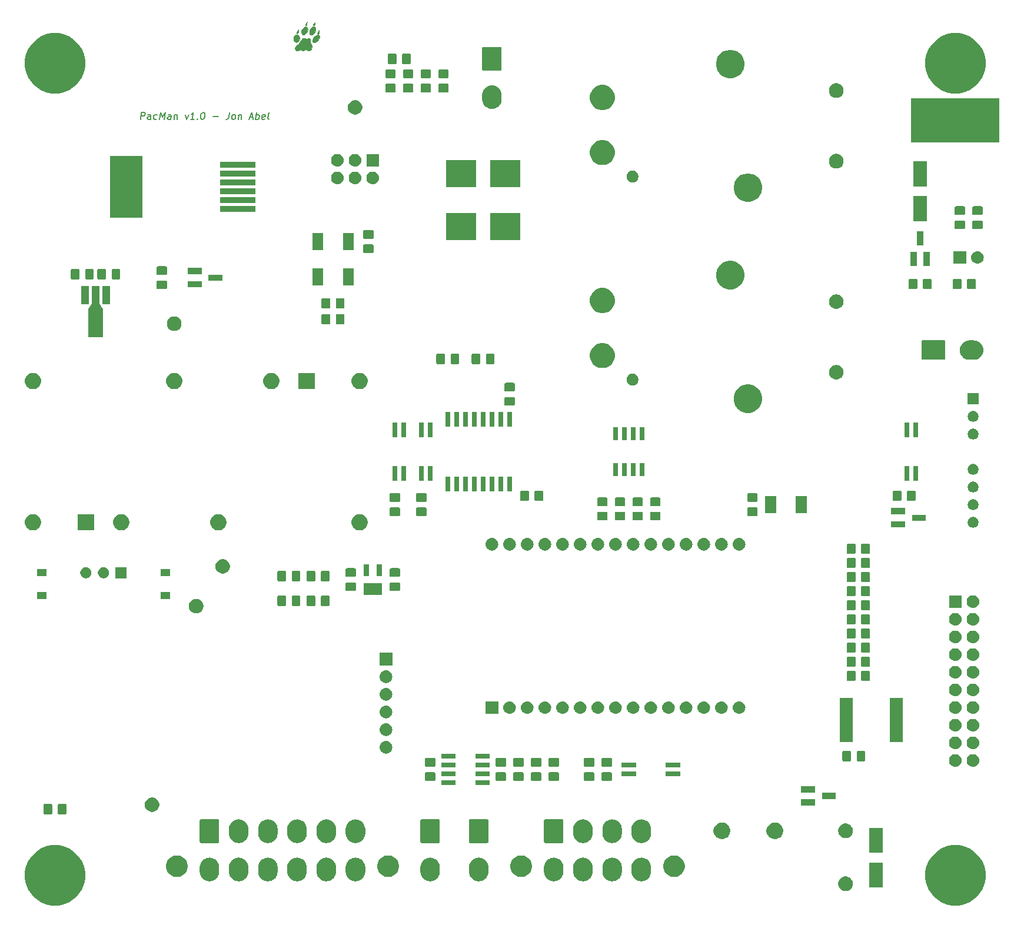
<source format=gbr>
G04 #@! TF.GenerationSoftware,KiCad,Pcbnew,(5.1.4)-1*
G04 #@! TF.CreationDate,2019-11-19T11:44:18-05:00*
G04 #@! TF.ProjectId,PacMan,5061634d-616e-42e6-9b69-6361645f7063,rev?*
G04 #@! TF.SameCoordinates,Original*
G04 #@! TF.FileFunction,Soldermask,Top*
G04 #@! TF.FilePolarity,Negative*
%FSLAX46Y46*%
G04 Gerber Fmt 4.6, Leading zero omitted, Abs format (unit mm)*
G04 Created by KiCad (PCBNEW (5.1.4)-1) date 2019-11-19 11:44:18*
%MOMM*%
%LPD*%
G04 APERTURE LIST*
%ADD10C,0.150000*%
%ADD11C,0.010000*%
%ADD12C,0.100000*%
G04 APERTURE END LIST*
D10*
X38969538Y-53792380D02*
X39094538Y-52792380D01*
X39475491Y-52792380D01*
X39564776Y-52840000D01*
X39606443Y-52887619D01*
X39642157Y-52982857D01*
X39624300Y-53125714D01*
X39564776Y-53220952D01*
X39511205Y-53268571D01*
X39410014Y-53316190D01*
X39029062Y-53316190D01*
X40398110Y-53792380D02*
X40463586Y-53268571D01*
X40427872Y-53173333D01*
X40338586Y-53125714D01*
X40148110Y-53125714D01*
X40046919Y-53173333D01*
X40404062Y-53744761D02*
X40302872Y-53792380D01*
X40064776Y-53792380D01*
X39975491Y-53744761D01*
X39939776Y-53649523D01*
X39951681Y-53554285D01*
X40011205Y-53459047D01*
X40112395Y-53411428D01*
X40350491Y-53411428D01*
X40451681Y-53363809D01*
X41308824Y-53744761D02*
X41207633Y-53792380D01*
X41017157Y-53792380D01*
X40927872Y-53744761D01*
X40886205Y-53697142D01*
X40850491Y-53601904D01*
X40886205Y-53316190D01*
X40945729Y-53220952D01*
X40999300Y-53173333D01*
X41100491Y-53125714D01*
X41290967Y-53125714D01*
X41380252Y-53173333D01*
X41731443Y-53792380D02*
X41856443Y-52792380D01*
X42100491Y-53506666D01*
X42523110Y-52792380D01*
X42398110Y-53792380D01*
X43302872Y-53792380D02*
X43368348Y-53268571D01*
X43332633Y-53173333D01*
X43243348Y-53125714D01*
X43052872Y-53125714D01*
X42951681Y-53173333D01*
X43308824Y-53744761D02*
X43207633Y-53792380D01*
X42969538Y-53792380D01*
X42880252Y-53744761D01*
X42844538Y-53649523D01*
X42856443Y-53554285D01*
X42915967Y-53459047D01*
X43017157Y-53411428D01*
X43255252Y-53411428D01*
X43356443Y-53363809D01*
X43862395Y-53125714D02*
X43779062Y-53792380D01*
X43850491Y-53220952D02*
X43904062Y-53173333D01*
X44005252Y-53125714D01*
X44148110Y-53125714D01*
X44237395Y-53173333D01*
X44273110Y-53268571D01*
X44207633Y-53792380D01*
X45433824Y-53125714D02*
X45588586Y-53792380D01*
X45910014Y-53125714D01*
X46731443Y-53792380D02*
X46160014Y-53792380D01*
X46445729Y-53792380D02*
X46570729Y-52792380D01*
X46457633Y-52935238D01*
X46350491Y-53030476D01*
X46249300Y-53078095D01*
X47171919Y-53697142D02*
X47213586Y-53744761D01*
X47160014Y-53792380D01*
X47118348Y-53744761D01*
X47171919Y-53697142D01*
X47160014Y-53792380D01*
X47951681Y-52792380D02*
X48046919Y-52792380D01*
X48136205Y-52840000D01*
X48177872Y-52887619D01*
X48213586Y-52982857D01*
X48237395Y-53173333D01*
X48207633Y-53411428D01*
X48136205Y-53601904D01*
X48076681Y-53697142D01*
X48023110Y-53744761D01*
X47921919Y-53792380D01*
X47826681Y-53792380D01*
X47737395Y-53744761D01*
X47695729Y-53697142D01*
X47660014Y-53601904D01*
X47636205Y-53411428D01*
X47665967Y-53173333D01*
X47737395Y-52982857D01*
X47796919Y-52887619D01*
X47850491Y-52840000D01*
X47951681Y-52792380D01*
X49398110Y-53411428D02*
X50160014Y-53411428D01*
X51761205Y-52792380D02*
X51671919Y-53506666D01*
X51606443Y-53649523D01*
X51499300Y-53744761D01*
X51350491Y-53792380D01*
X51255252Y-53792380D01*
X52255252Y-53792380D02*
X52165967Y-53744761D01*
X52124300Y-53697142D01*
X52088586Y-53601904D01*
X52124300Y-53316190D01*
X52183824Y-53220952D01*
X52237395Y-53173333D01*
X52338586Y-53125714D01*
X52481443Y-53125714D01*
X52570729Y-53173333D01*
X52612395Y-53220952D01*
X52648110Y-53316190D01*
X52612395Y-53601904D01*
X52552872Y-53697142D01*
X52499300Y-53744761D01*
X52398110Y-53792380D01*
X52255252Y-53792380D01*
X53100491Y-53125714D02*
X53017157Y-53792380D01*
X53088586Y-53220952D02*
X53142157Y-53173333D01*
X53243348Y-53125714D01*
X53386205Y-53125714D01*
X53475491Y-53173333D01*
X53511205Y-53268571D01*
X53445729Y-53792380D01*
X54671919Y-53506666D02*
X55148110Y-53506666D01*
X54540967Y-53792380D02*
X54999300Y-52792380D01*
X55207633Y-53792380D01*
X55540967Y-53792380D02*
X55665967Y-52792380D01*
X55618348Y-53173333D02*
X55719538Y-53125714D01*
X55910014Y-53125714D01*
X55999300Y-53173333D01*
X56040967Y-53220952D01*
X56076681Y-53316190D01*
X56040967Y-53601904D01*
X55981443Y-53697142D01*
X55927872Y-53744761D01*
X55826681Y-53792380D01*
X55636205Y-53792380D01*
X55546919Y-53744761D01*
X56832633Y-53744761D02*
X56731443Y-53792380D01*
X56540967Y-53792380D01*
X56451681Y-53744761D01*
X56415967Y-53649523D01*
X56463586Y-53268571D01*
X56523110Y-53173333D01*
X56624300Y-53125714D01*
X56814776Y-53125714D01*
X56904062Y-53173333D01*
X56939776Y-53268571D01*
X56927872Y-53363809D01*
X56439776Y-53459047D01*
X57445729Y-53792380D02*
X57356443Y-53744761D01*
X57320729Y-53649523D01*
X57427872Y-52792380D01*
D11*
G36*
X62903417Y-40005000D02*
G01*
X62889434Y-40159005D01*
X62859496Y-40238567D01*
X62800833Y-40270795D01*
X62776100Y-40275233D01*
X62683847Y-40263716D01*
X62662060Y-40224433D01*
X62687634Y-40143675D01*
X62751989Y-40016952D01*
X62789377Y-39954200D01*
X62916434Y-39751000D01*
X62903417Y-40005000D01*
X62903417Y-40005000D01*
G37*
X62903417Y-40005000D02*
X62889434Y-40159005D01*
X62859496Y-40238567D01*
X62800833Y-40270795D01*
X62776100Y-40275233D01*
X62683847Y-40263716D01*
X62662060Y-40224433D01*
X62687634Y-40143675D01*
X62751989Y-40016952D01*
X62789377Y-39954200D01*
X62916434Y-39751000D01*
X62903417Y-40005000D01*
G36*
X64072446Y-39868376D02*
G01*
X64079136Y-39966900D01*
X64057417Y-40161668D01*
X64006257Y-40267029D01*
X63920268Y-40292285D01*
X63893599Y-40287398D01*
X63779199Y-40259000D01*
X63886208Y-40043100D01*
X63972540Y-39893533D01*
X64036024Y-39834737D01*
X64072446Y-39868376D01*
X64072446Y-39868376D01*
G37*
X64072446Y-39868376D02*
X64079136Y-39966900D01*
X64057417Y-40161668D01*
X64006257Y-40267029D01*
X63920268Y-40292285D01*
X63893599Y-40287398D01*
X63779199Y-40259000D01*
X63886208Y-40043100D01*
X63972540Y-39893533D01*
X64036024Y-39834737D01*
X64072446Y-39868376D01*
G36*
X64645178Y-41025581D02*
G01*
X64649323Y-41036617D01*
X64668073Y-41158733D01*
X64660674Y-41312184D01*
X64659034Y-41322874D01*
X64626620Y-41446453D01*
X64568446Y-41496768D01*
X64505929Y-41503600D01*
X64417750Y-41489140D01*
X64406798Y-41426544D01*
X64416627Y-41389300D01*
X64461900Y-41264239D01*
X64525431Y-41114493D01*
X64530692Y-41103042D01*
X64584341Y-40996592D01*
X64616620Y-40974066D01*
X64645178Y-41025581D01*
X64645178Y-41025581D01*
G37*
X64645178Y-41025581D02*
X64649323Y-41036617D01*
X64668073Y-41158733D01*
X64660674Y-41312184D01*
X64659034Y-41322874D01*
X64626620Y-41446453D01*
X64568446Y-41496768D01*
X64505929Y-41503600D01*
X64417750Y-41489140D01*
X64406798Y-41426544D01*
X64416627Y-41389300D01*
X64461900Y-41264239D01*
X64525431Y-41114493D01*
X64530692Y-41103042D01*
X64584341Y-40996592D01*
X64616620Y-40974066D01*
X64645178Y-41025581D01*
G36*
X61694308Y-41047307D02*
G01*
X61670866Y-41238404D01*
X61613213Y-41382774D01*
X61532306Y-41459253D01*
X61478588Y-41464068D01*
X61418106Y-41415048D01*
X61431211Y-41307153D01*
X61518774Y-41136691D01*
X61576772Y-41047307D01*
X61696600Y-40870415D01*
X61694308Y-41047307D01*
X61694308Y-41047307D01*
G37*
X61694308Y-41047307D02*
X61670866Y-41238404D01*
X61613213Y-41382774D01*
X61532306Y-41459253D01*
X61478588Y-41464068D01*
X61418106Y-41415048D01*
X61431211Y-41307153D01*
X61518774Y-41136691D01*
X61576772Y-41047307D01*
X61696600Y-40870415D01*
X61694308Y-41047307D01*
G36*
X62780822Y-40431079D02*
G01*
X62888992Y-40513835D01*
X62972954Y-40644574D01*
X62994502Y-40708086D01*
X62998880Y-40894898D01*
X62941014Y-41111120D01*
X62834368Y-41318406D01*
X62738528Y-41437031D01*
X62579835Y-41553776D01*
X62414109Y-41608598D01*
X62266816Y-41598441D01*
X62163417Y-41520252D01*
X62155587Y-41506939D01*
X62101924Y-41306625D01*
X62125251Y-41080434D01*
X62214059Y-40852398D01*
X62356842Y-40646549D01*
X62542093Y-40486918D01*
X62675652Y-40420818D01*
X62780822Y-40431079D01*
X62780822Y-40431079D01*
G37*
X62780822Y-40431079D02*
X62888992Y-40513835D01*
X62972954Y-40644574D01*
X62994502Y-40708086D01*
X62998880Y-40894898D01*
X62941014Y-41111120D01*
X62834368Y-41318406D01*
X62738528Y-41437031D01*
X62579835Y-41553776D01*
X62414109Y-41608598D01*
X62266816Y-41598441D01*
X62163417Y-41520252D01*
X62155587Y-41506939D01*
X62101924Y-41306625D01*
X62125251Y-41080434D01*
X62214059Y-40852398D01*
X62356842Y-40646549D01*
X62542093Y-40486918D01*
X62675652Y-40420818D01*
X62780822Y-40431079D01*
G36*
X64021344Y-40508199D02*
G01*
X64099686Y-40632085D01*
X64130928Y-40806009D01*
X64106829Y-41017327D01*
X64026465Y-41238525D01*
X63922206Y-41398053D01*
X63784834Y-41537194D01*
X63643178Y-41630730D01*
X63549403Y-41655810D01*
X63471921Y-41629083D01*
X63384303Y-41576919D01*
X63294282Y-41456619D01*
X63263649Y-41281858D01*
X63287572Y-41076905D01*
X63361218Y-40866028D01*
X63479755Y-40673495D01*
X63586166Y-40563209D01*
X63756341Y-40461117D01*
X63904148Y-40446995D01*
X64021344Y-40508199D01*
X64021344Y-40508199D01*
G37*
X64021344Y-40508199D02*
X64099686Y-40632085D01*
X64130928Y-40806009D01*
X64106829Y-41017327D01*
X64026465Y-41238525D01*
X63922206Y-41398053D01*
X63784834Y-41537194D01*
X63643178Y-41630730D01*
X63549403Y-41655810D01*
X63471921Y-41629083D01*
X63384303Y-41576919D01*
X63294282Y-41456619D01*
X63263649Y-41281858D01*
X63287572Y-41076905D01*
X63361218Y-40866028D01*
X63479755Y-40673495D01*
X63586166Y-40563209D01*
X63756341Y-40461117D01*
X63904148Y-40446995D01*
X64021344Y-40508199D01*
G36*
X64622124Y-41690305D02*
G01*
X64707144Y-41783036D01*
X64729955Y-41918910D01*
X64694417Y-42082648D01*
X64604389Y-42258968D01*
X64463732Y-42432589D01*
X64276305Y-42588231D01*
X64227662Y-42619468D01*
X64023222Y-42708616D01*
X63855864Y-42705015D01*
X63757628Y-42642971D01*
X63694546Y-42551585D01*
X63686654Y-42441092D01*
X63735476Y-42286484D01*
X63786141Y-42175473D01*
X63921211Y-41972719D01*
X64101669Y-41804671D01*
X64299904Y-41692272D01*
X64471034Y-41656000D01*
X64622124Y-41690305D01*
X64622124Y-41690305D01*
G37*
X64622124Y-41690305D02*
X64707144Y-41783036D01*
X64729955Y-41918910D01*
X64694417Y-42082648D01*
X64604389Y-42258968D01*
X64463732Y-42432589D01*
X64276305Y-42588231D01*
X64227662Y-42619468D01*
X64023222Y-42708616D01*
X63855864Y-42705015D01*
X63757628Y-42642971D01*
X63694546Y-42551585D01*
X63686654Y-42441092D01*
X63735476Y-42286484D01*
X63786141Y-42175473D01*
X63921211Y-41972719D01*
X64101669Y-41804671D01*
X64299904Y-41692272D01*
X64471034Y-41656000D01*
X64622124Y-41690305D01*
G36*
X61543804Y-41635348D02*
G01*
X61685501Y-41721424D01*
X61785212Y-41864387D01*
X61835853Y-42043825D01*
X61830345Y-42239322D01*
X61761605Y-42430466D01*
X61683537Y-42538483D01*
X61517158Y-42667342D01*
X61344110Y-42694973D01*
X61257535Y-42671954D01*
X61103922Y-42558412D01*
X61011597Y-42370379D01*
X60985400Y-42155529D01*
X61024510Y-41920204D01*
X61136098Y-41744562D01*
X61311550Y-41640539D01*
X61367201Y-41626575D01*
X61543804Y-41635348D01*
X61543804Y-41635348D01*
G37*
X61543804Y-41635348D02*
X61685501Y-41721424D01*
X61785212Y-41864387D01*
X61835853Y-42043825D01*
X61830345Y-42239322D01*
X61761605Y-42430466D01*
X61683537Y-42538483D01*
X61517158Y-42667342D01*
X61344110Y-42694973D01*
X61257535Y-42671954D01*
X61103922Y-42558412D01*
X61011597Y-42370379D01*
X60985400Y-42155529D01*
X61024510Y-41920204D01*
X61136098Y-41744562D01*
X61311550Y-41640539D01*
X61367201Y-41626575D01*
X61543804Y-41635348D01*
G36*
X63259771Y-42123705D02*
G01*
X63363966Y-42178517D01*
X63364294Y-42178910D01*
X63393154Y-42264021D01*
X63408382Y-42411514D01*
X63408614Y-42521810D01*
X63413693Y-42717327D01*
X63453884Y-42860285D01*
X63515815Y-42963617D01*
X63634051Y-43196076D01*
X63657769Y-43419766D01*
X63588357Y-43622177D01*
X63427203Y-43790800D01*
X63423800Y-43793216D01*
X63247639Y-43891867D01*
X63091990Y-43909624D01*
X62920255Y-43849619D01*
X62898415Y-43838193D01*
X62769290Y-43775965D01*
X62679454Y-43763399D01*
X62581563Y-43797084D01*
X62548895Y-43813025D01*
X62380031Y-43879275D01*
X62255246Y-43876904D01*
X62145855Y-43807810D01*
X62080605Y-43759654D01*
X62010922Y-43751624D01*
X61899766Y-43783721D01*
X61835356Y-43807810D01*
X61597573Y-43878670D01*
X61423605Y-43881490D01*
X61301009Y-43815367D01*
X61261394Y-43766131D01*
X61210243Y-43608118D01*
X61252144Y-43428752D01*
X61388461Y-43224913D01*
X61585532Y-43024684D01*
X61757894Y-42847233D01*
X61920076Y-42644112D01*
X62026800Y-42477179D01*
X62159213Y-42269751D01*
X62295592Y-42153904D01*
X62453838Y-42120579D01*
X62651850Y-42160716D01*
X62652010Y-42160769D01*
X62813700Y-42198578D01*
X62929385Y-42182236D01*
X62955928Y-42169711D01*
X63109740Y-42120454D01*
X63259771Y-42123705D01*
X63259771Y-42123705D01*
G37*
X63259771Y-42123705D02*
X63363966Y-42178517D01*
X63364294Y-42178910D01*
X63393154Y-42264021D01*
X63408382Y-42411514D01*
X63408614Y-42521810D01*
X63413693Y-42717327D01*
X63453884Y-42860285D01*
X63515815Y-42963617D01*
X63634051Y-43196076D01*
X63657769Y-43419766D01*
X63588357Y-43622177D01*
X63427203Y-43790800D01*
X63423800Y-43793216D01*
X63247639Y-43891867D01*
X63091990Y-43909624D01*
X62920255Y-43849619D01*
X62898415Y-43838193D01*
X62769290Y-43775965D01*
X62679454Y-43763399D01*
X62581563Y-43797084D01*
X62548895Y-43813025D01*
X62380031Y-43879275D01*
X62255246Y-43876904D01*
X62145855Y-43807810D01*
X62080605Y-43759654D01*
X62010922Y-43751624D01*
X61899766Y-43783721D01*
X61835356Y-43807810D01*
X61597573Y-43878670D01*
X61423605Y-43881490D01*
X61301009Y-43815367D01*
X61261394Y-43766131D01*
X61210243Y-43608118D01*
X61252144Y-43428752D01*
X61388461Y-43224913D01*
X61585532Y-43024684D01*
X61757894Y-42847233D01*
X61920076Y-42644112D01*
X62026800Y-42477179D01*
X62159213Y-42269751D01*
X62295592Y-42153904D01*
X62453838Y-42120579D01*
X62651850Y-42160716D01*
X62652010Y-42160769D01*
X62813700Y-42198578D01*
X62929385Y-42182236D01*
X62955928Y-42169711D01*
X63109740Y-42120454D01*
X63259771Y-42123705D01*
D12*
G36*
X156758156Y-158232794D02*
G01*
X157479140Y-158376206D01*
X158270972Y-158704193D01*
X158983601Y-159180357D01*
X159589643Y-159786399D01*
X160065807Y-160499028D01*
X160393794Y-161290860D01*
X160475656Y-161702410D01*
X160550529Y-162078820D01*
X160561000Y-162131464D01*
X160561000Y-162988536D01*
X160393794Y-163829140D01*
X160065807Y-164620972D01*
X159589643Y-165333601D01*
X158983601Y-165939643D01*
X158270972Y-166415807D01*
X157479140Y-166743794D01*
X156758156Y-166887206D01*
X156638537Y-166911000D01*
X155781463Y-166911000D01*
X155661844Y-166887206D01*
X154940860Y-166743794D01*
X154149028Y-166415807D01*
X153436399Y-165939643D01*
X152830357Y-165333601D01*
X152354193Y-164620972D01*
X152026206Y-163829140D01*
X151859000Y-162988536D01*
X151859000Y-162131464D01*
X151869472Y-162078820D01*
X151944344Y-161702410D01*
X152026206Y-161290860D01*
X152354193Y-160499028D01*
X152830357Y-159786399D01*
X153436399Y-159180357D01*
X154149028Y-158704193D01*
X154940860Y-158376206D01*
X155661844Y-158232794D01*
X155781463Y-158209000D01*
X156638537Y-158209000D01*
X156758156Y-158232794D01*
X156758156Y-158232794D01*
G37*
G36*
X27218156Y-158232794D02*
G01*
X27939140Y-158376206D01*
X28730972Y-158704193D01*
X29443601Y-159180357D01*
X30049643Y-159786399D01*
X30525807Y-160499028D01*
X30853794Y-161290860D01*
X30935656Y-161702410D01*
X31010529Y-162078820D01*
X31021000Y-162131464D01*
X31021000Y-162988536D01*
X30853794Y-163829140D01*
X30525807Y-164620972D01*
X30049643Y-165333601D01*
X29443601Y-165939643D01*
X28730972Y-166415807D01*
X27939140Y-166743794D01*
X27218156Y-166887206D01*
X27098537Y-166911000D01*
X26241463Y-166911000D01*
X26121844Y-166887206D01*
X25400860Y-166743794D01*
X24609028Y-166415807D01*
X23896399Y-165939643D01*
X23290357Y-165333601D01*
X22814193Y-164620972D01*
X22486206Y-163829140D01*
X22319000Y-162988536D01*
X22319000Y-162131464D01*
X22329472Y-162078820D01*
X22404344Y-161702410D01*
X22486206Y-161290860D01*
X22814193Y-160499028D01*
X23290357Y-159786399D01*
X23896399Y-159180357D01*
X24609028Y-158704193D01*
X25400860Y-158376206D01*
X26121844Y-158232794D01*
X26241463Y-158209000D01*
X27098537Y-158209000D01*
X27218156Y-158232794D01*
X27218156Y-158232794D01*
G37*
G36*
X140705064Y-162755889D02*
G01*
X140896333Y-162835115D01*
X140896335Y-162835116D01*
X141068473Y-162950135D01*
X141214865Y-163096527D01*
X141329885Y-163268667D01*
X141409111Y-163459936D01*
X141449500Y-163662984D01*
X141449500Y-163870016D01*
X141409111Y-164073064D01*
X141329885Y-164264333D01*
X141329884Y-164264335D01*
X141214865Y-164436473D01*
X141068473Y-164582865D01*
X140896335Y-164697884D01*
X140896334Y-164697885D01*
X140896333Y-164697885D01*
X140705064Y-164777111D01*
X140502016Y-164817500D01*
X140294984Y-164817500D01*
X140091936Y-164777111D01*
X139900667Y-164697885D01*
X139900666Y-164697885D01*
X139900665Y-164697884D01*
X139728527Y-164582865D01*
X139582135Y-164436473D01*
X139467116Y-164264335D01*
X139467115Y-164264333D01*
X139387889Y-164073064D01*
X139347500Y-163870016D01*
X139347500Y-163662984D01*
X139387889Y-163459936D01*
X139467115Y-163268667D01*
X139582135Y-163096527D01*
X139728527Y-162950135D01*
X139900665Y-162835116D01*
X139900667Y-162835115D01*
X140091936Y-162755889D01*
X140294984Y-162715500D01*
X140502016Y-162715500D01*
X140705064Y-162755889D01*
X140705064Y-162755889D01*
G37*
G36*
X145731000Y-164321000D02*
G01*
X143829000Y-164321000D01*
X143829000Y-160719000D01*
X145731000Y-160719000D01*
X145731000Y-164321000D01*
X145731000Y-164321000D01*
G37*
G36*
X49169643Y-160029272D02*
G01*
X49365016Y-160088538D01*
X49433736Y-160109384D01*
X49663201Y-160232036D01*
X49677119Y-160239475D01*
X49718797Y-160273680D01*
X49890450Y-160414550D01*
X50033092Y-160588360D01*
X50065525Y-160627880D01*
X50065526Y-160627882D01*
X50195616Y-160871263D01*
X50216462Y-160939983D01*
X50275728Y-161135356D01*
X50296000Y-161341182D01*
X50296000Y-162078817D01*
X50275728Y-162284643D01*
X50224129Y-162454741D01*
X50195616Y-162548737D01*
X50084891Y-162755889D01*
X50065525Y-162792120D01*
X50030239Y-162835116D01*
X49890450Y-163005450D01*
X49732691Y-163134918D01*
X49677120Y-163180525D01*
X49677118Y-163180526D01*
X49433737Y-163310616D01*
X49365017Y-163331462D01*
X49169644Y-163390728D01*
X48895000Y-163417778D01*
X48620357Y-163390728D01*
X48424984Y-163331462D01*
X48356264Y-163310616D01*
X48112883Y-163180526D01*
X48112881Y-163180525D01*
X48071203Y-163146320D01*
X47899550Y-163005450D01*
X47731763Y-162801000D01*
X47724475Y-162792120D01*
X47705109Y-162755889D01*
X47594384Y-162548737D01*
X47565870Y-162454740D01*
X47514272Y-162284644D01*
X47494000Y-162078818D01*
X47494000Y-161341183D01*
X47514272Y-161135357D01*
X47594383Y-160871268D01*
X47594384Y-160871264D01*
X47724474Y-160627883D01*
X47724475Y-160627881D01*
X47758680Y-160586203D01*
X47899550Y-160414550D01*
X48073360Y-160271908D01*
X48112880Y-160239475D01*
X48126798Y-160232036D01*
X48356263Y-160109384D01*
X48424983Y-160088538D01*
X48620356Y-160029272D01*
X48895000Y-160002222D01*
X49169643Y-160029272D01*
X49169643Y-160029272D01*
G37*
G36*
X53369643Y-160029272D02*
G01*
X53565016Y-160088538D01*
X53633736Y-160109384D01*
X53863201Y-160232036D01*
X53877119Y-160239475D01*
X53918797Y-160273680D01*
X54090450Y-160414550D01*
X54233092Y-160588360D01*
X54265525Y-160627880D01*
X54265526Y-160627882D01*
X54395616Y-160871263D01*
X54416462Y-160939983D01*
X54475728Y-161135356D01*
X54496000Y-161341182D01*
X54496000Y-162078817D01*
X54475728Y-162284643D01*
X54424129Y-162454741D01*
X54395616Y-162548737D01*
X54284891Y-162755889D01*
X54265525Y-162792120D01*
X54230239Y-162835116D01*
X54090450Y-163005450D01*
X53932691Y-163134918D01*
X53877120Y-163180525D01*
X53877118Y-163180526D01*
X53633737Y-163310616D01*
X53565017Y-163331462D01*
X53369644Y-163390728D01*
X53095000Y-163417778D01*
X52820357Y-163390728D01*
X52624984Y-163331462D01*
X52556264Y-163310616D01*
X52312883Y-163180526D01*
X52312881Y-163180525D01*
X52271203Y-163146320D01*
X52099550Y-163005450D01*
X51931763Y-162801000D01*
X51924475Y-162792120D01*
X51905109Y-162755889D01*
X51794384Y-162548737D01*
X51765870Y-162454740D01*
X51714272Y-162284644D01*
X51694000Y-162078818D01*
X51694000Y-161341183D01*
X51714272Y-161135357D01*
X51794383Y-160871268D01*
X51794384Y-160871264D01*
X51924474Y-160627883D01*
X51924475Y-160627881D01*
X51958680Y-160586203D01*
X52099550Y-160414550D01*
X52273360Y-160271908D01*
X52312880Y-160239475D01*
X52326798Y-160232036D01*
X52556263Y-160109384D01*
X52624983Y-160088538D01*
X52820356Y-160029272D01*
X53095000Y-160002222D01*
X53369643Y-160029272D01*
X53369643Y-160029272D01*
G37*
G36*
X98699643Y-160029272D02*
G01*
X98895016Y-160088538D01*
X98963736Y-160109384D01*
X99193201Y-160232036D01*
X99207119Y-160239475D01*
X99248797Y-160273680D01*
X99420450Y-160414550D01*
X99563092Y-160588360D01*
X99595525Y-160627880D01*
X99595526Y-160627882D01*
X99725616Y-160871263D01*
X99746462Y-160939983D01*
X99805728Y-161135356D01*
X99826000Y-161341182D01*
X99826000Y-162078817D01*
X99805728Y-162284643D01*
X99754129Y-162454741D01*
X99725616Y-162548737D01*
X99614891Y-162755889D01*
X99595525Y-162792120D01*
X99560239Y-162835116D01*
X99420450Y-163005450D01*
X99262691Y-163134918D01*
X99207120Y-163180525D01*
X99207118Y-163180526D01*
X98963737Y-163310616D01*
X98895017Y-163331462D01*
X98699644Y-163390728D01*
X98425000Y-163417778D01*
X98150357Y-163390728D01*
X97954984Y-163331462D01*
X97886264Y-163310616D01*
X97642883Y-163180526D01*
X97642881Y-163180525D01*
X97601203Y-163146320D01*
X97429550Y-163005450D01*
X97261763Y-162801000D01*
X97254475Y-162792120D01*
X97235109Y-162755889D01*
X97124384Y-162548737D01*
X97095870Y-162454740D01*
X97044272Y-162284644D01*
X97024000Y-162078818D01*
X97024000Y-161341183D01*
X97044272Y-161135357D01*
X97124383Y-160871268D01*
X97124384Y-160871264D01*
X97254474Y-160627883D01*
X97254475Y-160627881D01*
X97288680Y-160586203D01*
X97429550Y-160414550D01*
X97603360Y-160271908D01*
X97642880Y-160239475D01*
X97656798Y-160232036D01*
X97886263Y-160109384D01*
X97954983Y-160088538D01*
X98150356Y-160029272D01*
X98425000Y-160002222D01*
X98699643Y-160029272D01*
X98699643Y-160029272D01*
G37*
G36*
X102899643Y-160029272D02*
G01*
X103095016Y-160088538D01*
X103163736Y-160109384D01*
X103393201Y-160232036D01*
X103407119Y-160239475D01*
X103448797Y-160273680D01*
X103620450Y-160414550D01*
X103763092Y-160588360D01*
X103795525Y-160627880D01*
X103795526Y-160627882D01*
X103925616Y-160871263D01*
X103946462Y-160939983D01*
X104005728Y-161135356D01*
X104026000Y-161341182D01*
X104026000Y-162078817D01*
X104005728Y-162284643D01*
X103954129Y-162454741D01*
X103925616Y-162548737D01*
X103814891Y-162755889D01*
X103795525Y-162792120D01*
X103760239Y-162835116D01*
X103620450Y-163005450D01*
X103462691Y-163134918D01*
X103407120Y-163180525D01*
X103407118Y-163180526D01*
X103163737Y-163310616D01*
X103095017Y-163331462D01*
X102899644Y-163390728D01*
X102625000Y-163417778D01*
X102350357Y-163390728D01*
X102154984Y-163331462D01*
X102086264Y-163310616D01*
X101842883Y-163180526D01*
X101842881Y-163180525D01*
X101801203Y-163146320D01*
X101629550Y-163005450D01*
X101461763Y-162801000D01*
X101454475Y-162792120D01*
X101435109Y-162755889D01*
X101324384Y-162548737D01*
X101295870Y-162454740D01*
X101244272Y-162284644D01*
X101224000Y-162078818D01*
X101224000Y-161341183D01*
X101244272Y-161135357D01*
X101324383Y-160871268D01*
X101324384Y-160871264D01*
X101454474Y-160627883D01*
X101454475Y-160627881D01*
X101488680Y-160586203D01*
X101629550Y-160414550D01*
X101803360Y-160271908D01*
X101842880Y-160239475D01*
X101856798Y-160232036D01*
X102086263Y-160109384D01*
X102154983Y-160088538D01*
X102350356Y-160029272D01*
X102625000Y-160002222D01*
X102899643Y-160029272D01*
X102899643Y-160029272D01*
G37*
G36*
X107099643Y-160029272D02*
G01*
X107295016Y-160088538D01*
X107363736Y-160109384D01*
X107593201Y-160232036D01*
X107607119Y-160239475D01*
X107648797Y-160273680D01*
X107820450Y-160414550D01*
X107963092Y-160588360D01*
X107995525Y-160627880D01*
X107995526Y-160627882D01*
X108125616Y-160871263D01*
X108146462Y-160939983D01*
X108205728Y-161135356D01*
X108226000Y-161341182D01*
X108226000Y-162078817D01*
X108205728Y-162284643D01*
X108154129Y-162454741D01*
X108125616Y-162548737D01*
X108014891Y-162755889D01*
X107995525Y-162792120D01*
X107960239Y-162835116D01*
X107820450Y-163005450D01*
X107662691Y-163134918D01*
X107607120Y-163180525D01*
X107607118Y-163180526D01*
X107363737Y-163310616D01*
X107295017Y-163331462D01*
X107099644Y-163390728D01*
X106825000Y-163417778D01*
X106550357Y-163390728D01*
X106354984Y-163331462D01*
X106286264Y-163310616D01*
X106042883Y-163180526D01*
X106042881Y-163180525D01*
X106001203Y-163146320D01*
X105829550Y-163005450D01*
X105661763Y-162801000D01*
X105654475Y-162792120D01*
X105635109Y-162755889D01*
X105524384Y-162548737D01*
X105495870Y-162454740D01*
X105444272Y-162284644D01*
X105424000Y-162078818D01*
X105424000Y-161341183D01*
X105444272Y-161135357D01*
X105524383Y-160871268D01*
X105524384Y-160871264D01*
X105654474Y-160627883D01*
X105654475Y-160627881D01*
X105688680Y-160586203D01*
X105829550Y-160414550D01*
X106003360Y-160271908D01*
X106042880Y-160239475D01*
X106056798Y-160232036D01*
X106286263Y-160109384D01*
X106354983Y-160088538D01*
X106550356Y-160029272D01*
X106825000Y-160002222D01*
X107099643Y-160029272D01*
X107099643Y-160029272D01*
G37*
G36*
X111299643Y-160029272D02*
G01*
X111495016Y-160088538D01*
X111563736Y-160109384D01*
X111793201Y-160232036D01*
X111807119Y-160239475D01*
X111848797Y-160273680D01*
X112020450Y-160414550D01*
X112163092Y-160588360D01*
X112195525Y-160627880D01*
X112195526Y-160627882D01*
X112325616Y-160871263D01*
X112346462Y-160939983D01*
X112405728Y-161135356D01*
X112426000Y-161341182D01*
X112426000Y-162078817D01*
X112405728Y-162284643D01*
X112354129Y-162454741D01*
X112325616Y-162548737D01*
X112214891Y-162755889D01*
X112195525Y-162792120D01*
X112160239Y-162835116D01*
X112020450Y-163005450D01*
X111862691Y-163134918D01*
X111807120Y-163180525D01*
X111807118Y-163180526D01*
X111563737Y-163310616D01*
X111495017Y-163331462D01*
X111299644Y-163390728D01*
X111025000Y-163417778D01*
X110750357Y-163390728D01*
X110554984Y-163331462D01*
X110486264Y-163310616D01*
X110242883Y-163180526D01*
X110242881Y-163180525D01*
X110201203Y-163146320D01*
X110029550Y-163005450D01*
X109861763Y-162801000D01*
X109854475Y-162792120D01*
X109835109Y-162755889D01*
X109724384Y-162548737D01*
X109695870Y-162454740D01*
X109644272Y-162284644D01*
X109624000Y-162078818D01*
X109624000Y-161341183D01*
X109644272Y-161135357D01*
X109724383Y-160871268D01*
X109724384Y-160871264D01*
X109854474Y-160627883D01*
X109854475Y-160627881D01*
X109888680Y-160586203D01*
X110029550Y-160414550D01*
X110203360Y-160271908D01*
X110242880Y-160239475D01*
X110256798Y-160232036D01*
X110486263Y-160109384D01*
X110554983Y-160088538D01*
X110750356Y-160029272D01*
X111025000Y-160002222D01*
X111299643Y-160029272D01*
X111299643Y-160029272D01*
G37*
G36*
X57569643Y-160029272D02*
G01*
X57765016Y-160088538D01*
X57833736Y-160109384D01*
X58063201Y-160232036D01*
X58077119Y-160239475D01*
X58118797Y-160273680D01*
X58290450Y-160414550D01*
X58433092Y-160588360D01*
X58465525Y-160627880D01*
X58465526Y-160627882D01*
X58595616Y-160871263D01*
X58616462Y-160939983D01*
X58675728Y-161135356D01*
X58696000Y-161341182D01*
X58696000Y-162078817D01*
X58675728Y-162284643D01*
X58624129Y-162454741D01*
X58595616Y-162548737D01*
X58484891Y-162755889D01*
X58465525Y-162792120D01*
X58430239Y-162835116D01*
X58290450Y-163005450D01*
X58132691Y-163134918D01*
X58077120Y-163180525D01*
X58077118Y-163180526D01*
X57833737Y-163310616D01*
X57765017Y-163331462D01*
X57569644Y-163390728D01*
X57295000Y-163417778D01*
X57020357Y-163390728D01*
X56824984Y-163331462D01*
X56756264Y-163310616D01*
X56512883Y-163180526D01*
X56512881Y-163180525D01*
X56471203Y-163146320D01*
X56299550Y-163005450D01*
X56131763Y-162801000D01*
X56124475Y-162792120D01*
X56105109Y-162755889D01*
X55994384Y-162548737D01*
X55965870Y-162454740D01*
X55914272Y-162284644D01*
X55894000Y-162078818D01*
X55894000Y-161341183D01*
X55914272Y-161135357D01*
X55994383Y-160871268D01*
X55994384Y-160871264D01*
X56124474Y-160627883D01*
X56124475Y-160627881D01*
X56158680Y-160586203D01*
X56299550Y-160414550D01*
X56473360Y-160271908D01*
X56512880Y-160239475D01*
X56526798Y-160232036D01*
X56756263Y-160109384D01*
X56824983Y-160088538D01*
X57020356Y-160029272D01*
X57295000Y-160002222D01*
X57569643Y-160029272D01*
X57569643Y-160029272D01*
G37*
G36*
X65969643Y-160029272D02*
G01*
X66165016Y-160088538D01*
X66233736Y-160109384D01*
X66463201Y-160232036D01*
X66477119Y-160239475D01*
X66518797Y-160273680D01*
X66690450Y-160414550D01*
X66833092Y-160588360D01*
X66865525Y-160627880D01*
X66865526Y-160627882D01*
X66995616Y-160871263D01*
X67016462Y-160939983D01*
X67075728Y-161135356D01*
X67096000Y-161341182D01*
X67096000Y-162078817D01*
X67075728Y-162284643D01*
X67024129Y-162454741D01*
X66995616Y-162548737D01*
X66884891Y-162755889D01*
X66865525Y-162792120D01*
X66830239Y-162835116D01*
X66690450Y-163005450D01*
X66532691Y-163134918D01*
X66477120Y-163180525D01*
X66477118Y-163180526D01*
X66233737Y-163310616D01*
X66165017Y-163331462D01*
X65969644Y-163390728D01*
X65695000Y-163417778D01*
X65420357Y-163390728D01*
X65224984Y-163331462D01*
X65156264Y-163310616D01*
X64912883Y-163180526D01*
X64912881Y-163180525D01*
X64871203Y-163146320D01*
X64699550Y-163005450D01*
X64531763Y-162801000D01*
X64524475Y-162792120D01*
X64505109Y-162755889D01*
X64394384Y-162548737D01*
X64365870Y-162454740D01*
X64314272Y-162284644D01*
X64294000Y-162078818D01*
X64294000Y-161341183D01*
X64314272Y-161135357D01*
X64394383Y-160871268D01*
X64394384Y-160871264D01*
X64524474Y-160627883D01*
X64524475Y-160627881D01*
X64558680Y-160586203D01*
X64699550Y-160414550D01*
X64873360Y-160271908D01*
X64912880Y-160239475D01*
X64926798Y-160232036D01*
X65156263Y-160109384D01*
X65224983Y-160088538D01*
X65420356Y-160029272D01*
X65695000Y-160002222D01*
X65969643Y-160029272D01*
X65969643Y-160029272D01*
G37*
G36*
X70169643Y-160029272D02*
G01*
X70365016Y-160088538D01*
X70433736Y-160109384D01*
X70663201Y-160232036D01*
X70677119Y-160239475D01*
X70718797Y-160273680D01*
X70890450Y-160414550D01*
X71033092Y-160588360D01*
X71065525Y-160627880D01*
X71065526Y-160627882D01*
X71195616Y-160871263D01*
X71216462Y-160939983D01*
X71275728Y-161135356D01*
X71296000Y-161341182D01*
X71296000Y-162078817D01*
X71275728Y-162284643D01*
X71224129Y-162454741D01*
X71195616Y-162548737D01*
X71084891Y-162755889D01*
X71065525Y-162792120D01*
X71030239Y-162835116D01*
X70890450Y-163005450D01*
X70732691Y-163134918D01*
X70677120Y-163180525D01*
X70677118Y-163180526D01*
X70433737Y-163310616D01*
X70365017Y-163331462D01*
X70169644Y-163390728D01*
X69895000Y-163417778D01*
X69620357Y-163390728D01*
X69424984Y-163331462D01*
X69356264Y-163310616D01*
X69112883Y-163180526D01*
X69112881Y-163180525D01*
X69071203Y-163146320D01*
X68899550Y-163005450D01*
X68731763Y-162801000D01*
X68724475Y-162792120D01*
X68705109Y-162755889D01*
X68594384Y-162548737D01*
X68565870Y-162454740D01*
X68514272Y-162284644D01*
X68494000Y-162078818D01*
X68494000Y-161341183D01*
X68514272Y-161135357D01*
X68594383Y-160871268D01*
X68594384Y-160871264D01*
X68724474Y-160627883D01*
X68724475Y-160627881D01*
X68758680Y-160586203D01*
X68899550Y-160414550D01*
X69073360Y-160271908D01*
X69112880Y-160239475D01*
X69126798Y-160232036D01*
X69356263Y-160109384D01*
X69424983Y-160088538D01*
X69620356Y-160029272D01*
X69895000Y-160002222D01*
X70169643Y-160029272D01*
X70169643Y-160029272D01*
G37*
G36*
X80919643Y-160029272D02*
G01*
X81115016Y-160088538D01*
X81183736Y-160109384D01*
X81413201Y-160232036D01*
X81427119Y-160239475D01*
X81468797Y-160273680D01*
X81640450Y-160414550D01*
X81783092Y-160588360D01*
X81815525Y-160627880D01*
X81815526Y-160627882D01*
X81945616Y-160871263D01*
X81966462Y-160939983D01*
X82025728Y-161135356D01*
X82046000Y-161341182D01*
X82046000Y-162078817D01*
X82025728Y-162284643D01*
X81974129Y-162454741D01*
X81945616Y-162548737D01*
X81834891Y-162755889D01*
X81815525Y-162792120D01*
X81780239Y-162835116D01*
X81640450Y-163005450D01*
X81482691Y-163134918D01*
X81427120Y-163180525D01*
X81427118Y-163180526D01*
X81183737Y-163310616D01*
X81115017Y-163331462D01*
X80919644Y-163390728D01*
X80645000Y-163417778D01*
X80370357Y-163390728D01*
X80174984Y-163331462D01*
X80106264Y-163310616D01*
X79862883Y-163180526D01*
X79862881Y-163180525D01*
X79821203Y-163146320D01*
X79649550Y-163005450D01*
X79481763Y-162801000D01*
X79474475Y-162792120D01*
X79455109Y-162755889D01*
X79344384Y-162548737D01*
X79315870Y-162454740D01*
X79264272Y-162284644D01*
X79244000Y-162078818D01*
X79244000Y-161341183D01*
X79264272Y-161135357D01*
X79344383Y-160871268D01*
X79344384Y-160871264D01*
X79474474Y-160627883D01*
X79474475Y-160627881D01*
X79508680Y-160586203D01*
X79649550Y-160414550D01*
X79823360Y-160271908D01*
X79862880Y-160239475D01*
X79876798Y-160232036D01*
X80106263Y-160109384D01*
X80174983Y-160088538D01*
X80370356Y-160029272D01*
X80645000Y-160002222D01*
X80919643Y-160029272D01*
X80919643Y-160029272D01*
G37*
G36*
X87904643Y-160029272D02*
G01*
X88100016Y-160088538D01*
X88168736Y-160109384D01*
X88398201Y-160232036D01*
X88412119Y-160239475D01*
X88453797Y-160273680D01*
X88625450Y-160414550D01*
X88768092Y-160588360D01*
X88800525Y-160627880D01*
X88800526Y-160627882D01*
X88930616Y-160871263D01*
X88951462Y-160939983D01*
X89010728Y-161135356D01*
X89031000Y-161341182D01*
X89031000Y-162078817D01*
X89010728Y-162284643D01*
X88959129Y-162454741D01*
X88930616Y-162548737D01*
X88819891Y-162755889D01*
X88800525Y-162792120D01*
X88765239Y-162835116D01*
X88625450Y-163005450D01*
X88467691Y-163134918D01*
X88412120Y-163180525D01*
X88412118Y-163180526D01*
X88168737Y-163310616D01*
X88100017Y-163331462D01*
X87904644Y-163390728D01*
X87630000Y-163417778D01*
X87355357Y-163390728D01*
X87159984Y-163331462D01*
X87091264Y-163310616D01*
X86847883Y-163180526D01*
X86847881Y-163180525D01*
X86806203Y-163146320D01*
X86634550Y-163005450D01*
X86466763Y-162801000D01*
X86459475Y-162792120D01*
X86440109Y-162755889D01*
X86329384Y-162548737D01*
X86300870Y-162454740D01*
X86249272Y-162284644D01*
X86229000Y-162078818D01*
X86229000Y-161341183D01*
X86249272Y-161135357D01*
X86329383Y-160871268D01*
X86329384Y-160871264D01*
X86459474Y-160627883D01*
X86459475Y-160627881D01*
X86493680Y-160586203D01*
X86634550Y-160414550D01*
X86808360Y-160271908D01*
X86847880Y-160239475D01*
X86861798Y-160232036D01*
X87091263Y-160109384D01*
X87159983Y-160088538D01*
X87355356Y-160029272D01*
X87630000Y-160002222D01*
X87904643Y-160029272D01*
X87904643Y-160029272D01*
G37*
G36*
X61769643Y-160029272D02*
G01*
X61965016Y-160088538D01*
X62033736Y-160109384D01*
X62263201Y-160232036D01*
X62277119Y-160239475D01*
X62318797Y-160273680D01*
X62490450Y-160414550D01*
X62633092Y-160588360D01*
X62665525Y-160627880D01*
X62665526Y-160627882D01*
X62795616Y-160871263D01*
X62816462Y-160939983D01*
X62875728Y-161135356D01*
X62896000Y-161341182D01*
X62896000Y-162078817D01*
X62875728Y-162284643D01*
X62824129Y-162454741D01*
X62795616Y-162548737D01*
X62684891Y-162755889D01*
X62665525Y-162792120D01*
X62630239Y-162835116D01*
X62490450Y-163005450D01*
X62332691Y-163134918D01*
X62277120Y-163180525D01*
X62277118Y-163180526D01*
X62033737Y-163310616D01*
X61965017Y-163331462D01*
X61769644Y-163390728D01*
X61495000Y-163417778D01*
X61220357Y-163390728D01*
X61024984Y-163331462D01*
X60956264Y-163310616D01*
X60712883Y-163180526D01*
X60712881Y-163180525D01*
X60671203Y-163146320D01*
X60499550Y-163005450D01*
X60331763Y-162801000D01*
X60324475Y-162792120D01*
X60305109Y-162755889D01*
X60194384Y-162548737D01*
X60165870Y-162454740D01*
X60114272Y-162284644D01*
X60094000Y-162078818D01*
X60094000Y-161341183D01*
X60114272Y-161135357D01*
X60194383Y-160871268D01*
X60194384Y-160871264D01*
X60324474Y-160627883D01*
X60324475Y-160627881D01*
X60358680Y-160586203D01*
X60499550Y-160414550D01*
X60673360Y-160271908D01*
X60712880Y-160239475D01*
X60726798Y-160232036D01*
X60956263Y-160109384D01*
X61024983Y-160088538D01*
X61220356Y-160029272D01*
X61495000Y-160002222D01*
X61769643Y-160029272D01*
X61769643Y-160029272D01*
G37*
G36*
X44497585Y-159728802D02*
G01*
X44647410Y-159758604D01*
X44929674Y-159875521D01*
X45183705Y-160045259D01*
X45399741Y-160261295D01*
X45569479Y-160515326D01*
X45686396Y-160797590D01*
X45746000Y-161097240D01*
X45746000Y-161402760D01*
X45686396Y-161702410D01*
X45569479Y-161984674D01*
X45399741Y-162238705D01*
X45183705Y-162454741D01*
X44929674Y-162624479D01*
X44647410Y-162741396D01*
X44497585Y-162771198D01*
X44347761Y-162801000D01*
X44042239Y-162801000D01*
X43892415Y-162771198D01*
X43742590Y-162741396D01*
X43460326Y-162624479D01*
X43206295Y-162454741D01*
X42990259Y-162238705D01*
X42820521Y-161984674D01*
X42703604Y-161702410D01*
X42644000Y-161402760D01*
X42644000Y-161097240D01*
X42703604Y-160797590D01*
X42820521Y-160515326D01*
X42990259Y-160261295D01*
X43206295Y-160045259D01*
X43460326Y-159875521D01*
X43742590Y-159758604D01*
X43892415Y-159728802D01*
X44042239Y-159699000D01*
X44347761Y-159699000D01*
X44497585Y-159728802D01*
X44497585Y-159728802D01*
G37*
G36*
X94027585Y-159728802D02*
G01*
X94177410Y-159758604D01*
X94459674Y-159875521D01*
X94713705Y-160045259D01*
X94929741Y-160261295D01*
X95099479Y-160515326D01*
X95216396Y-160797590D01*
X95276000Y-161097240D01*
X95276000Y-161402760D01*
X95216396Y-161702410D01*
X95099479Y-161984674D01*
X94929741Y-162238705D01*
X94713705Y-162454741D01*
X94459674Y-162624479D01*
X94177410Y-162741396D01*
X94027585Y-162771198D01*
X93877761Y-162801000D01*
X93572239Y-162801000D01*
X93422415Y-162771198D01*
X93272590Y-162741396D01*
X92990326Y-162624479D01*
X92736295Y-162454741D01*
X92520259Y-162238705D01*
X92350521Y-161984674D01*
X92233604Y-161702410D01*
X92174000Y-161402760D01*
X92174000Y-161097240D01*
X92233604Y-160797590D01*
X92350521Y-160515326D01*
X92520259Y-160261295D01*
X92736295Y-160045259D01*
X92990326Y-159875521D01*
X93272590Y-159758604D01*
X93422415Y-159728802D01*
X93572239Y-159699000D01*
X93877761Y-159699000D01*
X94027585Y-159728802D01*
X94027585Y-159728802D01*
G37*
G36*
X116027585Y-159728802D02*
G01*
X116177410Y-159758604D01*
X116459674Y-159875521D01*
X116713705Y-160045259D01*
X116929741Y-160261295D01*
X117099479Y-160515326D01*
X117216396Y-160797590D01*
X117276000Y-161097240D01*
X117276000Y-161402760D01*
X117216396Y-161702410D01*
X117099479Y-161984674D01*
X116929741Y-162238705D01*
X116713705Y-162454741D01*
X116459674Y-162624479D01*
X116177410Y-162741396D01*
X116027585Y-162771198D01*
X115877761Y-162801000D01*
X115572239Y-162801000D01*
X115422415Y-162771198D01*
X115272590Y-162741396D01*
X114990326Y-162624479D01*
X114736295Y-162454741D01*
X114520259Y-162238705D01*
X114350521Y-161984674D01*
X114233604Y-161702410D01*
X114174000Y-161402760D01*
X114174000Y-161097240D01*
X114233604Y-160797590D01*
X114350521Y-160515326D01*
X114520259Y-160261295D01*
X114736295Y-160045259D01*
X114990326Y-159875521D01*
X115272590Y-159758604D01*
X115422415Y-159728802D01*
X115572239Y-159699000D01*
X115877761Y-159699000D01*
X116027585Y-159728802D01*
X116027585Y-159728802D01*
G37*
G36*
X74897585Y-159728802D02*
G01*
X75047410Y-159758604D01*
X75329674Y-159875521D01*
X75583705Y-160045259D01*
X75799741Y-160261295D01*
X75969479Y-160515326D01*
X76086396Y-160797590D01*
X76146000Y-161097240D01*
X76146000Y-161402760D01*
X76086396Y-161702410D01*
X75969479Y-161984674D01*
X75799741Y-162238705D01*
X75583705Y-162454741D01*
X75329674Y-162624479D01*
X75047410Y-162741396D01*
X74897585Y-162771198D01*
X74747761Y-162801000D01*
X74442239Y-162801000D01*
X74292415Y-162771198D01*
X74142590Y-162741396D01*
X73860326Y-162624479D01*
X73606295Y-162454741D01*
X73390259Y-162238705D01*
X73220521Y-161984674D01*
X73103604Y-161702410D01*
X73044000Y-161402760D01*
X73044000Y-161097240D01*
X73103604Y-160797590D01*
X73220521Y-160515326D01*
X73390259Y-160261295D01*
X73606295Y-160045259D01*
X73860326Y-159875521D01*
X74142590Y-159758604D01*
X74292415Y-159728802D01*
X74442239Y-159699000D01*
X74747761Y-159699000D01*
X74897585Y-159728802D01*
X74897585Y-159728802D01*
G37*
G36*
X145731000Y-159321000D02*
G01*
X143829000Y-159321000D01*
X143829000Y-155719000D01*
X145731000Y-155719000D01*
X145731000Y-159321000D01*
X145731000Y-159321000D01*
G37*
G36*
X70169643Y-154529272D02*
G01*
X70365016Y-154588538D01*
X70433736Y-154609384D01*
X70636624Y-154717830D01*
X70677119Y-154739475D01*
X70712419Y-154768445D01*
X70890450Y-154914550D01*
X71028025Y-155082187D01*
X71065525Y-155127880D01*
X71065526Y-155127882D01*
X71195616Y-155371263D01*
X71198541Y-155380907D01*
X71275728Y-155635356D01*
X71296000Y-155841182D01*
X71296000Y-156578817D01*
X71275728Y-156784643D01*
X71237066Y-156912093D01*
X71195616Y-157048737D01*
X71116100Y-157197500D01*
X71065525Y-157292120D01*
X71020075Y-157347500D01*
X70890450Y-157505450D01*
X70732691Y-157634918D01*
X70677120Y-157680525D01*
X70677118Y-157680526D01*
X70433737Y-157810616D01*
X70365017Y-157831462D01*
X70169644Y-157890728D01*
X69895000Y-157917778D01*
X69620357Y-157890728D01*
X69424984Y-157831462D01*
X69356264Y-157810616D01*
X69112883Y-157680526D01*
X69112881Y-157680525D01*
X69071203Y-157646320D01*
X68899550Y-157505450D01*
X68732047Y-157301346D01*
X68724475Y-157292120D01*
X68673900Y-157197500D01*
X68594384Y-157048737D01*
X68568335Y-156962865D01*
X68514272Y-156784644D01*
X68494000Y-156578818D01*
X68494000Y-155841183D01*
X68514272Y-155635357D01*
X68594383Y-155371268D01*
X68594384Y-155371264D01*
X68724474Y-155127883D01*
X68724475Y-155127881D01*
X68761975Y-155082187D01*
X68899550Y-154914550D01*
X69073360Y-154771908D01*
X69112880Y-154739475D01*
X69153375Y-154717830D01*
X69356263Y-154609384D01*
X69424983Y-154588538D01*
X69620356Y-154529272D01*
X69895000Y-154502222D01*
X70169643Y-154529272D01*
X70169643Y-154529272D01*
G37*
G36*
X65969643Y-154529272D02*
G01*
X66165016Y-154588538D01*
X66233736Y-154609384D01*
X66436624Y-154717830D01*
X66477119Y-154739475D01*
X66512419Y-154768445D01*
X66690450Y-154914550D01*
X66828025Y-155082187D01*
X66865525Y-155127880D01*
X66865526Y-155127882D01*
X66995616Y-155371263D01*
X66998541Y-155380907D01*
X67075728Y-155635356D01*
X67096000Y-155841182D01*
X67096000Y-156578817D01*
X67075728Y-156784643D01*
X67037066Y-156912093D01*
X66995616Y-157048737D01*
X66916100Y-157197500D01*
X66865525Y-157292120D01*
X66820075Y-157347500D01*
X66690450Y-157505450D01*
X66532691Y-157634918D01*
X66477120Y-157680525D01*
X66477118Y-157680526D01*
X66233737Y-157810616D01*
X66165017Y-157831462D01*
X65969644Y-157890728D01*
X65695000Y-157917778D01*
X65420357Y-157890728D01*
X65224984Y-157831462D01*
X65156264Y-157810616D01*
X64912883Y-157680526D01*
X64912881Y-157680525D01*
X64871203Y-157646320D01*
X64699550Y-157505450D01*
X64532047Y-157301346D01*
X64524475Y-157292120D01*
X64473900Y-157197500D01*
X64394384Y-157048737D01*
X64368335Y-156962865D01*
X64314272Y-156784644D01*
X64294000Y-156578818D01*
X64294000Y-155841183D01*
X64314272Y-155635357D01*
X64394383Y-155371268D01*
X64394384Y-155371264D01*
X64524474Y-155127883D01*
X64524475Y-155127881D01*
X64561975Y-155082187D01*
X64699550Y-154914550D01*
X64873360Y-154771908D01*
X64912880Y-154739475D01*
X64953375Y-154717830D01*
X65156263Y-154609384D01*
X65224983Y-154588538D01*
X65420356Y-154529272D01*
X65695000Y-154502222D01*
X65969643Y-154529272D01*
X65969643Y-154529272D01*
G37*
G36*
X107099643Y-154529272D02*
G01*
X107295016Y-154588538D01*
X107363736Y-154609384D01*
X107566624Y-154717830D01*
X107607119Y-154739475D01*
X107642419Y-154768445D01*
X107820450Y-154914550D01*
X107958025Y-155082187D01*
X107995525Y-155127880D01*
X107995526Y-155127882D01*
X108125616Y-155371263D01*
X108128541Y-155380907D01*
X108205728Y-155635356D01*
X108226000Y-155841182D01*
X108226000Y-156578817D01*
X108205728Y-156784643D01*
X108167066Y-156912093D01*
X108125616Y-157048737D01*
X108046100Y-157197500D01*
X107995525Y-157292120D01*
X107950075Y-157347500D01*
X107820450Y-157505450D01*
X107662691Y-157634918D01*
X107607120Y-157680525D01*
X107607118Y-157680526D01*
X107363737Y-157810616D01*
X107295017Y-157831462D01*
X107099644Y-157890728D01*
X106825000Y-157917778D01*
X106550357Y-157890728D01*
X106354984Y-157831462D01*
X106286264Y-157810616D01*
X106042883Y-157680526D01*
X106042881Y-157680525D01*
X106001203Y-157646320D01*
X105829550Y-157505450D01*
X105662047Y-157301346D01*
X105654475Y-157292120D01*
X105603900Y-157197500D01*
X105524384Y-157048737D01*
X105498335Y-156962865D01*
X105444272Y-156784644D01*
X105424000Y-156578818D01*
X105424000Y-155841183D01*
X105444272Y-155635357D01*
X105524383Y-155371268D01*
X105524384Y-155371264D01*
X105654474Y-155127883D01*
X105654475Y-155127881D01*
X105691975Y-155082187D01*
X105829550Y-154914550D01*
X106003360Y-154771908D01*
X106042880Y-154739475D01*
X106083375Y-154717830D01*
X106286263Y-154609384D01*
X106354983Y-154588538D01*
X106550356Y-154529272D01*
X106825000Y-154502222D01*
X107099643Y-154529272D01*
X107099643Y-154529272D01*
G37*
G36*
X57569643Y-154529272D02*
G01*
X57765016Y-154588538D01*
X57833736Y-154609384D01*
X58036624Y-154717830D01*
X58077119Y-154739475D01*
X58112419Y-154768445D01*
X58290450Y-154914550D01*
X58428025Y-155082187D01*
X58465525Y-155127880D01*
X58465526Y-155127882D01*
X58595616Y-155371263D01*
X58598541Y-155380907D01*
X58675728Y-155635356D01*
X58696000Y-155841182D01*
X58696000Y-156578817D01*
X58675728Y-156784643D01*
X58637066Y-156912093D01*
X58595616Y-157048737D01*
X58516100Y-157197500D01*
X58465525Y-157292120D01*
X58420075Y-157347500D01*
X58290450Y-157505450D01*
X58132691Y-157634918D01*
X58077120Y-157680525D01*
X58077118Y-157680526D01*
X57833737Y-157810616D01*
X57765017Y-157831462D01*
X57569644Y-157890728D01*
X57295000Y-157917778D01*
X57020357Y-157890728D01*
X56824984Y-157831462D01*
X56756264Y-157810616D01*
X56512883Y-157680526D01*
X56512881Y-157680525D01*
X56471203Y-157646320D01*
X56299550Y-157505450D01*
X56132047Y-157301346D01*
X56124475Y-157292120D01*
X56073900Y-157197500D01*
X55994384Y-157048737D01*
X55968335Y-156962865D01*
X55914272Y-156784644D01*
X55894000Y-156578818D01*
X55894000Y-155841183D01*
X55914272Y-155635357D01*
X55994383Y-155371268D01*
X55994384Y-155371264D01*
X56124474Y-155127883D01*
X56124475Y-155127881D01*
X56161975Y-155082187D01*
X56299550Y-154914550D01*
X56473360Y-154771908D01*
X56512880Y-154739475D01*
X56553375Y-154717830D01*
X56756263Y-154609384D01*
X56824983Y-154588538D01*
X57020356Y-154529272D01*
X57295000Y-154502222D01*
X57569643Y-154529272D01*
X57569643Y-154529272D01*
G37*
G36*
X111299643Y-154529272D02*
G01*
X111495016Y-154588538D01*
X111563736Y-154609384D01*
X111766624Y-154717830D01*
X111807119Y-154739475D01*
X111842419Y-154768445D01*
X112020450Y-154914550D01*
X112158025Y-155082187D01*
X112195525Y-155127880D01*
X112195526Y-155127882D01*
X112325616Y-155371263D01*
X112328541Y-155380907D01*
X112405728Y-155635356D01*
X112426000Y-155841182D01*
X112426000Y-156578817D01*
X112405728Y-156784643D01*
X112367066Y-156912093D01*
X112325616Y-157048737D01*
X112246100Y-157197500D01*
X112195525Y-157292120D01*
X112150075Y-157347500D01*
X112020450Y-157505450D01*
X111862691Y-157634918D01*
X111807120Y-157680525D01*
X111807118Y-157680526D01*
X111563737Y-157810616D01*
X111495017Y-157831462D01*
X111299644Y-157890728D01*
X111025000Y-157917778D01*
X110750357Y-157890728D01*
X110554984Y-157831462D01*
X110486264Y-157810616D01*
X110242883Y-157680526D01*
X110242881Y-157680525D01*
X110201203Y-157646320D01*
X110029550Y-157505450D01*
X109862047Y-157301346D01*
X109854475Y-157292120D01*
X109803900Y-157197500D01*
X109724384Y-157048737D01*
X109698335Y-156962865D01*
X109644272Y-156784644D01*
X109624000Y-156578818D01*
X109624000Y-155841183D01*
X109644272Y-155635357D01*
X109724383Y-155371268D01*
X109724384Y-155371264D01*
X109854474Y-155127883D01*
X109854475Y-155127881D01*
X109891975Y-155082187D01*
X110029550Y-154914550D01*
X110203360Y-154771908D01*
X110242880Y-154739475D01*
X110283375Y-154717830D01*
X110486263Y-154609384D01*
X110554983Y-154588538D01*
X110750356Y-154529272D01*
X111025000Y-154502222D01*
X111299643Y-154529272D01*
X111299643Y-154529272D01*
G37*
G36*
X102899643Y-154529272D02*
G01*
X103095016Y-154588538D01*
X103163736Y-154609384D01*
X103366624Y-154717830D01*
X103407119Y-154739475D01*
X103442419Y-154768445D01*
X103620450Y-154914550D01*
X103758025Y-155082187D01*
X103795525Y-155127880D01*
X103795526Y-155127882D01*
X103925616Y-155371263D01*
X103928541Y-155380907D01*
X104005728Y-155635356D01*
X104026000Y-155841182D01*
X104026000Y-156578817D01*
X104005728Y-156784643D01*
X103967066Y-156912093D01*
X103925616Y-157048737D01*
X103846100Y-157197500D01*
X103795525Y-157292120D01*
X103750075Y-157347500D01*
X103620450Y-157505450D01*
X103462691Y-157634918D01*
X103407120Y-157680525D01*
X103407118Y-157680526D01*
X103163737Y-157810616D01*
X103095017Y-157831462D01*
X102899644Y-157890728D01*
X102625000Y-157917778D01*
X102350357Y-157890728D01*
X102154984Y-157831462D01*
X102086264Y-157810616D01*
X101842883Y-157680526D01*
X101842881Y-157680525D01*
X101801203Y-157646320D01*
X101629550Y-157505450D01*
X101462047Y-157301346D01*
X101454475Y-157292120D01*
X101403900Y-157197500D01*
X101324384Y-157048737D01*
X101298335Y-156962865D01*
X101244272Y-156784644D01*
X101224000Y-156578818D01*
X101224000Y-155841183D01*
X101244272Y-155635357D01*
X101324383Y-155371268D01*
X101324384Y-155371264D01*
X101454474Y-155127883D01*
X101454475Y-155127881D01*
X101491975Y-155082187D01*
X101629550Y-154914550D01*
X101803360Y-154771908D01*
X101842880Y-154739475D01*
X101883375Y-154717830D01*
X102086263Y-154609384D01*
X102154983Y-154588538D01*
X102350356Y-154529272D01*
X102625000Y-154502222D01*
X102899643Y-154529272D01*
X102899643Y-154529272D01*
G37*
G36*
X61769643Y-154529272D02*
G01*
X61965016Y-154588538D01*
X62033736Y-154609384D01*
X62236624Y-154717830D01*
X62277119Y-154739475D01*
X62312419Y-154768445D01*
X62490450Y-154914550D01*
X62628025Y-155082187D01*
X62665525Y-155127880D01*
X62665526Y-155127882D01*
X62795616Y-155371263D01*
X62798541Y-155380907D01*
X62875728Y-155635356D01*
X62896000Y-155841182D01*
X62896000Y-156578817D01*
X62875728Y-156784643D01*
X62837066Y-156912093D01*
X62795616Y-157048737D01*
X62716100Y-157197500D01*
X62665525Y-157292120D01*
X62620075Y-157347500D01*
X62490450Y-157505450D01*
X62332691Y-157634918D01*
X62277120Y-157680525D01*
X62277118Y-157680526D01*
X62033737Y-157810616D01*
X61965017Y-157831462D01*
X61769644Y-157890728D01*
X61495000Y-157917778D01*
X61220357Y-157890728D01*
X61024984Y-157831462D01*
X60956264Y-157810616D01*
X60712883Y-157680526D01*
X60712881Y-157680525D01*
X60671203Y-157646320D01*
X60499550Y-157505450D01*
X60332047Y-157301346D01*
X60324475Y-157292120D01*
X60273900Y-157197500D01*
X60194384Y-157048737D01*
X60168335Y-156962865D01*
X60114272Y-156784644D01*
X60094000Y-156578818D01*
X60094000Y-155841183D01*
X60114272Y-155635357D01*
X60194383Y-155371268D01*
X60194384Y-155371264D01*
X60324474Y-155127883D01*
X60324475Y-155127881D01*
X60361975Y-155082187D01*
X60499550Y-154914550D01*
X60673360Y-154771908D01*
X60712880Y-154739475D01*
X60753375Y-154717830D01*
X60956263Y-154609384D01*
X61024983Y-154588538D01*
X61220356Y-154529272D01*
X61495000Y-154502222D01*
X61769643Y-154529272D01*
X61769643Y-154529272D01*
G37*
G36*
X53369643Y-154529272D02*
G01*
X53565016Y-154588538D01*
X53633736Y-154609384D01*
X53836624Y-154717830D01*
X53877119Y-154739475D01*
X53912419Y-154768445D01*
X54090450Y-154914550D01*
X54228025Y-155082187D01*
X54265525Y-155127880D01*
X54265526Y-155127882D01*
X54395616Y-155371263D01*
X54398541Y-155380907D01*
X54475728Y-155635356D01*
X54496000Y-155841182D01*
X54496000Y-156578817D01*
X54475728Y-156784643D01*
X54437066Y-156912093D01*
X54395616Y-157048737D01*
X54316100Y-157197500D01*
X54265525Y-157292120D01*
X54220075Y-157347500D01*
X54090450Y-157505450D01*
X53932691Y-157634918D01*
X53877120Y-157680525D01*
X53877118Y-157680526D01*
X53633737Y-157810616D01*
X53565017Y-157831462D01*
X53369644Y-157890728D01*
X53095000Y-157917778D01*
X52820357Y-157890728D01*
X52624984Y-157831462D01*
X52556264Y-157810616D01*
X52312883Y-157680526D01*
X52312881Y-157680525D01*
X52271203Y-157646320D01*
X52099550Y-157505450D01*
X51932047Y-157301346D01*
X51924475Y-157292120D01*
X51873900Y-157197500D01*
X51794384Y-157048737D01*
X51768335Y-156962865D01*
X51714272Y-156784644D01*
X51694000Y-156578818D01*
X51694000Y-155841183D01*
X51714272Y-155635357D01*
X51794383Y-155371268D01*
X51794384Y-155371264D01*
X51924474Y-155127883D01*
X51924475Y-155127881D01*
X51961975Y-155082187D01*
X52099550Y-154914550D01*
X52273360Y-154771908D01*
X52312880Y-154739475D01*
X52353375Y-154717830D01*
X52556263Y-154609384D01*
X52624983Y-154588538D01*
X52820356Y-154529272D01*
X53095000Y-154502222D01*
X53369643Y-154529272D01*
X53369643Y-154529272D01*
G37*
G36*
X88904031Y-154512621D02*
G01*
X88933486Y-154521556D01*
X88960623Y-154536062D01*
X88984414Y-154555586D01*
X89003938Y-154579377D01*
X89018444Y-154606514D01*
X89027379Y-154635969D01*
X89031000Y-154672734D01*
X89031000Y-157747266D01*
X89027379Y-157784031D01*
X89018444Y-157813486D01*
X89003938Y-157840623D01*
X88984414Y-157864414D01*
X88960623Y-157883938D01*
X88933486Y-157898444D01*
X88904031Y-157907379D01*
X88867266Y-157911000D01*
X86392734Y-157911000D01*
X86355969Y-157907379D01*
X86326514Y-157898444D01*
X86299377Y-157883938D01*
X86275586Y-157864414D01*
X86256062Y-157840623D01*
X86241556Y-157813486D01*
X86232621Y-157784031D01*
X86229000Y-157747266D01*
X86229000Y-154672734D01*
X86232621Y-154635969D01*
X86241556Y-154606514D01*
X86256062Y-154579377D01*
X86275586Y-154555586D01*
X86299377Y-154536062D01*
X86326514Y-154521556D01*
X86355969Y-154512621D01*
X86392734Y-154509000D01*
X88867266Y-154509000D01*
X88904031Y-154512621D01*
X88904031Y-154512621D01*
G37*
G36*
X50169031Y-154512621D02*
G01*
X50198486Y-154521556D01*
X50225623Y-154536062D01*
X50249414Y-154555586D01*
X50268938Y-154579377D01*
X50283444Y-154606514D01*
X50292379Y-154635969D01*
X50296000Y-154672734D01*
X50296000Y-157747266D01*
X50292379Y-157784031D01*
X50283444Y-157813486D01*
X50268938Y-157840623D01*
X50249414Y-157864414D01*
X50225623Y-157883938D01*
X50198486Y-157898444D01*
X50169031Y-157907379D01*
X50132266Y-157911000D01*
X47657734Y-157911000D01*
X47620969Y-157907379D01*
X47591514Y-157898444D01*
X47564377Y-157883938D01*
X47540586Y-157864414D01*
X47521062Y-157840623D01*
X47506556Y-157813486D01*
X47497621Y-157784031D01*
X47494000Y-157747266D01*
X47494000Y-154672734D01*
X47497621Y-154635969D01*
X47506556Y-154606514D01*
X47521062Y-154579377D01*
X47540586Y-154555586D01*
X47564377Y-154536062D01*
X47591514Y-154521556D01*
X47620969Y-154512621D01*
X47657734Y-154509000D01*
X50132266Y-154509000D01*
X50169031Y-154512621D01*
X50169031Y-154512621D01*
G37*
G36*
X99699031Y-154512621D02*
G01*
X99728486Y-154521556D01*
X99755623Y-154536062D01*
X99779414Y-154555586D01*
X99798938Y-154579377D01*
X99813444Y-154606514D01*
X99822379Y-154635969D01*
X99826000Y-154672734D01*
X99826000Y-157747266D01*
X99822379Y-157784031D01*
X99813444Y-157813486D01*
X99798938Y-157840623D01*
X99779414Y-157864414D01*
X99755623Y-157883938D01*
X99728486Y-157898444D01*
X99699031Y-157907379D01*
X99662266Y-157911000D01*
X97187734Y-157911000D01*
X97150969Y-157907379D01*
X97121514Y-157898444D01*
X97094377Y-157883938D01*
X97070586Y-157864414D01*
X97051062Y-157840623D01*
X97036556Y-157813486D01*
X97027621Y-157784031D01*
X97024000Y-157747266D01*
X97024000Y-154672734D01*
X97027621Y-154635969D01*
X97036556Y-154606514D01*
X97051062Y-154579377D01*
X97070586Y-154555586D01*
X97094377Y-154536062D01*
X97121514Y-154521556D01*
X97150969Y-154512621D01*
X97187734Y-154509000D01*
X99662266Y-154509000D01*
X99699031Y-154512621D01*
X99699031Y-154512621D01*
G37*
G36*
X81919031Y-154512621D02*
G01*
X81948486Y-154521556D01*
X81975623Y-154536062D01*
X81999414Y-154555586D01*
X82018938Y-154579377D01*
X82033444Y-154606514D01*
X82042379Y-154635969D01*
X82046000Y-154672734D01*
X82046000Y-157747266D01*
X82042379Y-157784031D01*
X82033444Y-157813486D01*
X82018938Y-157840623D01*
X81999414Y-157864414D01*
X81975623Y-157883938D01*
X81948486Y-157898444D01*
X81919031Y-157907379D01*
X81882266Y-157911000D01*
X79407734Y-157911000D01*
X79370969Y-157907379D01*
X79341514Y-157898444D01*
X79314377Y-157883938D01*
X79290586Y-157864414D01*
X79271062Y-157840623D01*
X79256556Y-157813486D01*
X79247621Y-157784031D01*
X79244000Y-157747266D01*
X79244000Y-154672734D01*
X79247621Y-154635969D01*
X79256556Y-154606514D01*
X79271062Y-154579377D01*
X79290586Y-154555586D01*
X79314377Y-154536062D01*
X79341514Y-154521556D01*
X79370969Y-154512621D01*
X79407734Y-154509000D01*
X81882266Y-154509000D01*
X81919031Y-154512621D01*
X81919031Y-154512621D01*
G37*
G36*
X130588818Y-154991653D02*
G01*
X130807385Y-155082187D01*
X130807387Y-155082188D01*
X131004093Y-155213622D01*
X131171378Y-155380907D01*
X131302812Y-155577613D01*
X131302813Y-155577615D01*
X131393347Y-155796182D01*
X131439500Y-156028210D01*
X131439500Y-156264790D01*
X131393347Y-156496818D01*
X131359380Y-156578820D01*
X131302812Y-156715387D01*
X131171378Y-156912093D01*
X131004093Y-157079378D01*
X130807387Y-157210812D01*
X130807386Y-157210813D01*
X130807385Y-157210813D01*
X130588818Y-157301347D01*
X130356790Y-157347500D01*
X130120210Y-157347500D01*
X129888182Y-157301347D01*
X129669615Y-157210813D01*
X129669614Y-157210813D01*
X129669613Y-157210812D01*
X129472907Y-157079378D01*
X129305622Y-156912093D01*
X129174188Y-156715387D01*
X129117620Y-156578820D01*
X129083653Y-156496818D01*
X129037500Y-156264790D01*
X129037500Y-156028210D01*
X129083653Y-155796182D01*
X129174187Y-155577615D01*
X129174188Y-155577613D01*
X129305622Y-155380907D01*
X129472907Y-155213622D01*
X129669613Y-155082188D01*
X129669615Y-155082187D01*
X129888182Y-154991653D01*
X130120210Y-154945500D01*
X130356790Y-154945500D01*
X130588818Y-154991653D01*
X130588818Y-154991653D01*
G37*
G36*
X122968818Y-154991653D02*
G01*
X123187385Y-155082187D01*
X123187387Y-155082188D01*
X123384093Y-155213622D01*
X123551378Y-155380907D01*
X123682812Y-155577613D01*
X123682813Y-155577615D01*
X123773347Y-155796182D01*
X123819500Y-156028210D01*
X123819500Y-156264790D01*
X123773347Y-156496818D01*
X123739380Y-156578820D01*
X123682812Y-156715387D01*
X123551378Y-156912093D01*
X123384093Y-157079378D01*
X123187387Y-157210812D01*
X123187386Y-157210813D01*
X123187385Y-157210813D01*
X122968818Y-157301347D01*
X122736790Y-157347500D01*
X122500210Y-157347500D01*
X122268182Y-157301347D01*
X122049615Y-157210813D01*
X122049614Y-157210813D01*
X122049613Y-157210812D01*
X121852907Y-157079378D01*
X121685622Y-156912093D01*
X121554188Y-156715387D01*
X121497620Y-156578820D01*
X121463653Y-156496818D01*
X121417500Y-156264790D01*
X121417500Y-156028210D01*
X121463653Y-155796182D01*
X121554187Y-155577615D01*
X121554188Y-155577613D01*
X121685622Y-155380907D01*
X121852907Y-155213622D01*
X122049613Y-155082188D01*
X122049615Y-155082187D01*
X122268182Y-154991653D01*
X122500210Y-154945500D01*
X122736790Y-154945500D01*
X122968818Y-154991653D01*
X122968818Y-154991653D01*
G37*
G36*
X140705064Y-155135889D02*
G01*
X140896333Y-155215115D01*
X140896335Y-155215116D01*
X141068473Y-155330135D01*
X141214865Y-155476527D01*
X141320993Y-155635358D01*
X141329885Y-155648667D01*
X141409111Y-155839936D01*
X141449500Y-156042984D01*
X141449500Y-156250016D01*
X141409111Y-156453064D01*
X141357021Y-156578820D01*
X141329884Y-156644335D01*
X141214865Y-156816473D01*
X141068473Y-156962865D01*
X140896335Y-157077884D01*
X140896334Y-157077885D01*
X140896333Y-157077885D01*
X140705064Y-157157111D01*
X140502016Y-157197500D01*
X140294984Y-157197500D01*
X140091936Y-157157111D01*
X139900667Y-157077885D01*
X139900666Y-157077885D01*
X139900665Y-157077884D01*
X139728527Y-156962865D01*
X139582135Y-156816473D01*
X139467116Y-156644335D01*
X139439979Y-156578820D01*
X139387889Y-156453064D01*
X139347500Y-156250016D01*
X139347500Y-156042984D01*
X139387889Y-155839936D01*
X139467115Y-155648667D01*
X139476008Y-155635358D01*
X139582135Y-155476527D01*
X139728527Y-155330135D01*
X139900665Y-155215116D01*
X139900667Y-155215115D01*
X140091936Y-155135889D01*
X140294984Y-155095500D01*
X140502016Y-155095500D01*
X140705064Y-155135889D01*
X140705064Y-155135889D01*
G37*
G36*
X28159148Y-152288454D02*
G01*
X28196728Y-152299854D01*
X28231364Y-152318367D01*
X28261720Y-152343280D01*
X28286633Y-152373636D01*
X28305146Y-152408272D01*
X28316546Y-152445852D01*
X28321000Y-152491075D01*
X28321000Y-153578925D01*
X28316546Y-153624148D01*
X28305146Y-153661728D01*
X28286633Y-153696364D01*
X28261720Y-153726720D01*
X28231364Y-153751633D01*
X28196728Y-153770146D01*
X28159148Y-153781546D01*
X28113925Y-153786000D01*
X27276075Y-153786000D01*
X27230852Y-153781546D01*
X27193272Y-153770146D01*
X27158636Y-153751633D01*
X27128280Y-153726720D01*
X27103367Y-153696364D01*
X27084854Y-153661728D01*
X27073454Y-153624148D01*
X27069000Y-153578925D01*
X27069000Y-152491075D01*
X27073454Y-152445852D01*
X27084854Y-152408272D01*
X27103367Y-152373636D01*
X27128280Y-152343280D01*
X27158636Y-152318367D01*
X27193272Y-152299854D01*
X27230852Y-152288454D01*
X27276075Y-152284000D01*
X28113925Y-152284000D01*
X28159148Y-152288454D01*
X28159148Y-152288454D01*
G37*
G36*
X26108674Y-152288465D02*
G01*
X26146367Y-152299899D01*
X26181103Y-152318466D01*
X26211548Y-152343452D01*
X26236534Y-152373897D01*
X26255101Y-152408633D01*
X26266535Y-152446326D01*
X26271000Y-152491661D01*
X26271000Y-153578339D01*
X26266535Y-153623674D01*
X26255101Y-153661367D01*
X26236534Y-153696103D01*
X26211548Y-153726548D01*
X26181103Y-153751534D01*
X26146367Y-153770101D01*
X26108674Y-153781535D01*
X26063339Y-153786000D01*
X25226661Y-153786000D01*
X25181326Y-153781535D01*
X25143633Y-153770101D01*
X25108897Y-153751534D01*
X25078452Y-153726548D01*
X25053466Y-153696103D01*
X25034899Y-153661367D01*
X25023465Y-153623674D01*
X25019000Y-153578339D01*
X25019000Y-152491661D01*
X25023465Y-152446326D01*
X25034899Y-152408633D01*
X25053466Y-152373897D01*
X25078452Y-152343452D01*
X25108897Y-152318466D01*
X25143633Y-152299899D01*
X25181326Y-152288465D01*
X25226661Y-152284000D01*
X26063339Y-152284000D01*
X26108674Y-152288465D01*
X26108674Y-152288465D01*
G37*
G36*
X40946564Y-151389389D02*
G01*
X41137833Y-151468615D01*
X41137835Y-151468616D01*
X41306029Y-151581000D01*
X41309973Y-151583635D01*
X41456365Y-151730027D01*
X41571385Y-151902167D01*
X41650611Y-152093436D01*
X41691000Y-152296484D01*
X41691000Y-152503516D01*
X41650611Y-152706564D01*
X41571385Y-152897833D01*
X41571384Y-152897835D01*
X41456365Y-153069973D01*
X41309973Y-153216365D01*
X41137835Y-153331384D01*
X41137834Y-153331385D01*
X41137833Y-153331385D01*
X40946564Y-153410611D01*
X40743516Y-153451000D01*
X40536484Y-153451000D01*
X40333436Y-153410611D01*
X40142167Y-153331385D01*
X40142166Y-153331385D01*
X40142165Y-153331384D01*
X39970027Y-153216365D01*
X39823635Y-153069973D01*
X39708616Y-152897835D01*
X39708615Y-152897833D01*
X39629389Y-152706564D01*
X39589000Y-152503516D01*
X39589000Y-152296484D01*
X39629389Y-152093436D01*
X39708615Y-151902167D01*
X39823635Y-151730027D01*
X39970027Y-151583635D01*
X39973971Y-151581000D01*
X40142165Y-151468616D01*
X40142167Y-151468615D01*
X40333436Y-151389389D01*
X40536484Y-151349000D01*
X40743516Y-151349000D01*
X40946564Y-151389389D01*
X40946564Y-151389389D01*
G37*
G36*
X136026000Y-152531000D02*
G01*
X134024000Y-152531000D01*
X134024000Y-151629000D01*
X136026000Y-151629000D01*
X136026000Y-152531000D01*
X136026000Y-152531000D01*
G37*
G36*
X139026000Y-151581000D02*
G01*
X137024000Y-151581000D01*
X137024000Y-150679000D01*
X139026000Y-150679000D01*
X139026000Y-151581000D01*
X139026000Y-151581000D01*
G37*
G36*
X136026000Y-150631000D02*
G01*
X134024000Y-150631000D01*
X134024000Y-149729000D01*
X136026000Y-149729000D01*
X136026000Y-150631000D01*
X136026000Y-150631000D01*
G37*
G36*
X89134928Y-148876764D02*
G01*
X89156009Y-148883160D01*
X89175445Y-148893548D01*
X89192476Y-148907524D01*
X89206452Y-148924555D01*
X89216840Y-148943991D01*
X89223236Y-148965072D01*
X89226000Y-148993140D01*
X89226000Y-149456860D01*
X89223236Y-149484928D01*
X89216840Y-149506009D01*
X89206452Y-149525445D01*
X89192476Y-149542476D01*
X89175445Y-149556452D01*
X89156009Y-149566840D01*
X89134928Y-149573236D01*
X89106860Y-149576000D01*
X87293140Y-149576000D01*
X87265072Y-149573236D01*
X87243991Y-149566840D01*
X87224555Y-149556452D01*
X87207524Y-149542476D01*
X87193548Y-149525445D01*
X87183160Y-149506009D01*
X87176764Y-149484928D01*
X87174000Y-149456860D01*
X87174000Y-148993140D01*
X87176764Y-148965072D01*
X87183160Y-148943991D01*
X87193548Y-148924555D01*
X87207524Y-148907524D01*
X87224555Y-148893548D01*
X87243991Y-148883160D01*
X87265072Y-148876764D01*
X87293140Y-148874000D01*
X89106860Y-148874000D01*
X89134928Y-148876764D01*
X89134928Y-148876764D01*
G37*
G36*
X84184928Y-148876764D02*
G01*
X84206009Y-148883160D01*
X84225445Y-148893548D01*
X84242476Y-148907524D01*
X84256452Y-148924555D01*
X84266840Y-148943991D01*
X84273236Y-148965072D01*
X84276000Y-148993140D01*
X84276000Y-149456860D01*
X84273236Y-149484928D01*
X84266840Y-149506009D01*
X84256452Y-149525445D01*
X84242476Y-149542476D01*
X84225445Y-149556452D01*
X84206009Y-149566840D01*
X84184928Y-149573236D01*
X84156860Y-149576000D01*
X82343140Y-149576000D01*
X82315072Y-149573236D01*
X82293991Y-149566840D01*
X82274555Y-149556452D01*
X82257524Y-149542476D01*
X82243548Y-149525445D01*
X82233160Y-149506009D01*
X82226764Y-149484928D01*
X82224000Y-149456860D01*
X82224000Y-148993140D01*
X82226764Y-148965072D01*
X82233160Y-148943991D01*
X82243548Y-148924555D01*
X82257524Y-148907524D01*
X82274555Y-148893548D01*
X82293991Y-148883160D01*
X82315072Y-148876764D01*
X82343140Y-148874000D01*
X84156860Y-148874000D01*
X84184928Y-148876764D01*
X84184928Y-148876764D01*
G37*
G36*
X99013674Y-147723465D02*
G01*
X99051367Y-147734899D01*
X99086103Y-147753466D01*
X99116548Y-147778452D01*
X99141534Y-147808897D01*
X99160101Y-147843633D01*
X99171535Y-147881326D01*
X99176000Y-147926661D01*
X99176000Y-148763339D01*
X99171535Y-148808674D01*
X99160101Y-148846367D01*
X99141534Y-148881103D01*
X99116548Y-148911548D01*
X99086103Y-148936534D01*
X99051367Y-148955101D01*
X99013674Y-148966535D01*
X98968339Y-148971000D01*
X97881661Y-148971000D01*
X97836326Y-148966535D01*
X97798633Y-148955101D01*
X97763897Y-148936534D01*
X97733452Y-148911548D01*
X97708466Y-148881103D01*
X97689899Y-148846367D01*
X97678465Y-148808674D01*
X97674000Y-148763339D01*
X97674000Y-147926661D01*
X97678465Y-147881326D01*
X97689899Y-147843633D01*
X97708466Y-147808897D01*
X97733452Y-147778452D01*
X97763897Y-147753466D01*
X97798633Y-147734899D01*
X97836326Y-147723465D01*
X97881661Y-147719000D01*
X98968339Y-147719000D01*
X99013674Y-147723465D01*
X99013674Y-147723465D01*
G37*
G36*
X81233674Y-147723465D02*
G01*
X81271367Y-147734899D01*
X81306103Y-147753466D01*
X81336548Y-147778452D01*
X81361534Y-147808897D01*
X81380101Y-147843633D01*
X81391535Y-147881326D01*
X81396000Y-147926661D01*
X81396000Y-148763339D01*
X81391535Y-148808674D01*
X81380101Y-148846367D01*
X81361534Y-148881103D01*
X81336548Y-148911548D01*
X81306103Y-148936534D01*
X81271367Y-148955101D01*
X81233674Y-148966535D01*
X81188339Y-148971000D01*
X80101661Y-148971000D01*
X80056326Y-148966535D01*
X80018633Y-148955101D01*
X79983897Y-148936534D01*
X79953452Y-148911548D01*
X79928466Y-148881103D01*
X79909899Y-148846367D01*
X79898465Y-148808674D01*
X79894000Y-148763339D01*
X79894000Y-147926661D01*
X79898465Y-147881326D01*
X79909899Y-147843633D01*
X79928466Y-147808897D01*
X79953452Y-147778452D01*
X79983897Y-147753466D01*
X80018633Y-147734899D01*
X80056326Y-147723465D01*
X80101661Y-147719000D01*
X81188339Y-147719000D01*
X81233674Y-147723465D01*
X81233674Y-147723465D01*
G37*
G36*
X93933674Y-147723465D02*
G01*
X93971367Y-147734899D01*
X94006103Y-147753466D01*
X94036548Y-147778452D01*
X94061534Y-147808897D01*
X94080101Y-147843633D01*
X94091535Y-147881326D01*
X94096000Y-147926661D01*
X94096000Y-148763339D01*
X94091535Y-148808674D01*
X94080101Y-148846367D01*
X94061534Y-148881103D01*
X94036548Y-148911548D01*
X94006103Y-148936534D01*
X93971367Y-148955101D01*
X93933674Y-148966535D01*
X93888339Y-148971000D01*
X92801661Y-148971000D01*
X92756326Y-148966535D01*
X92718633Y-148955101D01*
X92683897Y-148936534D01*
X92653452Y-148911548D01*
X92628466Y-148881103D01*
X92609899Y-148846367D01*
X92598465Y-148808674D01*
X92594000Y-148763339D01*
X92594000Y-147926661D01*
X92598465Y-147881326D01*
X92609899Y-147843633D01*
X92628466Y-147808897D01*
X92653452Y-147778452D01*
X92683897Y-147753466D01*
X92718633Y-147734899D01*
X92756326Y-147723465D01*
X92801661Y-147719000D01*
X93888339Y-147719000D01*
X93933674Y-147723465D01*
X93933674Y-147723465D01*
G37*
G36*
X104093674Y-147723465D02*
G01*
X104131367Y-147734899D01*
X104166103Y-147753466D01*
X104196548Y-147778452D01*
X104221534Y-147808897D01*
X104240101Y-147843633D01*
X104251535Y-147881326D01*
X104256000Y-147926661D01*
X104256000Y-148763339D01*
X104251535Y-148808674D01*
X104240101Y-148846367D01*
X104221534Y-148881103D01*
X104196548Y-148911548D01*
X104166103Y-148936534D01*
X104131367Y-148955101D01*
X104093674Y-148966535D01*
X104048339Y-148971000D01*
X102961661Y-148971000D01*
X102916326Y-148966535D01*
X102878633Y-148955101D01*
X102843897Y-148936534D01*
X102813452Y-148911548D01*
X102788466Y-148881103D01*
X102769899Y-148846367D01*
X102758465Y-148808674D01*
X102754000Y-148763339D01*
X102754000Y-147926661D01*
X102758465Y-147881326D01*
X102769899Y-147843633D01*
X102788466Y-147808897D01*
X102813452Y-147778452D01*
X102843897Y-147753466D01*
X102878633Y-147734899D01*
X102916326Y-147723465D01*
X102961661Y-147719000D01*
X104048339Y-147719000D01*
X104093674Y-147723465D01*
X104093674Y-147723465D01*
G37*
G36*
X106633674Y-147723465D02*
G01*
X106671367Y-147734899D01*
X106706103Y-147753466D01*
X106736548Y-147778452D01*
X106761534Y-147808897D01*
X106780101Y-147843633D01*
X106791535Y-147881326D01*
X106796000Y-147926661D01*
X106796000Y-148763339D01*
X106791535Y-148808674D01*
X106780101Y-148846367D01*
X106761534Y-148881103D01*
X106736548Y-148911548D01*
X106706103Y-148936534D01*
X106671367Y-148955101D01*
X106633674Y-148966535D01*
X106588339Y-148971000D01*
X105501661Y-148971000D01*
X105456326Y-148966535D01*
X105418633Y-148955101D01*
X105383897Y-148936534D01*
X105353452Y-148911548D01*
X105328466Y-148881103D01*
X105309899Y-148846367D01*
X105298465Y-148808674D01*
X105294000Y-148763339D01*
X105294000Y-147926661D01*
X105298465Y-147881326D01*
X105309899Y-147843633D01*
X105328466Y-147808897D01*
X105353452Y-147778452D01*
X105383897Y-147753466D01*
X105418633Y-147734899D01*
X105456326Y-147723465D01*
X105501661Y-147719000D01*
X106588339Y-147719000D01*
X106633674Y-147723465D01*
X106633674Y-147723465D01*
G37*
G36*
X96473674Y-147723465D02*
G01*
X96511367Y-147734899D01*
X96546103Y-147753466D01*
X96576548Y-147778452D01*
X96601534Y-147808897D01*
X96620101Y-147843633D01*
X96631535Y-147881326D01*
X96636000Y-147926661D01*
X96636000Y-148763339D01*
X96631535Y-148808674D01*
X96620101Y-148846367D01*
X96601534Y-148881103D01*
X96576548Y-148911548D01*
X96546103Y-148936534D01*
X96511367Y-148955101D01*
X96473674Y-148966535D01*
X96428339Y-148971000D01*
X95341661Y-148971000D01*
X95296326Y-148966535D01*
X95258633Y-148955101D01*
X95223897Y-148936534D01*
X95193452Y-148911548D01*
X95168466Y-148881103D01*
X95149899Y-148846367D01*
X95138465Y-148808674D01*
X95134000Y-148763339D01*
X95134000Y-147926661D01*
X95138465Y-147881326D01*
X95149899Y-147843633D01*
X95168466Y-147808897D01*
X95193452Y-147778452D01*
X95223897Y-147753466D01*
X95258633Y-147734899D01*
X95296326Y-147723465D01*
X95341661Y-147719000D01*
X96428339Y-147719000D01*
X96473674Y-147723465D01*
X96473674Y-147723465D01*
G37*
G36*
X91393674Y-147723465D02*
G01*
X91431367Y-147734899D01*
X91466103Y-147753466D01*
X91496548Y-147778452D01*
X91521534Y-147808897D01*
X91540101Y-147843633D01*
X91551535Y-147881326D01*
X91556000Y-147926661D01*
X91556000Y-148763339D01*
X91551535Y-148808674D01*
X91540101Y-148846367D01*
X91521534Y-148881103D01*
X91496548Y-148911548D01*
X91466103Y-148936534D01*
X91431367Y-148955101D01*
X91393674Y-148966535D01*
X91348339Y-148971000D01*
X90261661Y-148971000D01*
X90216326Y-148966535D01*
X90178633Y-148955101D01*
X90143897Y-148936534D01*
X90113452Y-148911548D01*
X90088466Y-148881103D01*
X90069899Y-148846367D01*
X90058465Y-148808674D01*
X90054000Y-148763339D01*
X90054000Y-147926661D01*
X90058465Y-147881326D01*
X90069899Y-147843633D01*
X90088466Y-147808897D01*
X90113452Y-147778452D01*
X90143897Y-147753466D01*
X90178633Y-147734899D01*
X90216326Y-147723465D01*
X90261661Y-147719000D01*
X91348339Y-147719000D01*
X91393674Y-147723465D01*
X91393674Y-147723465D01*
G37*
G36*
X116596000Y-148326000D02*
G01*
X114494000Y-148326000D01*
X114494000Y-147584000D01*
X116596000Y-147584000D01*
X116596000Y-148326000D01*
X116596000Y-148326000D01*
G37*
G36*
X110296000Y-148326000D02*
G01*
X108194000Y-148326000D01*
X108194000Y-147584000D01*
X110296000Y-147584000D01*
X110296000Y-148326000D01*
X110296000Y-148326000D01*
G37*
G36*
X89134928Y-147606764D02*
G01*
X89156009Y-147613160D01*
X89175445Y-147623548D01*
X89192476Y-147637524D01*
X89206452Y-147654555D01*
X89216840Y-147673991D01*
X89223236Y-147695072D01*
X89226000Y-147723140D01*
X89226000Y-148186860D01*
X89223236Y-148214928D01*
X89216840Y-148236009D01*
X89206452Y-148255445D01*
X89192476Y-148272476D01*
X89175445Y-148286452D01*
X89156009Y-148296840D01*
X89134928Y-148303236D01*
X89106860Y-148306000D01*
X87293140Y-148306000D01*
X87265072Y-148303236D01*
X87243991Y-148296840D01*
X87224555Y-148286452D01*
X87207524Y-148272476D01*
X87193548Y-148255445D01*
X87183160Y-148236009D01*
X87176764Y-148214928D01*
X87174000Y-148186860D01*
X87174000Y-147723140D01*
X87176764Y-147695072D01*
X87183160Y-147673991D01*
X87193548Y-147654555D01*
X87207524Y-147637524D01*
X87224555Y-147623548D01*
X87243991Y-147613160D01*
X87265072Y-147606764D01*
X87293140Y-147604000D01*
X89106860Y-147604000D01*
X89134928Y-147606764D01*
X89134928Y-147606764D01*
G37*
G36*
X84184928Y-147606764D02*
G01*
X84206009Y-147613160D01*
X84225445Y-147623548D01*
X84242476Y-147637524D01*
X84256452Y-147654555D01*
X84266840Y-147673991D01*
X84273236Y-147695072D01*
X84276000Y-147723140D01*
X84276000Y-148186860D01*
X84273236Y-148214928D01*
X84266840Y-148236009D01*
X84256452Y-148255445D01*
X84242476Y-148272476D01*
X84225445Y-148286452D01*
X84206009Y-148296840D01*
X84184928Y-148303236D01*
X84156860Y-148306000D01*
X82343140Y-148306000D01*
X82315072Y-148303236D01*
X82293991Y-148296840D01*
X82274555Y-148286452D01*
X82257524Y-148272476D01*
X82243548Y-148255445D01*
X82233160Y-148236009D01*
X82226764Y-148214928D01*
X82224000Y-148186860D01*
X82224000Y-147723140D01*
X82226764Y-147695072D01*
X82233160Y-147673991D01*
X82243548Y-147654555D01*
X82257524Y-147637524D01*
X82274555Y-147623548D01*
X82293991Y-147613160D01*
X82315072Y-147606764D01*
X82343140Y-147604000D01*
X84156860Y-147604000D01*
X84184928Y-147606764D01*
X84184928Y-147606764D01*
G37*
G36*
X116596000Y-147056000D02*
G01*
X114494000Y-147056000D01*
X114494000Y-146314000D01*
X116596000Y-146314000D01*
X116596000Y-147056000D01*
X116596000Y-147056000D01*
G37*
G36*
X110296000Y-147056000D02*
G01*
X108194000Y-147056000D01*
X108194000Y-146314000D01*
X110296000Y-146314000D01*
X110296000Y-147056000D01*
X110296000Y-147056000D01*
G37*
G36*
X84184928Y-146336764D02*
G01*
X84206009Y-146343160D01*
X84225445Y-146353548D01*
X84242476Y-146367524D01*
X84256452Y-146384555D01*
X84266840Y-146403991D01*
X84273236Y-146425072D01*
X84276000Y-146453140D01*
X84276000Y-146916860D01*
X84273236Y-146944928D01*
X84266840Y-146966009D01*
X84256452Y-146985445D01*
X84242476Y-147002476D01*
X84225445Y-147016452D01*
X84206009Y-147026840D01*
X84184928Y-147033236D01*
X84156860Y-147036000D01*
X82343140Y-147036000D01*
X82315072Y-147033236D01*
X82293991Y-147026840D01*
X82274555Y-147016452D01*
X82257524Y-147002476D01*
X82243548Y-146985445D01*
X82233160Y-146966009D01*
X82226764Y-146944928D01*
X82224000Y-146916860D01*
X82224000Y-146453140D01*
X82226764Y-146425072D01*
X82233160Y-146403991D01*
X82243548Y-146384555D01*
X82257524Y-146367524D01*
X82274555Y-146353548D01*
X82293991Y-146343160D01*
X82315072Y-146336764D01*
X82343140Y-146334000D01*
X84156860Y-146334000D01*
X84184928Y-146336764D01*
X84184928Y-146336764D01*
G37*
G36*
X89134928Y-146336764D02*
G01*
X89156009Y-146343160D01*
X89175445Y-146353548D01*
X89192476Y-146367524D01*
X89206452Y-146384555D01*
X89216840Y-146403991D01*
X89223236Y-146425072D01*
X89226000Y-146453140D01*
X89226000Y-146916860D01*
X89223236Y-146944928D01*
X89216840Y-146966009D01*
X89206452Y-146985445D01*
X89192476Y-147002476D01*
X89175445Y-147016452D01*
X89156009Y-147026840D01*
X89134928Y-147033236D01*
X89106860Y-147036000D01*
X87293140Y-147036000D01*
X87265072Y-147033236D01*
X87243991Y-147026840D01*
X87224555Y-147016452D01*
X87207524Y-147002476D01*
X87193548Y-146985445D01*
X87183160Y-146966009D01*
X87176764Y-146944928D01*
X87174000Y-146916860D01*
X87174000Y-146453140D01*
X87176764Y-146425072D01*
X87183160Y-146403991D01*
X87193548Y-146384555D01*
X87207524Y-146367524D01*
X87224555Y-146353548D01*
X87243991Y-146343160D01*
X87265072Y-146336764D01*
X87293140Y-146334000D01*
X89106860Y-146334000D01*
X89134928Y-146336764D01*
X89134928Y-146336764D01*
G37*
G36*
X156389294Y-145148633D02*
G01*
X156561695Y-145200931D01*
X156720583Y-145285858D01*
X156859849Y-145400151D01*
X156974142Y-145539417D01*
X157059069Y-145698305D01*
X157111367Y-145870706D01*
X157129025Y-146050000D01*
X157111367Y-146229294D01*
X157059069Y-146401695D01*
X156974142Y-146560583D01*
X156859849Y-146699849D01*
X156720583Y-146814142D01*
X156561695Y-146899069D01*
X156389294Y-146951367D01*
X156254931Y-146964600D01*
X156165069Y-146964600D01*
X156030706Y-146951367D01*
X155858305Y-146899069D01*
X155699417Y-146814142D01*
X155560151Y-146699849D01*
X155445858Y-146560583D01*
X155360931Y-146401695D01*
X155308633Y-146229294D01*
X155290975Y-146050000D01*
X155308633Y-145870706D01*
X155360931Y-145698305D01*
X155445858Y-145539417D01*
X155560151Y-145400151D01*
X155699417Y-145285858D01*
X155858305Y-145200931D01*
X156030706Y-145148633D01*
X156165069Y-145135400D01*
X156254931Y-145135400D01*
X156389294Y-145148633D01*
X156389294Y-145148633D01*
G37*
G36*
X158929294Y-145148633D02*
G01*
X159101695Y-145200931D01*
X159260583Y-145285858D01*
X159399849Y-145400151D01*
X159514142Y-145539417D01*
X159599069Y-145698305D01*
X159651367Y-145870706D01*
X159669025Y-146050000D01*
X159651367Y-146229294D01*
X159599069Y-146401695D01*
X159514142Y-146560583D01*
X159399849Y-146699849D01*
X159260583Y-146814142D01*
X159101695Y-146899069D01*
X158929294Y-146951367D01*
X158794931Y-146964600D01*
X158705069Y-146964600D01*
X158570706Y-146951367D01*
X158398305Y-146899069D01*
X158239417Y-146814142D01*
X158100151Y-146699849D01*
X157985858Y-146560583D01*
X157900931Y-146401695D01*
X157848633Y-146229294D01*
X157830975Y-146050000D01*
X157848633Y-145870706D01*
X157900931Y-145698305D01*
X157985858Y-145539417D01*
X158100151Y-145400151D01*
X158239417Y-145285858D01*
X158398305Y-145200931D01*
X158570706Y-145148633D01*
X158705069Y-145135400D01*
X158794931Y-145135400D01*
X158929294Y-145148633D01*
X158929294Y-145148633D01*
G37*
G36*
X81233674Y-145673465D02*
G01*
X81271367Y-145684899D01*
X81306103Y-145703466D01*
X81336548Y-145728452D01*
X81361534Y-145758897D01*
X81380101Y-145793633D01*
X81391535Y-145831326D01*
X81396000Y-145876661D01*
X81396000Y-146713339D01*
X81391535Y-146758674D01*
X81380101Y-146796367D01*
X81361534Y-146831103D01*
X81336548Y-146861548D01*
X81306103Y-146886534D01*
X81271367Y-146905101D01*
X81233674Y-146916535D01*
X81188339Y-146921000D01*
X80101661Y-146921000D01*
X80056326Y-146916535D01*
X80018633Y-146905101D01*
X79983897Y-146886534D01*
X79953452Y-146861548D01*
X79928466Y-146831103D01*
X79909899Y-146796367D01*
X79898465Y-146758674D01*
X79894000Y-146713339D01*
X79894000Y-145876661D01*
X79898465Y-145831326D01*
X79909899Y-145793633D01*
X79928466Y-145758897D01*
X79953452Y-145728452D01*
X79983897Y-145703466D01*
X80018633Y-145684899D01*
X80056326Y-145673465D01*
X80101661Y-145669000D01*
X81188339Y-145669000D01*
X81233674Y-145673465D01*
X81233674Y-145673465D01*
G37*
G36*
X106633674Y-145673465D02*
G01*
X106671367Y-145684899D01*
X106706103Y-145703466D01*
X106736548Y-145728452D01*
X106761534Y-145758897D01*
X106780101Y-145793633D01*
X106791535Y-145831326D01*
X106796000Y-145876661D01*
X106796000Y-146713339D01*
X106791535Y-146758674D01*
X106780101Y-146796367D01*
X106761534Y-146831103D01*
X106736548Y-146861548D01*
X106706103Y-146886534D01*
X106671367Y-146905101D01*
X106633674Y-146916535D01*
X106588339Y-146921000D01*
X105501661Y-146921000D01*
X105456326Y-146916535D01*
X105418633Y-146905101D01*
X105383897Y-146886534D01*
X105353452Y-146861548D01*
X105328466Y-146831103D01*
X105309899Y-146796367D01*
X105298465Y-146758674D01*
X105294000Y-146713339D01*
X105294000Y-145876661D01*
X105298465Y-145831326D01*
X105309899Y-145793633D01*
X105328466Y-145758897D01*
X105353452Y-145728452D01*
X105383897Y-145703466D01*
X105418633Y-145684899D01*
X105456326Y-145673465D01*
X105501661Y-145669000D01*
X106588339Y-145669000D01*
X106633674Y-145673465D01*
X106633674Y-145673465D01*
G37*
G36*
X104093674Y-145673465D02*
G01*
X104131367Y-145684899D01*
X104166103Y-145703466D01*
X104196548Y-145728452D01*
X104221534Y-145758897D01*
X104240101Y-145793633D01*
X104251535Y-145831326D01*
X104256000Y-145876661D01*
X104256000Y-146713339D01*
X104251535Y-146758674D01*
X104240101Y-146796367D01*
X104221534Y-146831103D01*
X104196548Y-146861548D01*
X104166103Y-146886534D01*
X104131367Y-146905101D01*
X104093674Y-146916535D01*
X104048339Y-146921000D01*
X102961661Y-146921000D01*
X102916326Y-146916535D01*
X102878633Y-146905101D01*
X102843897Y-146886534D01*
X102813452Y-146861548D01*
X102788466Y-146831103D01*
X102769899Y-146796367D01*
X102758465Y-146758674D01*
X102754000Y-146713339D01*
X102754000Y-145876661D01*
X102758465Y-145831326D01*
X102769899Y-145793633D01*
X102788466Y-145758897D01*
X102813452Y-145728452D01*
X102843897Y-145703466D01*
X102878633Y-145684899D01*
X102916326Y-145673465D01*
X102961661Y-145669000D01*
X104048339Y-145669000D01*
X104093674Y-145673465D01*
X104093674Y-145673465D01*
G37*
G36*
X96473674Y-145673465D02*
G01*
X96511367Y-145684899D01*
X96546103Y-145703466D01*
X96576548Y-145728452D01*
X96601534Y-145758897D01*
X96620101Y-145793633D01*
X96631535Y-145831326D01*
X96636000Y-145876661D01*
X96636000Y-146713339D01*
X96631535Y-146758674D01*
X96620101Y-146796367D01*
X96601534Y-146831103D01*
X96576548Y-146861548D01*
X96546103Y-146886534D01*
X96511367Y-146905101D01*
X96473674Y-146916535D01*
X96428339Y-146921000D01*
X95341661Y-146921000D01*
X95296326Y-146916535D01*
X95258633Y-146905101D01*
X95223897Y-146886534D01*
X95193452Y-146861548D01*
X95168466Y-146831103D01*
X95149899Y-146796367D01*
X95138465Y-146758674D01*
X95134000Y-146713339D01*
X95134000Y-145876661D01*
X95138465Y-145831326D01*
X95149899Y-145793633D01*
X95168466Y-145758897D01*
X95193452Y-145728452D01*
X95223897Y-145703466D01*
X95258633Y-145684899D01*
X95296326Y-145673465D01*
X95341661Y-145669000D01*
X96428339Y-145669000D01*
X96473674Y-145673465D01*
X96473674Y-145673465D01*
G37*
G36*
X91393674Y-145673465D02*
G01*
X91431367Y-145684899D01*
X91466103Y-145703466D01*
X91496548Y-145728452D01*
X91521534Y-145758897D01*
X91540101Y-145793633D01*
X91551535Y-145831326D01*
X91556000Y-145876661D01*
X91556000Y-146713339D01*
X91551535Y-146758674D01*
X91540101Y-146796367D01*
X91521534Y-146831103D01*
X91496548Y-146861548D01*
X91466103Y-146886534D01*
X91431367Y-146905101D01*
X91393674Y-146916535D01*
X91348339Y-146921000D01*
X90261661Y-146921000D01*
X90216326Y-146916535D01*
X90178633Y-146905101D01*
X90143897Y-146886534D01*
X90113452Y-146861548D01*
X90088466Y-146831103D01*
X90069899Y-146796367D01*
X90058465Y-146758674D01*
X90054000Y-146713339D01*
X90054000Y-145876661D01*
X90058465Y-145831326D01*
X90069899Y-145793633D01*
X90088466Y-145758897D01*
X90113452Y-145728452D01*
X90143897Y-145703466D01*
X90178633Y-145684899D01*
X90216326Y-145673465D01*
X90261661Y-145669000D01*
X91348339Y-145669000D01*
X91393674Y-145673465D01*
X91393674Y-145673465D01*
G37*
G36*
X99013674Y-145673465D02*
G01*
X99051367Y-145684899D01*
X99086103Y-145703466D01*
X99116548Y-145728452D01*
X99141534Y-145758897D01*
X99160101Y-145793633D01*
X99171535Y-145831326D01*
X99176000Y-145876661D01*
X99176000Y-146713339D01*
X99171535Y-146758674D01*
X99160101Y-146796367D01*
X99141534Y-146831103D01*
X99116548Y-146861548D01*
X99086103Y-146886534D01*
X99051367Y-146905101D01*
X99013674Y-146916535D01*
X98968339Y-146921000D01*
X97881661Y-146921000D01*
X97836326Y-146916535D01*
X97798633Y-146905101D01*
X97763897Y-146886534D01*
X97733452Y-146861548D01*
X97708466Y-146831103D01*
X97689899Y-146796367D01*
X97678465Y-146758674D01*
X97674000Y-146713339D01*
X97674000Y-145876661D01*
X97678465Y-145831326D01*
X97689899Y-145793633D01*
X97708466Y-145758897D01*
X97733452Y-145728452D01*
X97763897Y-145703466D01*
X97798633Y-145684899D01*
X97836326Y-145673465D01*
X97881661Y-145669000D01*
X98968339Y-145669000D01*
X99013674Y-145673465D01*
X99013674Y-145673465D01*
G37*
G36*
X93933674Y-145673465D02*
G01*
X93971367Y-145684899D01*
X94006103Y-145703466D01*
X94036548Y-145728452D01*
X94061534Y-145758897D01*
X94080101Y-145793633D01*
X94091535Y-145831326D01*
X94096000Y-145876661D01*
X94096000Y-146713339D01*
X94091535Y-146758674D01*
X94080101Y-146796367D01*
X94061534Y-146831103D01*
X94036548Y-146861548D01*
X94006103Y-146886534D01*
X93971367Y-146905101D01*
X93933674Y-146916535D01*
X93888339Y-146921000D01*
X92801661Y-146921000D01*
X92756326Y-146916535D01*
X92718633Y-146905101D01*
X92683897Y-146886534D01*
X92653452Y-146861548D01*
X92628466Y-146831103D01*
X92609899Y-146796367D01*
X92598465Y-146758674D01*
X92594000Y-146713339D01*
X92594000Y-145876661D01*
X92598465Y-145831326D01*
X92609899Y-145793633D01*
X92628466Y-145758897D01*
X92653452Y-145728452D01*
X92683897Y-145703466D01*
X92718633Y-145684899D01*
X92756326Y-145673465D01*
X92801661Y-145669000D01*
X93888339Y-145669000D01*
X93933674Y-145673465D01*
X93933674Y-145673465D01*
G37*
G36*
X143093674Y-144668465D02*
G01*
X143131367Y-144679899D01*
X143166103Y-144698466D01*
X143196548Y-144723452D01*
X143221534Y-144753897D01*
X143240101Y-144788633D01*
X143251535Y-144826326D01*
X143256000Y-144871661D01*
X143256000Y-145958339D01*
X143251535Y-146003674D01*
X143240101Y-146041367D01*
X143221534Y-146076103D01*
X143196548Y-146106548D01*
X143166103Y-146131534D01*
X143131367Y-146150101D01*
X143093674Y-146161535D01*
X143048339Y-146166000D01*
X142211661Y-146166000D01*
X142166326Y-146161535D01*
X142128633Y-146150101D01*
X142093897Y-146131534D01*
X142063452Y-146106548D01*
X142038466Y-146076103D01*
X142019899Y-146041367D01*
X142008465Y-146003674D01*
X142004000Y-145958339D01*
X142004000Y-144871661D01*
X142008465Y-144826326D01*
X142019899Y-144788633D01*
X142038466Y-144753897D01*
X142063452Y-144723452D01*
X142093897Y-144698466D01*
X142128633Y-144679899D01*
X142166326Y-144668465D01*
X142211661Y-144664000D01*
X143048339Y-144664000D01*
X143093674Y-144668465D01*
X143093674Y-144668465D01*
G37*
G36*
X141043674Y-144668465D02*
G01*
X141081367Y-144679899D01*
X141116103Y-144698466D01*
X141146548Y-144723452D01*
X141171534Y-144753897D01*
X141190101Y-144788633D01*
X141201535Y-144826326D01*
X141206000Y-144871661D01*
X141206000Y-145958339D01*
X141201535Y-146003674D01*
X141190101Y-146041367D01*
X141171534Y-146076103D01*
X141146548Y-146106548D01*
X141116103Y-146131534D01*
X141081367Y-146150101D01*
X141043674Y-146161535D01*
X140998339Y-146166000D01*
X140161661Y-146166000D01*
X140116326Y-146161535D01*
X140078633Y-146150101D01*
X140043897Y-146131534D01*
X140013452Y-146106548D01*
X139988466Y-146076103D01*
X139969899Y-146041367D01*
X139958465Y-146003674D01*
X139954000Y-145958339D01*
X139954000Y-144871661D01*
X139958465Y-144826326D01*
X139969899Y-144788633D01*
X139988466Y-144753897D01*
X140013452Y-144723452D01*
X140043897Y-144698466D01*
X140078633Y-144679899D01*
X140116326Y-144668465D01*
X140161661Y-144664000D01*
X140998339Y-144664000D01*
X141043674Y-144668465D01*
X141043674Y-144668465D01*
G37*
G36*
X84184928Y-145066764D02*
G01*
X84206009Y-145073160D01*
X84225445Y-145083548D01*
X84242476Y-145097524D01*
X84256452Y-145114555D01*
X84266840Y-145133991D01*
X84273236Y-145155072D01*
X84276000Y-145183140D01*
X84276000Y-145646860D01*
X84273236Y-145674928D01*
X84266840Y-145696009D01*
X84256452Y-145715445D01*
X84242476Y-145732476D01*
X84225445Y-145746452D01*
X84206009Y-145756840D01*
X84184928Y-145763236D01*
X84156860Y-145766000D01*
X82343140Y-145766000D01*
X82315072Y-145763236D01*
X82293991Y-145756840D01*
X82274555Y-145746452D01*
X82257524Y-145732476D01*
X82243548Y-145715445D01*
X82233160Y-145696009D01*
X82226764Y-145674928D01*
X82224000Y-145646860D01*
X82224000Y-145183140D01*
X82226764Y-145155072D01*
X82233160Y-145133991D01*
X82243548Y-145114555D01*
X82257524Y-145097524D01*
X82274555Y-145083548D01*
X82293991Y-145073160D01*
X82315072Y-145066764D01*
X82343140Y-145064000D01*
X84156860Y-145064000D01*
X84184928Y-145066764D01*
X84184928Y-145066764D01*
G37*
G36*
X89134928Y-145066764D02*
G01*
X89156009Y-145073160D01*
X89175445Y-145083548D01*
X89192476Y-145097524D01*
X89206452Y-145114555D01*
X89216840Y-145133991D01*
X89223236Y-145155072D01*
X89226000Y-145183140D01*
X89226000Y-145646860D01*
X89223236Y-145674928D01*
X89216840Y-145696009D01*
X89206452Y-145715445D01*
X89192476Y-145732476D01*
X89175445Y-145746452D01*
X89156009Y-145756840D01*
X89134928Y-145763236D01*
X89106860Y-145766000D01*
X87293140Y-145766000D01*
X87265072Y-145763236D01*
X87243991Y-145756840D01*
X87224555Y-145746452D01*
X87207524Y-145732476D01*
X87193548Y-145715445D01*
X87183160Y-145696009D01*
X87176764Y-145674928D01*
X87174000Y-145646860D01*
X87174000Y-145183140D01*
X87176764Y-145155072D01*
X87183160Y-145133991D01*
X87193548Y-145114555D01*
X87207524Y-145097524D01*
X87224555Y-145083548D01*
X87243991Y-145073160D01*
X87265072Y-145066764D01*
X87293140Y-145064000D01*
X89106860Y-145064000D01*
X89134928Y-145066764D01*
X89134928Y-145066764D01*
G37*
G36*
X74405443Y-143250519D02*
G01*
X74471627Y-143257037D01*
X74641466Y-143308557D01*
X74797991Y-143392222D01*
X74833729Y-143421552D01*
X74935186Y-143504814D01*
X75018448Y-143606271D01*
X75047778Y-143642009D01*
X75131443Y-143798534D01*
X75182963Y-143968373D01*
X75200359Y-144145000D01*
X75182963Y-144321627D01*
X75131443Y-144491466D01*
X75047778Y-144647991D01*
X75030975Y-144668465D01*
X74935186Y-144785186D01*
X74833729Y-144868448D01*
X74797991Y-144897778D01*
X74641466Y-144981443D01*
X74471627Y-145032963D01*
X74405443Y-145039481D01*
X74339260Y-145046000D01*
X74250740Y-145046000D01*
X74184557Y-145039481D01*
X74118373Y-145032963D01*
X73948534Y-144981443D01*
X73792009Y-144897778D01*
X73756271Y-144868448D01*
X73654814Y-144785186D01*
X73559025Y-144668465D01*
X73542222Y-144647991D01*
X73458557Y-144491466D01*
X73407037Y-144321627D01*
X73389641Y-144145000D01*
X73407037Y-143968373D01*
X73458557Y-143798534D01*
X73542222Y-143642009D01*
X73571552Y-143606271D01*
X73654814Y-143504814D01*
X73756271Y-143421552D01*
X73792009Y-143392222D01*
X73948534Y-143308557D01*
X74118373Y-143257037D01*
X74184557Y-143250519D01*
X74250740Y-143244000D01*
X74339260Y-143244000D01*
X74405443Y-143250519D01*
X74405443Y-143250519D01*
G37*
G36*
X156389294Y-142608633D02*
G01*
X156561695Y-142660931D01*
X156720583Y-142745858D01*
X156859849Y-142860151D01*
X156974142Y-142999417D01*
X157059069Y-143158305D01*
X157111367Y-143330706D01*
X157129025Y-143510000D01*
X157111367Y-143689294D01*
X157059069Y-143861695D01*
X156974142Y-144020583D01*
X156859849Y-144159849D01*
X156720583Y-144274142D01*
X156561695Y-144359069D01*
X156389294Y-144411367D01*
X156254931Y-144424600D01*
X156165069Y-144424600D01*
X156030706Y-144411367D01*
X155858305Y-144359069D01*
X155699417Y-144274142D01*
X155560151Y-144159849D01*
X155445858Y-144020583D01*
X155360931Y-143861695D01*
X155308633Y-143689294D01*
X155290975Y-143510000D01*
X155308633Y-143330706D01*
X155360931Y-143158305D01*
X155445858Y-142999417D01*
X155560151Y-142860151D01*
X155699417Y-142745858D01*
X155858305Y-142660931D01*
X156030706Y-142608633D01*
X156165069Y-142595400D01*
X156254931Y-142595400D01*
X156389294Y-142608633D01*
X156389294Y-142608633D01*
G37*
G36*
X158929294Y-142608633D02*
G01*
X159101695Y-142660931D01*
X159260583Y-142745858D01*
X159399849Y-142860151D01*
X159514142Y-142999417D01*
X159599069Y-143158305D01*
X159651367Y-143330706D01*
X159669025Y-143510000D01*
X159651367Y-143689294D01*
X159599069Y-143861695D01*
X159514142Y-144020583D01*
X159399849Y-144159849D01*
X159260583Y-144274142D01*
X159101695Y-144359069D01*
X158929294Y-144411367D01*
X158794931Y-144424600D01*
X158705069Y-144424600D01*
X158570706Y-144411367D01*
X158398305Y-144359069D01*
X158239417Y-144274142D01*
X158100151Y-144159849D01*
X157985858Y-144020583D01*
X157900931Y-143861695D01*
X157848633Y-143689294D01*
X157830975Y-143510000D01*
X157848633Y-143330706D01*
X157900931Y-143158305D01*
X157985858Y-142999417D01*
X158100151Y-142860151D01*
X158239417Y-142745858D01*
X158398305Y-142660931D01*
X158570706Y-142608633D01*
X158705069Y-142595400D01*
X158794931Y-142595400D01*
X158929294Y-142608633D01*
X158929294Y-142608633D01*
G37*
G36*
X148620999Y-143410999D02*
G01*
X146768999Y-143410999D01*
X146768999Y-137008999D01*
X148620999Y-137008999D01*
X148620999Y-143410999D01*
X148620999Y-143410999D01*
G37*
G36*
X141420999Y-143410999D02*
G01*
X139568999Y-143410999D01*
X139568999Y-137008999D01*
X141420999Y-137008999D01*
X141420999Y-143410999D01*
X141420999Y-143410999D01*
G37*
G36*
X74405442Y-140710518D02*
G01*
X74471627Y-140717037D01*
X74641466Y-140768557D01*
X74797991Y-140852222D01*
X74833729Y-140881552D01*
X74935186Y-140964814D01*
X75018448Y-141066271D01*
X75047778Y-141102009D01*
X75131443Y-141258534D01*
X75182963Y-141428373D01*
X75200359Y-141605000D01*
X75182963Y-141781627D01*
X75131443Y-141951466D01*
X75047778Y-142107991D01*
X75045309Y-142110999D01*
X74935186Y-142245186D01*
X74833729Y-142328448D01*
X74797991Y-142357778D01*
X74641466Y-142441443D01*
X74471627Y-142492963D01*
X74405442Y-142499482D01*
X74339260Y-142506000D01*
X74250740Y-142506000D01*
X74184558Y-142499482D01*
X74118373Y-142492963D01*
X73948534Y-142441443D01*
X73792009Y-142357778D01*
X73756271Y-142328448D01*
X73654814Y-142245186D01*
X73544691Y-142110999D01*
X73542222Y-142107991D01*
X73458557Y-141951466D01*
X73407037Y-141781627D01*
X73389641Y-141605000D01*
X73407037Y-141428373D01*
X73458557Y-141258534D01*
X73542222Y-141102009D01*
X73571552Y-141066271D01*
X73654814Y-140964814D01*
X73756271Y-140881552D01*
X73792009Y-140852222D01*
X73948534Y-140768557D01*
X74118373Y-140717037D01*
X74184558Y-140710518D01*
X74250740Y-140704000D01*
X74339260Y-140704000D01*
X74405442Y-140710518D01*
X74405442Y-140710518D01*
G37*
G36*
X156389294Y-140068633D02*
G01*
X156561695Y-140120931D01*
X156720583Y-140205858D01*
X156859849Y-140320151D01*
X156974142Y-140459417D01*
X157059069Y-140618305D01*
X157111367Y-140790706D01*
X157129025Y-140970000D01*
X157111367Y-141149294D01*
X157059069Y-141321695D01*
X156974142Y-141480583D01*
X156859849Y-141619849D01*
X156720583Y-141734142D01*
X156561695Y-141819069D01*
X156389294Y-141871367D01*
X156254931Y-141884600D01*
X156165069Y-141884600D01*
X156030706Y-141871367D01*
X155858305Y-141819069D01*
X155699417Y-141734142D01*
X155560151Y-141619849D01*
X155445858Y-141480583D01*
X155360931Y-141321695D01*
X155308633Y-141149294D01*
X155290975Y-140970000D01*
X155308633Y-140790706D01*
X155360931Y-140618305D01*
X155445858Y-140459417D01*
X155560151Y-140320151D01*
X155699417Y-140205858D01*
X155858305Y-140120931D01*
X156030706Y-140068633D01*
X156165069Y-140055400D01*
X156254931Y-140055400D01*
X156389294Y-140068633D01*
X156389294Y-140068633D01*
G37*
G36*
X158929294Y-140068633D02*
G01*
X159101695Y-140120931D01*
X159260583Y-140205858D01*
X159399849Y-140320151D01*
X159514142Y-140459417D01*
X159599069Y-140618305D01*
X159651367Y-140790706D01*
X159669025Y-140970000D01*
X159651367Y-141149294D01*
X159599069Y-141321695D01*
X159514142Y-141480583D01*
X159399849Y-141619849D01*
X159260583Y-141734142D01*
X159101695Y-141819069D01*
X158929294Y-141871367D01*
X158794931Y-141884600D01*
X158705069Y-141884600D01*
X158570706Y-141871367D01*
X158398305Y-141819069D01*
X158239417Y-141734142D01*
X158100151Y-141619849D01*
X157985858Y-141480583D01*
X157900931Y-141321695D01*
X157848633Y-141149294D01*
X157830975Y-140970000D01*
X157848633Y-140790706D01*
X157900931Y-140618305D01*
X157985858Y-140459417D01*
X158100151Y-140320151D01*
X158239417Y-140205858D01*
X158398305Y-140120931D01*
X158570706Y-140068633D01*
X158705069Y-140055400D01*
X158794931Y-140055400D01*
X158929294Y-140068633D01*
X158929294Y-140068633D01*
G37*
G36*
X74405443Y-138170519D02*
G01*
X74471627Y-138177037D01*
X74641466Y-138228557D01*
X74797991Y-138312222D01*
X74833729Y-138341552D01*
X74935186Y-138424814D01*
X75018448Y-138526271D01*
X75047778Y-138562009D01*
X75131443Y-138718534D01*
X75182963Y-138888373D01*
X75200359Y-139065000D01*
X75182963Y-139241627D01*
X75131443Y-139411466D01*
X75047778Y-139567991D01*
X75018448Y-139603729D01*
X74935186Y-139705186D01*
X74833729Y-139788448D01*
X74797991Y-139817778D01*
X74641466Y-139901443D01*
X74471627Y-139952963D01*
X74405443Y-139959481D01*
X74339260Y-139966000D01*
X74250740Y-139966000D01*
X74184557Y-139959481D01*
X74118373Y-139952963D01*
X73948534Y-139901443D01*
X73792009Y-139817778D01*
X73756271Y-139788448D01*
X73654814Y-139705186D01*
X73571552Y-139603729D01*
X73542222Y-139567991D01*
X73458557Y-139411466D01*
X73407037Y-139241627D01*
X73389641Y-139065000D01*
X73407037Y-138888373D01*
X73458557Y-138718534D01*
X73542222Y-138562009D01*
X73571552Y-138526271D01*
X73654814Y-138424814D01*
X73756271Y-138341552D01*
X73792009Y-138312222D01*
X73948534Y-138228557D01*
X74118373Y-138177037D01*
X74184557Y-138170519D01*
X74250740Y-138164000D01*
X74339260Y-138164000D01*
X74405443Y-138170519D01*
X74405443Y-138170519D01*
G37*
G36*
X158929294Y-137528633D02*
G01*
X159101695Y-137580931D01*
X159260583Y-137665858D01*
X159399849Y-137780151D01*
X159514142Y-137919417D01*
X159599069Y-138078305D01*
X159651367Y-138250706D01*
X159669025Y-138430000D01*
X159651367Y-138609294D01*
X159599069Y-138781695D01*
X159514142Y-138940583D01*
X159399849Y-139079849D01*
X159260583Y-139194142D01*
X159101695Y-139279069D01*
X158929294Y-139331367D01*
X158794931Y-139344600D01*
X158705069Y-139344600D01*
X158570706Y-139331367D01*
X158398305Y-139279069D01*
X158239417Y-139194142D01*
X158100151Y-139079849D01*
X157985858Y-138940583D01*
X157900931Y-138781695D01*
X157848633Y-138609294D01*
X157830975Y-138430000D01*
X157848633Y-138250706D01*
X157900931Y-138078305D01*
X157985858Y-137919417D01*
X158100151Y-137780151D01*
X158239417Y-137665858D01*
X158398305Y-137580931D01*
X158570706Y-137528633D01*
X158705069Y-137515400D01*
X158794931Y-137515400D01*
X158929294Y-137528633D01*
X158929294Y-137528633D01*
G37*
G36*
X156389294Y-137528633D02*
G01*
X156561695Y-137580931D01*
X156720583Y-137665858D01*
X156859849Y-137780151D01*
X156974142Y-137919417D01*
X157059069Y-138078305D01*
X157111367Y-138250706D01*
X157129025Y-138430000D01*
X157111367Y-138609294D01*
X157059069Y-138781695D01*
X156974142Y-138940583D01*
X156859849Y-139079849D01*
X156720583Y-139194142D01*
X156561695Y-139279069D01*
X156389294Y-139331367D01*
X156254931Y-139344600D01*
X156165069Y-139344600D01*
X156030706Y-139331367D01*
X155858305Y-139279069D01*
X155699417Y-139194142D01*
X155560151Y-139079849D01*
X155445858Y-138940583D01*
X155360931Y-138781695D01*
X155308633Y-138609294D01*
X155290975Y-138430000D01*
X155308633Y-138250706D01*
X155360931Y-138078305D01*
X155445858Y-137919417D01*
X155560151Y-137780151D01*
X155699417Y-137665858D01*
X155858305Y-137580931D01*
X156030706Y-137528633D01*
X156165069Y-137515400D01*
X156254931Y-137515400D01*
X156389294Y-137528633D01*
X156389294Y-137528633D01*
G37*
G36*
X115045443Y-137535519D02*
G01*
X115111627Y-137542037D01*
X115281466Y-137593557D01*
X115437991Y-137677222D01*
X115473729Y-137706552D01*
X115575186Y-137789814D01*
X115658448Y-137891271D01*
X115687778Y-137927009D01*
X115687779Y-137927011D01*
X115768648Y-138078304D01*
X115771443Y-138083534D01*
X115822963Y-138253373D01*
X115840359Y-138430000D01*
X115822963Y-138606627D01*
X115789017Y-138718532D01*
X115771442Y-138776468D01*
X115729610Y-138854729D01*
X115687778Y-138932991D01*
X115658448Y-138968729D01*
X115575186Y-139070186D01*
X115473729Y-139153448D01*
X115437991Y-139182778D01*
X115281466Y-139266443D01*
X115111627Y-139317963D01*
X115045443Y-139324481D01*
X114979260Y-139331000D01*
X114890740Y-139331000D01*
X114824557Y-139324481D01*
X114758373Y-139317963D01*
X114588534Y-139266443D01*
X114432009Y-139182778D01*
X114396271Y-139153448D01*
X114294814Y-139070186D01*
X114211552Y-138968729D01*
X114182222Y-138932991D01*
X114140390Y-138854729D01*
X114098558Y-138776468D01*
X114080983Y-138718532D01*
X114047037Y-138606627D01*
X114029641Y-138430000D01*
X114047037Y-138253373D01*
X114098557Y-138083534D01*
X114101353Y-138078304D01*
X114182221Y-137927011D01*
X114182222Y-137927009D01*
X114211552Y-137891271D01*
X114294814Y-137789814D01*
X114396271Y-137706552D01*
X114432009Y-137677222D01*
X114588534Y-137593557D01*
X114758373Y-137542037D01*
X114824557Y-137535519D01*
X114890740Y-137529000D01*
X114979260Y-137529000D01*
X115045443Y-137535519D01*
X115045443Y-137535519D01*
G37*
G36*
X112505443Y-137535519D02*
G01*
X112571627Y-137542037D01*
X112741466Y-137593557D01*
X112897991Y-137677222D01*
X112933729Y-137706552D01*
X113035186Y-137789814D01*
X113118448Y-137891271D01*
X113147778Y-137927009D01*
X113147779Y-137927011D01*
X113228648Y-138078304D01*
X113231443Y-138083534D01*
X113282963Y-138253373D01*
X113300359Y-138430000D01*
X113282963Y-138606627D01*
X113249017Y-138718532D01*
X113231442Y-138776468D01*
X113189610Y-138854729D01*
X113147778Y-138932991D01*
X113118448Y-138968729D01*
X113035186Y-139070186D01*
X112933729Y-139153448D01*
X112897991Y-139182778D01*
X112741466Y-139266443D01*
X112571627Y-139317963D01*
X112505443Y-139324481D01*
X112439260Y-139331000D01*
X112350740Y-139331000D01*
X112284557Y-139324481D01*
X112218373Y-139317963D01*
X112048534Y-139266443D01*
X111892009Y-139182778D01*
X111856271Y-139153448D01*
X111754814Y-139070186D01*
X111671552Y-138968729D01*
X111642222Y-138932991D01*
X111600390Y-138854729D01*
X111558558Y-138776468D01*
X111540983Y-138718532D01*
X111507037Y-138606627D01*
X111489641Y-138430000D01*
X111507037Y-138253373D01*
X111558557Y-138083534D01*
X111561353Y-138078304D01*
X111642221Y-137927011D01*
X111642222Y-137927009D01*
X111671552Y-137891271D01*
X111754814Y-137789814D01*
X111856271Y-137706552D01*
X111892009Y-137677222D01*
X112048534Y-137593557D01*
X112218373Y-137542037D01*
X112284557Y-137535519D01*
X112350740Y-137529000D01*
X112439260Y-137529000D01*
X112505443Y-137535519D01*
X112505443Y-137535519D01*
G37*
G36*
X122665443Y-137535519D02*
G01*
X122731627Y-137542037D01*
X122901466Y-137593557D01*
X123057991Y-137677222D01*
X123093729Y-137706552D01*
X123195186Y-137789814D01*
X123278448Y-137891271D01*
X123307778Y-137927009D01*
X123307779Y-137927011D01*
X123388648Y-138078304D01*
X123391443Y-138083534D01*
X123442963Y-138253373D01*
X123460359Y-138430000D01*
X123442963Y-138606627D01*
X123409017Y-138718532D01*
X123391442Y-138776468D01*
X123349610Y-138854729D01*
X123307778Y-138932991D01*
X123278448Y-138968729D01*
X123195186Y-139070186D01*
X123093729Y-139153448D01*
X123057991Y-139182778D01*
X122901466Y-139266443D01*
X122731627Y-139317963D01*
X122665443Y-139324481D01*
X122599260Y-139331000D01*
X122510740Y-139331000D01*
X122444557Y-139324481D01*
X122378373Y-139317963D01*
X122208534Y-139266443D01*
X122052009Y-139182778D01*
X122016271Y-139153448D01*
X121914814Y-139070186D01*
X121831552Y-138968729D01*
X121802222Y-138932991D01*
X121760390Y-138854729D01*
X121718558Y-138776468D01*
X121700983Y-138718532D01*
X121667037Y-138606627D01*
X121649641Y-138430000D01*
X121667037Y-138253373D01*
X121718557Y-138083534D01*
X121721353Y-138078304D01*
X121802221Y-137927011D01*
X121802222Y-137927009D01*
X121831552Y-137891271D01*
X121914814Y-137789814D01*
X122016271Y-137706552D01*
X122052009Y-137677222D01*
X122208534Y-137593557D01*
X122378373Y-137542037D01*
X122444557Y-137535519D01*
X122510740Y-137529000D01*
X122599260Y-137529000D01*
X122665443Y-137535519D01*
X122665443Y-137535519D01*
G37*
G36*
X120125443Y-137535519D02*
G01*
X120191627Y-137542037D01*
X120361466Y-137593557D01*
X120517991Y-137677222D01*
X120553729Y-137706552D01*
X120655186Y-137789814D01*
X120738448Y-137891271D01*
X120767778Y-137927009D01*
X120767779Y-137927011D01*
X120848648Y-138078304D01*
X120851443Y-138083534D01*
X120902963Y-138253373D01*
X120920359Y-138430000D01*
X120902963Y-138606627D01*
X120869017Y-138718532D01*
X120851442Y-138776468D01*
X120809610Y-138854729D01*
X120767778Y-138932991D01*
X120738448Y-138968729D01*
X120655186Y-139070186D01*
X120553729Y-139153448D01*
X120517991Y-139182778D01*
X120361466Y-139266443D01*
X120191627Y-139317963D01*
X120125443Y-139324481D01*
X120059260Y-139331000D01*
X119970740Y-139331000D01*
X119904557Y-139324481D01*
X119838373Y-139317963D01*
X119668534Y-139266443D01*
X119512009Y-139182778D01*
X119476271Y-139153448D01*
X119374814Y-139070186D01*
X119291552Y-138968729D01*
X119262222Y-138932991D01*
X119220390Y-138854729D01*
X119178558Y-138776468D01*
X119160983Y-138718532D01*
X119127037Y-138606627D01*
X119109641Y-138430000D01*
X119127037Y-138253373D01*
X119178557Y-138083534D01*
X119181353Y-138078304D01*
X119262221Y-137927011D01*
X119262222Y-137927009D01*
X119291552Y-137891271D01*
X119374814Y-137789814D01*
X119476271Y-137706552D01*
X119512009Y-137677222D01*
X119668534Y-137593557D01*
X119838373Y-137542037D01*
X119904557Y-137535519D01*
X119970740Y-137529000D01*
X120059260Y-137529000D01*
X120125443Y-137535519D01*
X120125443Y-137535519D01*
G37*
G36*
X92185443Y-137535519D02*
G01*
X92251627Y-137542037D01*
X92421466Y-137593557D01*
X92577991Y-137677222D01*
X92613729Y-137706552D01*
X92715186Y-137789814D01*
X92798448Y-137891271D01*
X92827778Y-137927009D01*
X92827779Y-137927011D01*
X92908648Y-138078304D01*
X92911443Y-138083534D01*
X92962963Y-138253373D01*
X92980359Y-138430000D01*
X92962963Y-138606627D01*
X92929017Y-138718532D01*
X92911442Y-138776468D01*
X92869610Y-138854729D01*
X92827778Y-138932991D01*
X92798448Y-138968729D01*
X92715186Y-139070186D01*
X92613729Y-139153448D01*
X92577991Y-139182778D01*
X92421466Y-139266443D01*
X92251627Y-139317963D01*
X92185443Y-139324481D01*
X92119260Y-139331000D01*
X92030740Y-139331000D01*
X91964557Y-139324481D01*
X91898373Y-139317963D01*
X91728534Y-139266443D01*
X91572009Y-139182778D01*
X91536271Y-139153448D01*
X91434814Y-139070186D01*
X91351552Y-138968729D01*
X91322222Y-138932991D01*
X91280390Y-138854729D01*
X91238558Y-138776468D01*
X91220983Y-138718532D01*
X91187037Y-138606627D01*
X91169641Y-138430000D01*
X91187037Y-138253373D01*
X91238557Y-138083534D01*
X91241353Y-138078304D01*
X91322221Y-137927011D01*
X91322222Y-137927009D01*
X91351552Y-137891271D01*
X91434814Y-137789814D01*
X91536271Y-137706552D01*
X91572009Y-137677222D01*
X91728534Y-137593557D01*
X91898373Y-137542037D01*
X91964557Y-137535519D01*
X92030740Y-137529000D01*
X92119260Y-137529000D01*
X92185443Y-137535519D01*
X92185443Y-137535519D01*
G37*
G36*
X99805443Y-137535519D02*
G01*
X99871627Y-137542037D01*
X100041466Y-137593557D01*
X100197991Y-137677222D01*
X100233729Y-137706552D01*
X100335186Y-137789814D01*
X100418448Y-137891271D01*
X100447778Y-137927009D01*
X100447779Y-137927011D01*
X100528648Y-138078304D01*
X100531443Y-138083534D01*
X100582963Y-138253373D01*
X100600359Y-138430000D01*
X100582963Y-138606627D01*
X100549017Y-138718532D01*
X100531442Y-138776468D01*
X100489610Y-138854729D01*
X100447778Y-138932991D01*
X100418448Y-138968729D01*
X100335186Y-139070186D01*
X100233729Y-139153448D01*
X100197991Y-139182778D01*
X100041466Y-139266443D01*
X99871627Y-139317963D01*
X99805443Y-139324481D01*
X99739260Y-139331000D01*
X99650740Y-139331000D01*
X99584557Y-139324481D01*
X99518373Y-139317963D01*
X99348534Y-139266443D01*
X99192009Y-139182778D01*
X99156271Y-139153448D01*
X99054814Y-139070186D01*
X98971552Y-138968729D01*
X98942222Y-138932991D01*
X98900390Y-138854729D01*
X98858558Y-138776468D01*
X98840983Y-138718532D01*
X98807037Y-138606627D01*
X98789641Y-138430000D01*
X98807037Y-138253373D01*
X98858557Y-138083534D01*
X98861353Y-138078304D01*
X98942221Y-137927011D01*
X98942222Y-137927009D01*
X98971552Y-137891271D01*
X99054814Y-137789814D01*
X99156271Y-137706552D01*
X99192009Y-137677222D01*
X99348534Y-137593557D01*
X99518373Y-137542037D01*
X99584557Y-137535519D01*
X99650740Y-137529000D01*
X99739260Y-137529000D01*
X99805443Y-137535519D01*
X99805443Y-137535519D01*
G37*
G36*
X90436000Y-139331000D02*
G01*
X88634000Y-139331000D01*
X88634000Y-137529000D01*
X90436000Y-137529000D01*
X90436000Y-139331000D01*
X90436000Y-139331000D01*
G37*
G36*
X125205443Y-137535519D02*
G01*
X125271627Y-137542037D01*
X125441466Y-137593557D01*
X125597991Y-137677222D01*
X125633729Y-137706552D01*
X125735186Y-137789814D01*
X125818448Y-137891271D01*
X125847778Y-137927009D01*
X125847779Y-137927011D01*
X125928648Y-138078304D01*
X125931443Y-138083534D01*
X125982963Y-138253373D01*
X126000359Y-138430000D01*
X125982963Y-138606627D01*
X125949017Y-138718532D01*
X125931442Y-138776468D01*
X125889610Y-138854729D01*
X125847778Y-138932991D01*
X125818448Y-138968729D01*
X125735186Y-139070186D01*
X125633729Y-139153448D01*
X125597991Y-139182778D01*
X125441466Y-139266443D01*
X125271627Y-139317963D01*
X125205443Y-139324481D01*
X125139260Y-139331000D01*
X125050740Y-139331000D01*
X124984557Y-139324481D01*
X124918373Y-139317963D01*
X124748534Y-139266443D01*
X124592009Y-139182778D01*
X124556271Y-139153448D01*
X124454814Y-139070186D01*
X124371552Y-138968729D01*
X124342222Y-138932991D01*
X124300390Y-138854729D01*
X124258558Y-138776468D01*
X124240983Y-138718532D01*
X124207037Y-138606627D01*
X124189641Y-138430000D01*
X124207037Y-138253373D01*
X124258557Y-138083534D01*
X124261353Y-138078304D01*
X124342221Y-137927011D01*
X124342222Y-137927009D01*
X124371552Y-137891271D01*
X124454814Y-137789814D01*
X124556271Y-137706552D01*
X124592009Y-137677222D01*
X124748534Y-137593557D01*
X124918373Y-137542037D01*
X124984557Y-137535519D01*
X125050740Y-137529000D01*
X125139260Y-137529000D01*
X125205443Y-137535519D01*
X125205443Y-137535519D01*
G37*
G36*
X94725443Y-137535519D02*
G01*
X94791627Y-137542037D01*
X94961466Y-137593557D01*
X95117991Y-137677222D01*
X95153729Y-137706552D01*
X95255186Y-137789814D01*
X95338448Y-137891271D01*
X95367778Y-137927009D01*
X95367779Y-137927011D01*
X95448648Y-138078304D01*
X95451443Y-138083534D01*
X95502963Y-138253373D01*
X95520359Y-138430000D01*
X95502963Y-138606627D01*
X95469017Y-138718532D01*
X95451442Y-138776468D01*
X95409610Y-138854729D01*
X95367778Y-138932991D01*
X95338448Y-138968729D01*
X95255186Y-139070186D01*
X95153729Y-139153448D01*
X95117991Y-139182778D01*
X94961466Y-139266443D01*
X94791627Y-139317963D01*
X94725443Y-139324481D01*
X94659260Y-139331000D01*
X94570740Y-139331000D01*
X94504557Y-139324481D01*
X94438373Y-139317963D01*
X94268534Y-139266443D01*
X94112009Y-139182778D01*
X94076271Y-139153448D01*
X93974814Y-139070186D01*
X93891552Y-138968729D01*
X93862222Y-138932991D01*
X93820390Y-138854729D01*
X93778558Y-138776468D01*
X93760983Y-138718532D01*
X93727037Y-138606627D01*
X93709641Y-138430000D01*
X93727037Y-138253373D01*
X93778557Y-138083534D01*
X93781353Y-138078304D01*
X93862221Y-137927011D01*
X93862222Y-137927009D01*
X93891552Y-137891271D01*
X93974814Y-137789814D01*
X94076271Y-137706552D01*
X94112009Y-137677222D01*
X94268534Y-137593557D01*
X94438373Y-137542037D01*
X94504557Y-137535519D01*
X94570740Y-137529000D01*
X94659260Y-137529000D01*
X94725443Y-137535519D01*
X94725443Y-137535519D01*
G37*
G36*
X104885443Y-137535519D02*
G01*
X104951627Y-137542037D01*
X105121466Y-137593557D01*
X105277991Y-137677222D01*
X105313729Y-137706552D01*
X105415186Y-137789814D01*
X105498448Y-137891271D01*
X105527778Y-137927009D01*
X105527779Y-137927011D01*
X105608648Y-138078304D01*
X105611443Y-138083534D01*
X105662963Y-138253373D01*
X105680359Y-138430000D01*
X105662963Y-138606627D01*
X105629017Y-138718532D01*
X105611442Y-138776468D01*
X105569610Y-138854729D01*
X105527778Y-138932991D01*
X105498448Y-138968729D01*
X105415186Y-139070186D01*
X105313729Y-139153448D01*
X105277991Y-139182778D01*
X105121466Y-139266443D01*
X104951627Y-139317963D01*
X104885443Y-139324481D01*
X104819260Y-139331000D01*
X104730740Y-139331000D01*
X104664557Y-139324481D01*
X104598373Y-139317963D01*
X104428534Y-139266443D01*
X104272009Y-139182778D01*
X104236271Y-139153448D01*
X104134814Y-139070186D01*
X104051552Y-138968729D01*
X104022222Y-138932991D01*
X103980390Y-138854729D01*
X103938558Y-138776468D01*
X103920983Y-138718532D01*
X103887037Y-138606627D01*
X103869641Y-138430000D01*
X103887037Y-138253373D01*
X103938557Y-138083534D01*
X103941353Y-138078304D01*
X104022221Y-137927011D01*
X104022222Y-137927009D01*
X104051552Y-137891271D01*
X104134814Y-137789814D01*
X104236271Y-137706552D01*
X104272009Y-137677222D01*
X104428534Y-137593557D01*
X104598373Y-137542037D01*
X104664557Y-137535519D01*
X104730740Y-137529000D01*
X104819260Y-137529000D01*
X104885443Y-137535519D01*
X104885443Y-137535519D01*
G37*
G36*
X107425443Y-137535519D02*
G01*
X107491627Y-137542037D01*
X107661466Y-137593557D01*
X107817991Y-137677222D01*
X107853729Y-137706552D01*
X107955186Y-137789814D01*
X108038448Y-137891271D01*
X108067778Y-137927009D01*
X108067779Y-137927011D01*
X108148648Y-138078304D01*
X108151443Y-138083534D01*
X108202963Y-138253373D01*
X108220359Y-138430000D01*
X108202963Y-138606627D01*
X108169017Y-138718532D01*
X108151442Y-138776468D01*
X108109610Y-138854729D01*
X108067778Y-138932991D01*
X108038448Y-138968729D01*
X107955186Y-139070186D01*
X107853729Y-139153448D01*
X107817991Y-139182778D01*
X107661466Y-139266443D01*
X107491627Y-139317963D01*
X107425443Y-139324481D01*
X107359260Y-139331000D01*
X107270740Y-139331000D01*
X107204557Y-139324481D01*
X107138373Y-139317963D01*
X106968534Y-139266443D01*
X106812009Y-139182778D01*
X106776271Y-139153448D01*
X106674814Y-139070186D01*
X106591552Y-138968729D01*
X106562222Y-138932991D01*
X106520390Y-138854729D01*
X106478558Y-138776468D01*
X106460983Y-138718532D01*
X106427037Y-138606627D01*
X106409641Y-138430000D01*
X106427037Y-138253373D01*
X106478557Y-138083534D01*
X106481353Y-138078304D01*
X106562221Y-137927011D01*
X106562222Y-137927009D01*
X106591552Y-137891271D01*
X106674814Y-137789814D01*
X106776271Y-137706552D01*
X106812009Y-137677222D01*
X106968534Y-137593557D01*
X107138373Y-137542037D01*
X107204557Y-137535519D01*
X107270740Y-137529000D01*
X107359260Y-137529000D01*
X107425443Y-137535519D01*
X107425443Y-137535519D01*
G37*
G36*
X102345443Y-137535519D02*
G01*
X102411627Y-137542037D01*
X102581466Y-137593557D01*
X102737991Y-137677222D01*
X102773729Y-137706552D01*
X102875186Y-137789814D01*
X102958448Y-137891271D01*
X102987778Y-137927009D01*
X102987779Y-137927011D01*
X103068648Y-138078304D01*
X103071443Y-138083534D01*
X103122963Y-138253373D01*
X103140359Y-138430000D01*
X103122963Y-138606627D01*
X103089017Y-138718532D01*
X103071442Y-138776468D01*
X103029610Y-138854729D01*
X102987778Y-138932991D01*
X102958448Y-138968729D01*
X102875186Y-139070186D01*
X102773729Y-139153448D01*
X102737991Y-139182778D01*
X102581466Y-139266443D01*
X102411627Y-139317963D01*
X102345443Y-139324481D01*
X102279260Y-139331000D01*
X102190740Y-139331000D01*
X102124557Y-139324481D01*
X102058373Y-139317963D01*
X101888534Y-139266443D01*
X101732009Y-139182778D01*
X101696271Y-139153448D01*
X101594814Y-139070186D01*
X101511552Y-138968729D01*
X101482222Y-138932991D01*
X101440390Y-138854729D01*
X101398558Y-138776468D01*
X101380983Y-138718532D01*
X101347037Y-138606627D01*
X101329641Y-138430000D01*
X101347037Y-138253373D01*
X101398557Y-138083534D01*
X101401353Y-138078304D01*
X101482221Y-137927011D01*
X101482222Y-137927009D01*
X101511552Y-137891271D01*
X101594814Y-137789814D01*
X101696271Y-137706552D01*
X101732009Y-137677222D01*
X101888534Y-137593557D01*
X102058373Y-137542037D01*
X102124557Y-137535519D01*
X102190740Y-137529000D01*
X102279260Y-137529000D01*
X102345443Y-137535519D01*
X102345443Y-137535519D01*
G37*
G36*
X97265443Y-137535519D02*
G01*
X97331627Y-137542037D01*
X97501466Y-137593557D01*
X97657991Y-137677222D01*
X97693729Y-137706552D01*
X97795186Y-137789814D01*
X97878448Y-137891271D01*
X97907778Y-137927009D01*
X97907779Y-137927011D01*
X97988648Y-138078304D01*
X97991443Y-138083534D01*
X98042963Y-138253373D01*
X98060359Y-138430000D01*
X98042963Y-138606627D01*
X98009017Y-138718532D01*
X97991442Y-138776468D01*
X97949610Y-138854729D01*
X97907778Y-138932991D01*
X97878448Y-138968729D01*
X97795186Y-139070186D01*
X97693729Y-139153448D01*
X97657991Y-139182778D01*
X97501466Y-139266443D01*
X97331627Y-139317963D01*
X97265443Y-139324481D01*
X97199260Y-139331000D01*
X97110740Y-139331000D01*
X97044557Y-139324481D01*
X96978373Y-139317963D01*
X96808534Y-139266443D01*
X96652009Y-139182778D01*
X96616271Y-139153448D01*
X96514814Y-139070186D01*
X96431552Y-138968729D01*
X96402222Y-138932991D01*
X96360390Y-138854729D01*
X96318558Y-138776468D01*
X96300983Y-138718532D01*
X96267037Y-138606627D01*
X96249641Y-138430000D01*
X96267037Y-138253373D01*
X96318557Y-138083534D01*
X96321353Y-138078304D01*
X96402221Y-137927011D01*
X96402222Y-137927009D01*
X96431552Y-137891271D01*
X96514814Y-137789814D01*
X96616271Y-137706552D01*
X96652009Y-137677222D01*
X96808534Y-137593557D01*
X96978373Y-137542037D01*
X97044557Y-137535519D01*
X97110740Y-137529000D01*
X97199260Y-137529000D01*
X97265443Y-137535519D01*
X97265443Y-137535519D01*
G37*
G36*
X109965443Y-137535519D02*
G01*
X110031627Y-137542037D01*
X110201466Y-137593557D01*
X110357991Y-137677222D01*
X110393729Y-137706552D01*
X110495186Y-137789814D01*
X110578448Y-137891271D01*
X110607778Y-137927009D01*
X110607779Y-137927011D01*
X110688648Y-138078304D01*
X110691443Y-138083534D01*
X110742963Y-138253373D01*
X110760359Y-138430000D01*
X110742963Y-138606627D01*
X110709017Y-138718532D01*
X110691442Y-138776468D01*
X110649610Y-138854729D01*
X110607778Y-138932991D01*
X110578448Y-138968729D01*
X110495186Y-139070186D01*
X110393729Y-139153448D01*
X110357991Y-139182778D01*
X110201466Y-139266443D01*
X110031627Y-139317963D01*
X109965443Y-139324481D01*
X109899260Y-139331000D01*
X109810740Y-139331000D01*
X109744557Y-139324481D01*
X109678373Y-139317963D01*
X109508534Y-139266443D01*
X109352009Y-139182778D01*
X109316271Y-139153448D01*
X109214814Y-139070186D01*
X109131552Y-138968729D01*
X109102222Y-138932991D01*
X109060390Y-138854729D01*
X109018558Y-138776468D01*
X109000983Y-138718532D01*
X108967037Y-138606627D01*
X108949641Y-138430000D01*
X108967037Y-138253373D01*
X109018557Y-138083534D01*
X109021353Y-138078304D01*
X109102221Y-137927011D01*
X109102222Y-137927009D01*
X109131552Y-137891271D01*
X109214814Y-137789814D01*
X109316271Y-137706552D01*
X109352009Y-137677222D01*
X109508534Y-137593557D01*
X109678373Y-137542037D01*
X109744557Y-137535519D01*
X109810740Y-137529000D01*
X109899260Y-137529000D01*
X109965443Y-137535519D01*
X109965443Y-137535519D01*
G37*
G36*
X117585443Y-137535519D02*
G01*
X117651627Y-137542037D01*
X117821466Y-137593557D01*
X117977991Y-137677222D01*
X118013729Y-137706552D01*
X118115186Y-137789814D01*
X118198448Y-137891271D01*
X118227778Y-137927009D01*
X118227779Y-137927011D01*
X118308648Y-138078304D01*
X118311443Y-138083534D01*
X118362963Y-138253373D01*
X118380359Y-138430000D01*
X118362963Y-138606627D01*
X118329017Y-138718532D01*
X118311442Y-138776468D01*
X118269610Y-138854729D01*
X118227778Y-138932991D01*
X118198448Y-138968729D01*
X118115186Y-139070186D01*
X118013729Y-139153448D01*
X117977991Y-139182778D01*
X117821466Y-139266443D01*
X117651627Y-139317963D01*
X117585443Y-139324481D01*
X117519260Y-139331000D01*
X117430740Y-139331000D01*
X117364557Y-139324481D01*
X117298373Y-139317963D01*
X117128534Y-139266443D01*
X116972009Y-139182778D01*
X116936271Y-139153448D01*
X116834814Y-139070186D01*
X116751552Y-138968729D01*
X116722222Y-138932991D01*
X116680390Y-138854729D01*
X116638558Y-138776468D01*
X116620983Y-138718532D01*
X116587037Y-138606627D01*
X116569641Y-138430000D01*
X116587037Y-138253373D01*
X116638557Y-138083534D01*
X116641353Y-138078304D01*
X116722221Y-137927011D01*
X116722222Y-137927009D01*
X116751552Y-137891271D01*
X116834814Y-137789814D01*
X116936271Y-137706552D01*
X116972009Y-137677222D01*
X117128534Y-137593557D01*
X117298373Y-137542037D01*
X117364557Y-137535519D01*
X117430740Y-137529000D01*
X117519260Y-137529000D01*
X117585443Y-137535519D01*
X117585443Y-137535519D01*
G37*
G36*
X74405442Y-135630518D02*
G01*
X74471627Y-135637037D01*
X74641466Y-135688557D01*
X74797991Y-135772222D01*
X74833729Y-135801552D01*
X74935186Y-135884814D01*
X75018448Y-135986271D01*
X75047778Y-136022009D01*
X75131443Y-136178534D01*
X75182963Y-136348373D01*
X75200359Y-136525000D01*
X75182963Y-136701627D01*
X75131443Y-136871466D01*
X75047778Y-137027991D01*
X75018448Y-137063729D01*
X74935186Y-137165186D01*
X74833729Y-137248448D01*
X74797991Y-137277778D01*
X74641466Y-137361443D01*
X74471627Y-137412963D01*
X74405443Y-137419481D01*
X74339260Y-137426000D01*
X74250740Y-137426000D01*
X74184557Y-137419481D01*
X74118373Y-137412963D01*
X73948534Y-137361443D01*
X73792009Y-137277778D01*
X73756271Y-137248448D01*
X73654814Y-137165186D01*
X73571552Y-137063729D01*
X73542222Y-137027991D01*
X73458557Y-136871466D01*
X73407037Y-136701627D01*
X73389641Y-136525000D01*
X73407037Y-136348373D01*
X73458557Y-136178534D01*
X73542222Y-136022009D01*
X73571552Y-135986271D01*
X73654814Y-135884814D01*
X73756271Y-135801552D01*
X73792009Y-135772222D01*
X73948534Y-135688557D01*
X74118373Y-135637037D01*
X74184558Y-135630518D01*
X74250740Y-135624000D01*
X74339260Y-135624000D01*
X74405442Y-135630518D01*
X74405442Y-135630518D01*
G37*
G36*
X156389294Y-134988633D02*
G01*
X156561695Y-135040931D01*
X156720583Y-135125858D01*
X156859849Y-135240151D01*
X156974142Y-135379417D01*
X157059069Y-135538305D01*
X157111367Y-135710706D01*
X157129025Y-135890000D01*
X157111367Y-136069294D01*
X157059069Y-136241695D01*
X156974142Y-136400583D01*
X156859849Y-136539849D01*
X156720583Y-136654142D01*
X156561695Y-136739069D01*
X156389294Y-136791367D01*
X156254931Y-136804600D01*
X156165069Y-136804600D01*
X156030706Y-136791367D01*
X155858305Y-136739069D01*
X155699417Y-136654142D01*
X155560151Y-136539849D01*
X155445858Y-136400583D01*
X155360931Y-136241695D01*
X155308633Y-136069294D01*
X155290975Y-135890000D01*
X155308633Y-135710706D01*
X155360931Y-135538305D01*
X155445858Y-135379417D01*
X155560151Y-135240151D01*
X155699417Y-135125858D01*
X155858305Y-135040931D01*
X156030706Y-134988633D01*
X156165069Y-134975400D01*
X156254931Y-134975400D01*
X156389294Y-134988633D01*
X156389294Y-134988633D01*
G37*
G36*
X158929294Y-134988633D02*
G01*
X159101695Y-135040931D01*
X159260583Y-135125858D01*
X159399849Y-135240151D01*
X159514142Y-135379417D01*
X159599069Y-135538305D01*
X159651367Y-135710706D01*
X159669025Y-135890000D01*
X159651367Y-136069294D01*
X159599069Y-136241695D01*
X159514142Y-136400583D01*
X159399849Y-136539849D01*
X159260583Y-136654142D01*
X159101695Y-136739069D01*
X158929294Y-136791367D01*
X158794931Y-136804600D01*
X158705069Y-136804600D01*
X158570706Y-136791367D01*
X158398305Y-136739069D01*
X158239417Y-136654142D01*
X158100151Y-136539849D01*
X157985858Y-136400583D01*
X157900931Y-136241695D01*
X157848633Y-136069294D01*
X157830975Y-135890000D01*
X157848633Y-135710706D01*
X157900931Y-135538305D01*
X157985858Y-135379417D01*
X158100151Y-135240151D01*
X158239417Y-135125858D01*
X158398305Y-135040931D01*
X158570706Y-134988633D01*
X158705069Y-134975400D01*
X158794931Y-134975400D01*
X158929294Y-134988633D01*
X158929294Y-134988633D01*
G37*
G36*
X74405442Y-133090518D02*
G01*
X74471627Y-133097037D01*
X74641466Y-133148557D01*
X74797991Y-133232222D01*
X74833729Y-133261552D01*
X74935186Y-133344814D01*
X75018448Y-133446271D01*
X75047778Y-133482009D01*
X75131443Y-133638534D01*
X75182963Y-133808373D01*
X75200359Y-133985000D01*
X75182963Y-134161627D01*
X75131443Y-134331466D01*
X75131442Y-134331468D01*
X75100196Y-134389925D01*
X75047778Y-134487991D01*
X75047739Y-134488038D01*
X74935186Y-134625186D01*
X74833729Y-134708448D01*
X74797991Y-134737778D01*
X74641466Y-134821443D01*
X74471627Y-134872963D01*
X74405442Y-134879482D01*
X74339260Y-134886000D01*
X74250740Y-134886000D01*
X74184558Y-134879482D01*
X74118373Y-134872963D01*
X73948534Y-134821443D01*
X73792009Y-134737778D01*
X73756271Y-134708448D01*
X73654814Y-134625186D01*
X73542261Y-134488038D01*
X73542222Y-134487991D01*
X73489804Y-134389925D01*
X73458558Y-134331468D01*
X73458557Y-134331466D01*
X73407037Y-134161627D01*
X73389641Y-133985000D01*
X73407037Y-133808373D01*
X73458557Y-133638534D01*
X73542222Y-133482009D01*
X73571552Y-133446271D01*
X73654814Y-133344814D01*
X73756271Y-133261552D01*
X73792009Y-133232222D01*
X73948534Y-133148557D01*
X74118373Y-133097037D01*
X74184558Y-133090518D01*
X74250740Y-133084000D01*
X74339260Y-133084000D01*
X74405442Y-133090518D01*
X74405442Y-133090518D01*
G37*
G36*
X141678674Y-133111465D02*
G01*
X141716367Y-133122899D01*
X141751103Y-133141466D01*
X141781548Y-133166452D01*
X141806534Y-133196897D01*
X141825101Y-133231633D01*
X141836535Y-133269326D01*
X141841000Y-133314661D01*
X141841000Y-134401339D01*
X141836535Y-134446674D01*
X141825101Y-134484367D01*
X141806534Y-134519103D01*
X141781548Y-134549548D01*
X141751103Y-134574534D01*
X141716367Y-134593101D01*
X141678674Y-134604535D01*
X141633339Y-134609000D01*
X140796661Y-134609000D01*
X140751326Y-134604535D01*
X140713633Y-134593101D01*
X140678897Y-134574534D01*
X140648452Y-134549548D01*
X140623466Y-134519103D01*
X140604899Y-134484367D01*
X140593465Y-134446674D01*
X140589000Y-134401339D01*
X140589000Y-133314661D01*
X140593465Y-133269326D01*
X140604899Y-133231633D01*
X140623466Y-133196897D01*
X140648452Y-133166452D01*
X140678897Y-133141466D01*
X140713633Y-133122899D01*
X140751326Y-133111465D01*
X140796661Y-133107000D01*
X141633339Y-133107000D01*
X141678674Y-133111465D01*
X141678674Y-133111465D01*
G37*
G36*
X143728674Y-133111465D02*
G01*
X143766367Y-133122899D01*
X143801103Y-133141466D01*
X143831548Y-133166452D01*
X143856534Y-133196897D01*
X143875101Y-133231633D01*
X143886535Y-133269326D01*
X143891000Y-133314661D01*
X143891000Y-134401339D01*
X143886535Y-134446674D01*
X143875101Y-134484367D01*
X143856534Y-134519103D01*
X143831548Y-134549548D01*
X143801103Y-134574534D01*
X143766367Y-134593101D01*
X143728674Y-134604535D01*
X143683339Y-134609000D01*
X142846661Y-134609000D01*
X142801326Y-134604535D01*
X142763633Y-134593101D01*
X142728897Y-134574534D01*
X142698452Y-134549548D01*
X142673466Y-134519103D01*
X142654899Y-134484367D01*
X142643465Y-134446674D01*
X142639000Y-134401339D01*
X142639000Y-133314661D01*
X142643465Y-133269326D01*
X142654899Y-133231633D01*
X142673466Y-133196897D01*
X142698452Y-133166452D01*
X142728897Y-133141466D01*
X142763633Y-133122899D01*
X142801326Y-133111465D01*
X142846661Y-133107000D01*
X143683339Y-133107000D01*
X143728674Y-133111465D01*
X143728674Y-133111465D01*
G37*
G36*
X158929294Y-132448633D02*
G01*
X159101695Y-132500931D01*
X159260583Y-132585858D01*
X159399849Y-132700151D01*
X159514142Y-132839417D01*
X159599069Y-132998305D01*
X159651367Y-133170706D01*
X159669025Y-133350000D01*
X159651367Y-133529294D01*
X159599069Y-133701695D01*
X159514142Y-133860583D01*
X159399849Y-133999849D01*
X159260583Y-134114142D01*
X159101695Y-134199069D01*
X158929294Y-134251367D01*
X158794931Y-134264600D01*
X158705069Y-134264600D01*
X158570706Y-134251367D01*
X158398305Y-134199069D01*
X158239417Y-134114142D01*
X158100151Y-133999849D01*
X157985858Y-133860583D01*
X157900931Y-133701695D01*
X157848633Y-133529294D01*
X157830975Y-133350000D01*
X157848633Y-133170706D01*
X157900931Y-132998305D01*
X157985858Y-132839417D01*
X158100151Y-132700151D01*
X158239417Y-132585858D01*
X158398305Y-132500931D01*
X158570706Y-132448633D01*
X158705069Y-132435400D01*
X158794931Y-132435400D01*
X158929294Y-132448633D01*
X158929294Y-132448633D01*
G37*
G36*
X156389294Y-132448633D02*
G01*
X156561695Y-132500931D01*
X156720583Y-132585858D01*
X156859849Y-132700151D01*
X156974142Y-132839417D01*
X157059069Y-132998305D01*
X157111367Y-133170706D01*
X157129025Y-133350000D01*
X157111367Y-133529294D01*
X157059069Y-133701695D01*
X156974142Y-133860583D01*
X156859849Y-133999849D01*
X156720583Y-134114142D01*
X156561695Y-134199069D01*
X156389294Y-134251367D01*
X156254931Y-134264600D01*
X156165069Y-134264600D01*
X156030706Y-134251367D01*
X155858305Y-134199069D01*
X155699417Y-134114142D01*
X155560151Y-133999849D01*
X155445858Y-133860583D01*
X155360931Y-133701695D01*
X155308633Y-133529294D01*
X155290975Y-133350000D01*
X155308633Y-133170706D01*
X155360931Y-132998305D01*
X155445858Y-132839417D01*
X155560151Y-132700151D01*
X155699417Y-132585858D01*
X155858305Y-132500931D01*
X156030706Y-132448633D01*
X156165069Y-132435400D01*
X156254931Y-132435400D01*
X156389294Y-132448633D01*
X156389294Y-132448633D01*
G37*
G36*
X141678674Y-131079465D02*
G01*
X141716367Y-131090899D01*
X141751103Y-131109466D01*
X141781548Y-131134452D01*
X141806534Y-131164897D01*
X141825101Y-131199633D01*
X141836535Y-131237326D01*
X141841000Y-131282661D01*
X141841000Y-132369339D01*
X141836535Y-132414674D01*
X141825101Y-132452367D01*
X141806534Y-132487103D01*
X141781548Y-132517548D01*
X141751103Y-132542534D01*
X141716367Y-132561101D01*
X141678674Y-132572535D01*
X141633339Y-132577000D01*
X140796661Y-132577000D01*
X140751326Y-132572535D01*
X140713633Y-132561101D01*
X140678897Y-132542534D01*
X140648452Y-132517548D01*
X140623466Y-132487103D01*
X140604899Y-132452367D01*
X140593465Y-132414674D01*
X140589000Y-132369339D01*
X140589000Y-131282661D01*
X140593465Y-131237326D01*
X140604899Y-131199633D01*
X140623466Y-131164897D01*
X140648452Y-131134452D01*
X140678897Y-131109466D01*
X140713633Y-131090899D01*
X140751326Y-131079465D01*
X140796661Y-131075000D01*
X141633339Y-131075000D01*
X141678674Y-131079465D01*
X141678674Y-131079465D01*
G37*
G36*
X143728674Y-131079465D02*
G01*
X143766367Y-131090899D01*
X143801103Y-131109466D01*
X143831548Y-131134452D01*
X143856534Y-131164897D01*
X143875101Y-131199633D01*
X143886535Y-131237326D01*
X143891000Y-131282661D01*
X143891000Y-132369339D01*
X143886535Y-132414674D01*
X143875101Y-132452367D01*
X143856534Y-132487103D01*
X143831548Y-132517548D01*
X143801103Y-132542534D01*
X143766367Y-132561101D01*
X143728674Y-132572535D01*
X143683339Y-132577000D01*
X142846661Y-132577000D01*
X142801326Y-132572535D01*
X142763633Y-132561101D01*
X142728897Y-132542534D01*
X142698452Y-132517548D01*
X142673466Y-132487103D01*
X142654899Y-132452367D01*
X142643465Y-132414674D01*
X142639000Y-132369339D01*
X142639000Y-131282661D01*
X142643465Y-131237326D01*
X142654899Y-131199633D01*
X142673466Y-131164897D01*
X142698452Y-131134452D01*
X142728897Y-131109466D01*
X142763633Y-131090899D01*
X142801326Y-131079465D01*
X142846661Y-131075000D01*
X143683339Y-131075000D01*
X143728674Y-131079465D01*
X143728674Y-131079465D01*
G37*
G36*
X75196000Y-132346000D02*
G01*
X73394000Y-132346000D01*
X73394000Y-130544000D01*
X75196000Y-130544000D01*
X75196000Y-132346000D01*
X75196000Y-132346000D01*
G37*
G36*
X158929294Y-129908633D02*
G01*
X159101695Y-129960931D01*
X159260583Y-130045858D01*
X159399849Y-130160151D01*
X159514142Y-130299417D01*
X159599069Y-130458305D01*
X159651367Y-130630706D01*
X159669025Y-130810000D01*
X159651367Y-130989294D01*
X159599069Y-131161695D01*
X159514142Y-131320583D01*
X159399849Y-131459849D01*
X159260583Y-131574142D01*
X159101695Y-131659069D01*
X158929294Y-131711367D01*
X158794931Y-131724600D01*
X158705069Y-131724600D01*
X158570706Y-131711367D01*
X158398305Y-131659069D01*
X158239417Y-131574142D01*
X158100151Y-131459849D01*
X157985858Y-131320583D01*
X157900931Y-131161695D01*
X157848633Y-130989294D01*
X157830975Y-130810000D01*
X157848633Y-130630706D01*
X157900931Y-130458305D01*
X157985858Y-130299417D01*
X158100151Y-130160151D01*
X158239417Y-130045858D01*
X158398305Y-129960931D01*
X158570706Y-129908633D01*
X158705069Y-129895400D01*
X158794931Y-129895400D01*
X158929294Y-129908633D01*
X158929294Y-129908633D01*
G37*
G36*
X156389294Y-129908633D02*
G01*
X156561695Y-129960931D01*
X156720583Y-130045858D01*
X156859849Y-130160151D01*
X156974142Y-130299417D01*
X157059069Y-130458305D01*
X157111367Y-130630706D01*
X157129025Y-130810000D01*
X157111367Y-130989294D01*
X157059069Y-131161695D01*
X156974142Y-131320583D01*
X156859849Y-131459849D01*
X156720583Y-131574142D01*
X156561695Y-131659069D01*
X156389294Y-131711367D01*
X156254931Y-131724600D01*
X156165069Y-131724600D01*
X156030706Y-131711367D01*
X155858305Y-131659069D01*
X155699417Y-131574142D01*
X155560151Y-131459849D01*
X155445858Y-131320583D01*
X155360931Y-131161695D01*
X155308633Y-130989294D01*
X155290975Y-130810000D01*
X155308633Y-130630706D01*
X155360931Y-130458305D01*
X155445858Y-130299417D01*
X155560151Y-130160151D01*
X155699417Y-130045858D01*
X155858305Y-129960931D01*
X156030706Y-129908633D01*
X156165069Y-129895400D01*
X156254931Y-129895400D01*
X156389294Y-129908633D01*
X156389294Y-129908633D01*
G37*
G36*
X141678674Y-129047465D02*
G01*
X141716367Y-129058899D01*
X141751103Y-129077466D01*
X141781548Y-129102452D01*
X141806534Y-129132897D01*
X141825101Y-129167633D01*
X141836535Y-129205326D01*
X141841000Y-129250661D01*
X141841000Y-130337339D01*
X141836535Y-130382674D01*
X141825101Y-130420367D01*
X141806534Y-130455103D01*
X141781548Y-130485548D01*
X141751103Y-130510534D01*
X141716367Y-130529101D01*
X141678674Y-130540535D01*
X141633339Y-130545000D01*
X140796661Y-130545000D01*
X140751326Y-130540535D01*
X140713633Y-130529101D01*
X140678897Y-130510534D01*
X140648452Y-130485548D01*
X140623466Y-130455103D01*
X140604899Y-130420367D01*
X140593465Y-130382674D01*
X140589000Y-130337339D01*
X140589000Y-129250661D01*
X140593465Y-129205326D01*
X140604899Y-129167633D01*
X140623466Y-129132897D01*
X140648452Y-129102452D01*
X140678897Y-129077466D01*
X140713633Y-129058899D01*
X140751326Y-129047465D01*
X140796661Y-129043000D01*
X141633339Y-129043000D01*
X141678674Y-129047465D01*
X141678674Y-129047465D01*
G37*
G36*
X143728674Y-129047465D02*
G01*
X143766367Y-129058899D01*
X143801103Y-129077466D01*
X143831548Y-129102452D01*
X143856534Y-129132897D01*
X143875101Y-129167633D01*
X143886535Y-129205326D01*
X143891000Y-129250661D01*
X143891000Y-130337339D01*
X143886535Y-130382674D01*
X143875101Y-130420367D01*
X143856534Y-130455103D01*
X143831548Y-130485548D01*
X143801103Y-130510534D01*
X143766367Y-130529101D01*
X143728674Y-130540535D01*
X143683339Y-130545000D01*
X142846661Y-130545000D01*
X142801326Y-130540535D01*
X142763633Y-130529101D01*
X142728897Y-130510534D01*
X142698452Y-130485548D01*
X142673466Y-130455103D01*
X142654899Y-130420367D01*
X142643465Y-130382674D01*
X142639000Y-130337339D01*
X142639000Y-129250661D01*
X142643465Y-129205326D01*
X142654899Y-129167633D01*
X142673466Y-129132897D01*
X142698452Y-129102452D01*
X142728897Y-129077466D01*
X142763633Y-129058899D01*
X142801326Y-129047465D01*
X142846661Y-129043000D01*
X143683339Y-129043000D01*
X143728674Y-129047465D01*
X143728674Y-129047465D01*
G37*
G36*
X156389294Y-127368633D02*
G01*
X156561695Y-127420931D01*
X156720583Y-127505858D01*
X156859849Y-127620151D01*
X156974142Y-127759417D01*
X157059069Y-127918305D01*
X157111367Y-128090706D01*
X157129025Y-128270000D01*
X157111367Y-128449294D01*
X157059069Y-128621695D01*
X156974142Y-128780583D01*
X156859849Y-128919849D01*
X156720583Y-129034142D01*
X156561695Y-129119069D01*
X156389294Y-129171367D01*
X156254931Y-129184600D01*
X156165069Y-129184600D01*
X156030706Y-129171367D01*
X155858305Y-129119069D01*
X155699417Y-129034142D01*
X155560151Y-128919849D01*
X155445858Y-128780583D01*
X155360931Y-128621695D01*
X155308633Y-128449294D01*
X155290975Y-128270000D01*
X155308633Y-128090706D01*
X155360931Y-127918305D01*
X155445858Y-127759417D01*
X155560151Y-127620151D01*
X155699417Y-127505858D01*
X155858305Y-127420931D01*
X156030706Y-127368633D01*
X156165069Y-127355400D01*
X156254931Y-127355400D01*
X156389294Y-127368633D01*
X156389294Y-127368633D01*
G37*
G36*
X158929294Y-127368633D02*
G01*
X159101695Y-127420931D01*
X159260583Y-127505858D01*
X159399849Y-127620151D01*
X159514142Y-127759417D01*
X159599069Y-127918305D01*
X159651367Y-128090706D01*
X159669025Y-128270000D01*
X159651367Y-128449294D01*
X159599069Y-128621695D01*
X159514142Y-128780583D01*
X159399849Y-128919849D01*
X159260583Y-129034142D01*
X159101695Y-129119069D01*
X158929294Y-129171367D01*
X158794931Y-129184600D01*
X158705069Y-129184600D01*
X158570706Y-129171367D01*
X158398305Y-129119069D01*
X158239417Y-129034142D01*
X158100151Y-128919849D01*
X157985858Y-128780583D01*
X157900931Y-128621695D01*
X157848633Y-128449294D01*
X157830975Y-128270000D01*
X157848633Y-128090706D01*
X157900931Y-127918305D01*
X157985858Y-127759417D01*
X158100151Y-127620151D01*
X158239417Y-127505858D01*
X158398305Y-127420931D01*
X158570706Y-127368633D01*
X158705069Y-127355400D01*
X158794931Y-127355400D01*
X158929294Y-127368633D01*
X158929294Y-127368633D01*
G37*
G36*
X143728674Y-127015465D02*
G01*
X143766367Y-127026899D01*
X143801103Y-127045466D01*
X143831548Y-127070452D01*
X143856534Y-127100897D01*
X143875101Y-127135633D01*
X143886535Y-127173326D01*
X143891000Y-127218661D01*
X143891000Y-128305339D01*
X143886535Y-128350674D01*
X143875101Y-128388367D01*
X143856534Y-128423103D01*
X143831548Y-128453548D01*
X143801103Y-128478534D01*
X143766367Y-128497101D01*
X143728674Y-128508535D01*
X143683339Y-128513000D01*
X142846661Y-128513000D01*
X142801326Y-128508535D01*
X142763633Y-128497101D01*
X142728897Y-128478534D01*
X142698452Y-128453548D01*
X142673466Y-128423103D01*
X142654899Y-128388367D01*
X142643465Y-128350674D01*
X142639000Y-128305339D01*
X142639000Y-127218661D01*
X142643465Y-127173326D01*
X142654899Y-127135633D01*
X142673466Y-127100897D01*
X142698452Y-127070452D01*
X142728897Y-127045466D01*
X142763633Y-127026899D01*
X142801326Y-127015465D01*
X142846661Y-127011000D01*
X143683339Y-127011000D01*
X143728674Y-127015465D01*
X143728674Y-127015465D01*
G37*
G36*
X141678674Y-127015465D02*
G01*
X141716367Y-127026899D01*
X141751103Y-127045466D01*
X141781548Y-127070452D01*
X141806534Y-127100897D01*
X141825101Y-127135633D01*
X141836535Y-127173326D01*
X141841000Y-127218661D01*
X141841000Y-128305339D01*
X141836535Y-128350674D01*
X141825101Y-128388367D01*
X141806534Y-128423103D01*
X141781548Y-128453548D01*
X141751103Y-128478534D01*
X141716367Y-128497101D01*
X141678674Y-128508535D01*
X141633339Y-128513000D01*
X140796661Y-128513000D01*
X140751326Y-128508535D01*
X140713633Y-128497101D01*
X140678897Y-128478534D01*
X140648452Y-128453548D01*
X140623466Y-128423103D01*
X140604899Y-128388367D01*
X140593465Y-128350674D01*
X140589000Y-128305339D01*
X140589000Y-127218661D01*
X140593465Y-127173326D01*
X140604899Y-127135633D01*
X140623466Y-127100897D01*
X140648452Y-127070452D01*
X140678897Y-127045466D01*
X140713633Y-127026899D01*
X140751326Y-127015465D01*
X140796661Y-127011000D01*
X141633339Y-127011000D01*
X141678674Y-127015465D01*
X141678674Y-127015465D01*
G37*
G36*
X158929294Y-124828633D02*
G01*
X159101695Y-124880931D01*
X159260583Y-124965858D01*
X159399849Y-125080151D01*
X159514142Y-125219417D01*
X159599069Y-125378305D01*
X159651367Y-125550706D01*
X159669025Y-125730000D01*
X159651367Y-125909294D01*
X159599069Y-126081695D01*
X159514142Y-126240583D01*
X159399849Y-126379849D01*
X159260583Y-126494142D01*
X159101695Y-126579069D01*
X158929294Y-126631367D01*
X158794931Y-126644600D01*
X158705069Y-126644600D01*
X158570706Y-126631367D01*
X158398305Y-126579069D01*
X158239417Y-126494142D01*
X158100151Y-126379849D01*
X157985858Y-126240583D01*
X157900931Y-126081695D01*
X157848633Y-125909294D01*
X157830975Y-125730000D01*
X157848633Y-125550706D01*
X157900931Y-125378305D01*
X157985858Y-125219417D01*
X158100151Y-125080151D01*
X158239417Y-124965858D01*
X158398305Y-124880931D01*
X158570706Y-124828633D01*
X158705069Y-124815400D01*
X158794931Y-124815400D01*
X158929294Y-124828633D01*
X158929294Y-124828633D01*
G37*
G36*
X156389294Y-124828633D02*
G01*
X156561695Y-124880931D01*
X156720583Y-124965858D01*
X156859849Y-125080151D01*
X156974142Y-125219417D01*
X157059069Y-125378305D01*
X157111367Y-125550706D01*
X157129025Y-125730000D01*
X157111367Y-125909294D01*
X157059069Y-126081695D01*
X156974142Y-126240583D01*
X156859849Y-126379849D01*
X156720583Y-126494142D01*
X156561695Y-126579069D01*
X156389294Y-126631367D01*
X156254931Y-126644600D01*
X156165069Y-126644600D01*
X156030706Y-126631367D01*
X155858305Y-126579069D01*
X155699417Y-126494142D01*
X155560151Y-126379849D01*
X155445858Y-126240583D01*
X155360931Y-126081695D01*
X155308633Y-125909294D01*
X155290975Y-125730000D01*
X155308633Y-125550706D01*
X155360931Y-125378305D01*
X155445858Y-125219417D01*
X155560151Y-125080151D01*
X155699417Y-124965858D01*
X155858305Y-124880931D01*
X156030706Y-124828633D01*
X156165069Y-124815400D01*
X156254931Y-124815400D01*
X156389294Y-124828633D01*
X156389294Y-124828633D01*
G37*
G36*
X143728674Y-124983465D02*
G01*
X143766367Y-124994899D01*
X143801103Y-125013466D01*
X143831548Y-125038452D01*
X143856534Y-125068897D01*
X143875101Y-125103633D01*
X143886535Y-125141326D01*
X143891000Y-125186661D01*
X143891000Y-126273339D01*
X143886535Y-126318674D01*
X143875101Y-126356367D01*
X143856534Y-126391103D01*
X143831548Y-126421548D01*
X143801103Y-126446534D01*
X143766367Y-126465101D01*
X143728674Y-126476535D01*
X143683339Y-126481000D01*
X142846661Y-126481000D01*
X142801326Y-126476535D01*
X142763633Y-126465101D01*
X142728897Y-126446534D01*
X142698452Y-126421548D01*
X142673466Y-126391103D01*
X142654899Y-126356367D01*
X142643465Y-126318674D01*
X142639000Y-126273339D01*
X142639000Y-125186661D01*
X142643465Y-125141326D01*
X142654899Y-125103633D01*
X142673466Y-125068897D01*
X142698452Y-125038452D01*
X142728897Y-125013466D01*
X142763633Y-124994899D01*
X142801326Y-124983465D01*
X142846661Y-124979000D01*
X143683339Y-124979000D01*
X143728674Y-124983465D01*
X143728674Y-124983465D01*
G37*
G36*
X141678674Y-124983465D02*
G01*
X141716367Y-124994899D01*
X141751103Y-125013466D01*
X141781548Y-125038452D01*
X141806534Y-125068897D01*
X141825101Y-125103633D01*
X141836535Y-125141326D01*
X141841000Y-125186661D01*
X141841000Y-126273339D01*
X141836535Y-126318674D01*
X141825101Y-126356367D01*
X141806534Y-126391103D01*
X141781548Y-126421548D01*
X141751103Y-126446534D01*
X141716367Y-126465101D01*
X141678674Y-126476535D01*
X141633339Y-126481000D01*
X140796661Y-126481000D01*
X140751326Y-126476535D01*
X140713633Y-126465101D01*
X140678897Y-126446534D01*
X140648452Y-126421548D01*
X140623466Y-126391103D01*
X140604899Y-126356367D01*
X140593465Y-126318674D01*
X140589000Y-126273339D01*
X140589000Y-125186661D01*
X140593465Y-125141326D01*
X140604899Y-125103633D01*
X140623466Y-125068897D01*
X140648452Y-125038452D01*
X140678897Y-125013466D01*
X140713633Y-124994899D01*
X140751326Y-124983465D01*
X140796661Y-124979000D01*
X141633339Y-124979000D01*
X141678674Y-124983465D01*
X141678674Y-124983465D01*
G37*
G36*
X47296564Y-122814389D02*
G01*
X47487833Y-122893615D01*
X47487835Y-122893616D01*
X47656706Y-123006452D01*
X47659973Y-123008635D01*
X47806365Y-123155027D01*
X47921385Y-123327167D01*
X48000611Y-123518436D01*
X48041000Y-123721484D01*
X48041000Y-123928516D01*
X48000611Y-124131564D01*
X47921385Y-124322833D01*
X47921384Y-124322835D01*
X47806365Y-124494973D01*
X47659973Y-124641365D01*
X47487835Y-124756384D01*
X47487834Y-124756385D01*
X47487833Y-124756385D01*
X47296564Y-124835611D01*
X47093516Y-124876000D01*
X46886484Y-124876000D01*
X46683436Y-124835611D01*
X46492167Y-124756385D01*
X46492166Y-124756385D01*
X46492165Y-124756384D01*
X46320027Y-124641365D01*
X46173635Y-124494973D01*
X46058616Y-124322835D01*
X46058615Y-124322833D01*
X45979389Y-124131564D01*
X45939000Y-123928516D01*
X45939000Y-123721484D01*
X45979389Y-123518436D01*
X46058615Y-123327167D01*
X46173635Y-123155027D01*
X46320027Y-123008635D01*
X46323294Y-123006452D01*
X46492165Y-122893616D01*
X46492167Y-122893615D01*
X46683436Y-122814389D01*
X46886484Y-122774000D01*
X47093516Y-122774000D01*
X47296564Y-122814389D01*
X47296564Y-122814389D01*
G37*
G36*
X143728674Y-122951465D02*
G01*
X143766367Y-122962899D01*
X143801103Y-122981466D01*
X143831548Y-123006452D01*
X143856534Y-123036897D01*
X143875101Y-123071633D01*
X143886535Y-123109326D01*
X143891000Y-123154661D01*
X143891000Y-124241339D01*
X143886535Y-124286674D01*
X143875101Y-124324367D01*
X143856534Y-124359103D01*
X143831548Y-124389548D01*
X143801103Y-124414534D01*
X143766367Y-124433101D01*
X143728674Y-124444535D01*
X143683339Y-124449000D01*
X142846661Y-124449000D01*
X142801326Y-124444535D01*
X142763633Y-124433101D01*
X142728897Y-124414534D01*
X142698452Y-124389548D01*
X142673466Y-124359103D01*
X142654899Y-124324367D01*
X142643465Y-124286674D01*
X142639000Y-124241339D01*
X142639000Y-123154661D01*
X142643465Y-123109326D01*
X142654899Y-123071633D01*
X142673466Y-123036897D01*
X142698452Y-123006452D01*
X142728897Y-122981466D01*
X142763633Y-122962899D01*
X142801326Y-122951465D01*
X142846661Y-122947000D01*
X143683339Y-122947000D01*
X143728674Y-122951465D01*
X143728674Y-122951465D01*
G37*
G36*
X141678674Y-122951465D02*
G01*
X141716367Y-122962899D01*
X141751103Y-122981466D01*
X141781548Y-123006452D01*
X141806534Y-123036897D01*
X141825101Y-123071633D01*
X141836535Y-123109326D01*
X141841000Y-123154661D01*
X141841000Y-124241339D01*
X141836535Y-124286674D01*
X141825101Y-124324367D01*
X141806534Y-124359103D01*
X141781548Y-124389548D01*
X141751103Y-124414534D01*
X141716367Y-124433101D01*
X141678674Y-124444535D01*
X141633339Y-124449000D01*
X140796661Y-124449000D01*
X140751326Y-124444535D01*
X140713633Y-124433101D01*
X140678897Y-124414534D01*
X140648452Y-124389548D01*
X140623466Y-124359103D01*
X140604899Y-124324367D01*
X140593465Y-124286674D01*
X140589000Y-124241339D01*
X140589000Y-123154661D01*
X140593465Y-123109326D01*
X140604899Y-123071633D01*
X140623466Y-123036897D01*
X140648452Y-123006452D01*
X140678897Y-122981466D01*
X140713633Y-122962899D01*
X140751326Y-122951465D01*
X140796661Y-122947000D01*
X141633339Y-122947000D01*
X141678674Y-122951465D01*
X141678674Y-122951465D01*
G37*
G36*
X158929294Y-122288633D02*
G01*
X159101695Y-122340931D01*
X159260583Y-122425858D01*
X159399849Y-122540151D01*
X159514142Y-122679417D01*
X159599069Y-122838305D01*
X159651367Y-123010706D01*
X159669025Y-123190000D01*
X159651367Y-123369294D01*
X159599069Y-123541695D01*
X159514142Y-123700583D01*
X159399849Y-123839849D01*
X159260583Y-123954142D01*
X159101695Y-124039069D01*
X158929294Y-124091367D01*
X158794931Y-124104600D01*
X158705069Y-124104600D01*
X158570706Y-124091367D01*
X158398305Y-124039069D01*
X158239417Y-123954142D01*
X158100151Y-123839849D01*
X157985858Y-123700583D01*
X157900931Y-123541695D01*
X157848633Y-123369294D01*
X157830975Y-123190000D01*
X157848633Y-123010706D01*
X157900931Y-122838305D01*
X157985858Y-122679417D01*
X158100151Y-122540151D01*
X158239417Y-122425858D01*
X158398305Y-122340931D01*
X158570706Y-122288633D01*
X158705069Y-122275400D01*
X158794931Y-122275400D01*
X158929294Y-122288633D01*
X158929294Y-122288633D01*
G37*
G36*
X157124600Y-124104600D02*
G01*
X155295400Y-124104600D01*
X155295400Y-122275400D01*
X157124600Y-122275400D01*
X157124600Y-124104600D01*
X157124600Y-124104600D01*
G37*
G36*
X61813674Y-122316465D02*
G01*
X61851367Y-122327899D01*
X61886103Y-122346466D01*
X61916548Y-122371452D01*
X61941534Y-122401897D01*
X61960101Y-122436633D01*
X61971535Y-122474326D01*
X61976000Y-122519661D01*
X61976000Y-123606339D01*
X61971535Y-123651674D01*
X61960101Y-123689367D01*
X61941534Y-123724103D01*
X61916548Y-123754548D01*
X61886103Y-123779534D01*
X61851367Y-123798101D01*
X61813674Y-123809535D01*
X61768339Y-123814000D01*
X60931661Y-123814000D01*
X60886326Y-123809535D01*
X60848633Y-123798101D01*
X60813897Y-123779534D01*
X60783452Y-123754548D01*
X60758466Y-123724103D01*
X60739899Y-123689367D01*
X60728465Y-123651674D01*
X60724000Y-123606339D01*
X60724000Y-122519661D01*
X60728465Y-122474326D01*
X60739899Y-122436633D01*
X60758466Y-122401897D01*
X60783452Y-122371452D01*
X60813897Y-122346466D01*
X60848633Y-122327899D01*
X60886326Y-122316465D01*
X60931661Y-122312000D01*
X61768339Y-122312000D01*
X61813674Y-122316465D01*
X61813674Y-122316465D01*
G37*
G36*
X59763674Y-122316465D02*
G01*
X59801367Y-122327899D01*
X59836103Y-122346466D01*
X59866548Y-122371452D01*
X59891534Y-122401897D01*
X59910101Y-122436633D01*
X59921535Y-122474326D01*
X59926000Y-122519661D01*
X59926000Y-123606339D01*
X59921535Y-123651674D01*
X59910101Y-123689367D01*
X59891534Y-123724103D01*
X59866548Y-123754548D01*
X59836103Y-123779534D01*
X59801367Y-123798101D01*
X59763674Y-123809535D01*
X59718339Y-123814000D01*
X58881661Y-123814000D01*
X58836326Y-123809535D01*
X58798633Y-123798101D01*
X58763897Y-123779534D01*
X58733452Y-123754548D01*
X58708466Y-123724103D01*
X58689899Y-123689367D01*
X58678465Y-123651674D01*
X58674000Y-123606339D01*
X58674000Y-122519661D01*
X58678465Y-122474326D01*
X58689899Y-122436633D01*
X58708466Y-122401897D01*
X58733452Y-122371452D01*
X58763897Y-122346466D01*
X58798633Y-122327899D01*
X58836326Y-122316465D01*
X58881661Y-122312000D01*
X59718339Y-122312000D01*
X59763674Y-122316465D01*
X59763674Y-122316465D01*
G37*
G36*
X66013674Y-122316465D02*
G01*
X66051367Y-122327899D01*
X66086103Y-122346466D01*
X66116548Y-122371452D01*
X66141534Y-122401897D01*
X66160101Y-122436633D01*
X66171535Y-122474326D01*
X66176000Y-122519661D01*
X66176000Y-123606339D01*
X66171535Y-123651674D01*
X66160101Y-123689367D01*
X66141534Y-123724103D01*
X66116548Y-123754548D01*
X66086103Y-123779534D01*
X66051367Y-123798101D01*
X66013674Y-123809535D01*
X65968339Y-123814000D01*
X65131661Y-123814000D01*
X65086326Y-123809535D01*
X65048633Y-123798101D01*
X65013897Y-123779534D01*
X64983452Y-123754548D01*
X64958466Y-123724103D01*
X64939899Y-123689367D01*
X64928465Y-123651674D01*
X64924000Y-123606339D01*
X64924000Y-122519661D01*
X64928465Y-122474326D01*
X64939899Y-122436633D01*
X64958466Y-122401897D01*
X64983452Y-122371452D01*
X65013897Y-122346466D01*
X65048633Y-122327899D01*
X65086326Y-122316465D01*
X65131661Y-122312000D01*
X65968339Y-122312000D01*
X66013674Y-122316465D01*
X66013674Y-122316465D01*
G37*
G36*
X63963674Y-122316465D02*
G01*
X64001367Y-122327899D01*
X64036103Y-122346466D01*
X64066548Y-122371452D01*
X64091534Y-122401897D01*
X64110101Y-122436633D01*
X64121535Y-122474326D01*
X64126000Y-122519661D01*
X64126000Y-123606339D01*
X64121535Y-123651674D01*
X64110101Y-123689367D01*
X64091534Y-123724103D01*
X64066548Y-123754548D01*
X64036103Y-123779534D01*
X64001367Y-123798101D01*
X63963674Y-123809535D01*
X63918339Y-123814000D01*
X63081661Y-123814000D01*
X63036326Y-123809535D01*
X62998633Y-123798101D01*
X62963897Y-123779534D01*
X62933452Y-123754548D01*
X62908466Y-123724103D01*
X62889899Y-123689367D01*
X62878465Y-123651674D01*
X62874000Y-123606339D01*
X62874000Y-122519661D01*
X62878465Y-122474326D01*
X62889899Y-122436633D01*
X62908466Y-122401897D01*
X62933452Y-122371452D01*
X62963897Y-122346466D01*
X62998633Y-122327899D01*
X63036326Y-122316465D01*
X63081661Y-122312000D01*
X63918339Y-122312000D01*
X63963674Y-122316465D01*
X63963674Y-122316465D01*
G37*
G36*
X25416000Y-122801000D02*
G01*
X24114000Y-122801000D01*
X24114000Y-121799000D01*
X25416000Y-121799000D01*
X25416000Y-122801000D01*
X25416000Y-122801000D01*
G37*
G36*
X43196000Y-122801000D02*
G01*
X41894000Y-122801000D01*
X41894000Y-121799000D01*
X43196000Y-121799000D01*
X43196000Y-122801000D01*
X43196000Y-122801000D01*
G37*
G36*
X141678674Y-120919465D02*
G01*
X141716367Y-120930899D01*
X141751103Y-120949466D01*
X141781548Y-120974452D01*
X141806534Y-121004897D01*
X141825101Y-121039633D01*
X141836535Y-121077326D01*
X141841000Y-121122661D01*
X141841000Y-122209339D01*
X141836535Y-122254674D01*
X141825101Y-122292367D01*
X141806534Y-122327103D01*
X141781548Y-122357548D01*
X141751103Y-122382534D01*
X141716367Y-122401101D01*
X141678674Y-122412535D01*
X141633339Y-122417000D01*
X140796661Y-122417000D01*
X140751326Y-122412535D01*
X140713633Y-122401101D01*
X140678897Y-122382534D01*
X140648452Y-122357548D01*
X140623466Y-122327103D01*
X140604899Y-122292367D01*
X140593465Y-122254674D01*
X140589000Y-122209339D01*
X140589000Y-121122661D01*
X140593465Y-121077326D01*
X140604899Y-121039633D01*
X140623466Y-121004897D01*
X140648452Y-120974452D01*
X140678897Y-120949466D01*
X140713633Y-120930899D01*
X140751326Y-120919465D01*
X140796661Y-120915000D01*
X141633339Y-120915000D01*
X141678674Y-120919465D01*
X141678674Y-120919465D01*
G37*
G36*
X143728674Y-120919465D02*
G01*
X143766367Y-120930899D01*
X143801103Y-120949466D01*
X143831548Y-120974452D01*
X143856534Y-121004897D01*
X143875101Y-121039633D01*
X143886535Y-121077326D01*
X143891000Y-121122661D01*
X143891000Y-122209339D01*
X143886535Y-122254674D01*
X143875101Y-122292367D01*
X143856534Y-122327103D01*
X143831548Y-122357548D01*
X143801103Y-122382534D01*
X143766367Y-122401101D01*
X143728674Y-122412535D01*
X143683339Y-122417000D01*
X142846661Y-122417000D01*
X142801326Y-122412535D01*
X142763633Y-122401101D01*
X142728897Y-122382534D01*
X142698452Y-122357548D01*
X142673466Y-122327103D01*
X142654899Y-122292367D01*
X142643465Y-122254674D01*
X142639000Y-122209339D01*
X142639000Y-121122661D01*
X142643465Y-121077326D01*
X142654899Y-121039633D01*
X142673466Y-121004897D01*
X142698452Y-120974452D01*
X142728897Y-120949466D01*
X142763633Y-120930899D01*
X142801326Y-120919465D01*
X142846661Y-120915000D01*
X143683339Y-120915000D01*
X143728674Y-120919465D01*
X143728674Y-120919465D01*
G37*
G36*
X73716000Y-122196000D02*
G01*
X71064000Y-122196000D01*
X71064000Y-120534000D01*
X73716000Y-120534000D01*
X73716000Y-122196000D01*
X73716000Y-122196000D01*
G37*
G36*
X76153674Y-120418465D02*
G01*
X76191367Y-120429899D01*
X76226103Y-120448466D01*
X76256548Y-120473452D01*
X76281534Y-120503897D01*
X76300101Y-120538633D01*
X76311535Y-120576326D01*
X76316000Y-120621661D01*
X76316000Y-121458339D01*
X76311535Y-121503674D01*
X76300101Y-121541367D01*
X76281534Y-121576103D01*
X76256548Y-121606548D01*
X76226103Y-121631534D01*
X76191367Y-121650101D01*
X76153674Y-121661535D01*
X76108339Y-121666000D01*
X75021661Y-121666000D01*
X74976326Y-121661535D01*
X74938633Y-121650101D01*
X74903897Y-121631534D01*
X74873452Y-121606548D01*
X74848466Y-121576103D01*
X74829899Y-121541367D01*
X74818465Y-121503674D01*
X74814000Y-121458339D01*
X74814000Y-120621661D01*
X74818465Y-120576326D01*
X74829899Y-120538633D01*
X74848466Y-120503897D01*
X74873452Y-120473452D01*
X74903897Y-120448466D01*
X74938633Y-120429899D01*
X74976326Y-120418465D01*
X75021661Y-120414000D01*
X76108339Y-120414000D01*
X76153674Y-120418465D01*
X76153674Y-120418465D01*
G37*
G36*
X69803674Y-120418465D02*
G01*
X69841367Y-120429899D01*
X69876103Y-120448466D01*
X69906548Y-120473452D01*
X69931534Y-120503897D01*
X69950101Y-120538633D01*
X69961535Y-120576326D01*
X69966000Y-120621661D01*
X69966000Y-121458339D01*
X69961535Y-121503674D01*
X69950101Y-121541367D01*
X69931534Y-121576103D01*
X69906548Y-121606548D01*
X69876103Y-121631534D01*
X69841367Y-121650101D01*
X69803674Y-121661535D01*
X69758339Y-121666000D01*
X68671661Y-121666000D01*
X68626326Y-121661535D01*
X68588633Y-121650101D01*
X68553897Y-121631534D01*
X68523452Y-121606548D01*
X68498466Y-121576103D01*
X68479899Y-121541367D01*
X68468465Y-121503674D01*
X68464000Y-121458339D01*
X68464000Y-120621661D01*
X68468465Y-120576326D01*
X68479899Y-120538633D01*
X68498466Y-120503897D01*
X68523452Y-120473452D01*
X68553897Y-120448466D01*
X68588633Y-120429899D01*
X68626326Y-120418465D01*
X68671661Y-120414000D01*
X69758339Y-120414000D01*
X69803674Y-120418465D01*
X69803674Y-120418465D01*
G37*
G36*
X141678674Y-118887465D02*
G01*
X141716367Y-118898899D01*
X141751103Y-118917466D01*
X141781548Y-118942452D01*
X141806534Y-118972897D01*
X141825101Y-119007633D01*
X141836535Y-119045326D01*
X141841000Y-119090661D01*
X141841000Y-120177339D01*
X141836535Y-120222674D01*
X141825101Y-120260367D01*
X141806534Y-120295103D01*
X141781548Y-120325548D01*
X141751103Y-120350534D01*
X141716367Y-120369101D01*
X141678674Y-120380535D01*
X141633339Y-120385000D01*
X140796661Y-120385000D01*
X140751326Y-120380535D01*
X140713633Y-120369101D01*
X140678897Y-120350534D01*
X140648452Y-120325548D01*
X140623466Y-120295103D01*
X140604899Y-120260367D01*
X140593465Y-120222674D01*
X140589000Y-120177339D01*
X140589000Y-119090661D01*
X140593465Y-119045326D01*
X140604899Y-119007633D01*
X140623466Y-118972897D01*
X140648452Y-118942452D01*
X140678897Y-118917466D01*
X140713633Y-118898899D01*
X140751326Y-118887465D01*
X140796661Y-118883000D01*
X141633339Y-118883000D01*
X141678674Y-118887465D01*
X141678674Y-118887465D01*
G37*
G36*
X143728674Y-118887465D02*
G01*
X143766367Y-118898899D01*
X143801103Y-118917466D01*
X143831548Y-118942452D01*
X143856534Y-118972897D01*
X143875101Y-119007633D01*
X143886535Y-119045326D01*
X143891000Y-119090661D01*
X143891000Y-120177339D01*
X143886535Y-120222674D01*
X143875101Y-120260367D01*
X143856534Y-120295103D01*
X143831548Y-120325548D01*
X143801103Y-120350534D01*
X143766367Y-120369101D01*
X143728674Y-120380535D01*
X143683339Y-120385000D01*
X142846661Y-120385000D01*
X142801326Y-120380535D01*
X142763633Y-120369101D01*
X142728897Y-120350534D01*
X142698452Y-120325548D01*
X142673466Y-120295103D01*
X142654899Y-120260367D01*
X142643465Y-120222674D01*
X142639000Y-120177339D01*
X142639000Y-119090661D01*
X142643465Y-119045326D01*
X142654899Y-119007633D01*
X142673466Y-118972897D01*
X142698452Y-118942452D01*
X142728897Y-118917466D01*
X142763633Y-118898899D01*
X142801326Y-118887465D01*
X142846661Y-118883000D01*
X143683339Y-118883000D01*
X143728674Y-118887465D01*
X143728674Y-118887465D01*
G37*
G36*
X59763674Y-118760465D02*
G01*
X59801367Y-118771899D01*
X59836103Y-118790466D01*
X59866548Y-118815452D01*
X59891534Y-118845897D01*
X59910101Y-118880633D01*
X59921535Y-118918326D01*
X59926000Y-118963661D01*
X59926000Y-120050339D01*
X59921535Y-120095674D01*
X59910101Y-120133367D01*
X59891534Y-120168103D01*
X59866548Y-120198548D01*
X59836103Y-120223534D01*
X59801367Y-120242101D01*
X59763674Y-120253535D01*
X59718339Y-120258000D01*
X58881661Y-120258000D01*
X58836326Y-120253535D01*
X58798633Y-120242101D01*
X58763897Y-120223534D01*
X58733452Y-120198548D01*
X58708466Y-120168103D01*
X58689899Y-120133367D01*
X58678465Y-120095674D01*
X58674000Y-120050339D01*
X58674000Y-118963661D01*
X58678465Y-118918326D01*
X58689899Y-118880633D01*
X58708466Y-118845897D01*
X58733452Y-118815452D01*
X58763897Y-118790466D01*
X58798633Y-118771899D01*
X58836326Y-118760465D01*
X58881661Y-118756000D01*
X59718339Y-118756000D01*
X59763674Y-118760465D01*
X59763674Y-118760465D01*
G37*
G36*
X66013674Y-118760465D02*
G01*
X66051367Y-118771899D01*
X66086103Y-118790466D01*
X66116548Y-118815452D01*
X66141534Y-118845897D01*
X66160101Y-118880633D01*
X66171535Y-118918326D01*
X66176000Y-118963661D01*
X66176000Y-120050339D01*
X66171535Y-120095674D01*
X66160101Y-120133367D01*
X66141534Y-120168103D01*
X66116548Y-120198548D01*
X66086103Y-120223534D01*
X66051367Y-120242101D01*
X66013674Y-120253535D01*
X65968339Y-120258000D01*
X65131661Y-120258000D01*
X65086326Y-120253535D01*
X65048633Y-120242101D01*
X65013897Y-120223534D01*
X64983452Y-120198548D01*
X64958466Y-120168103D01*
X64939899Y-120133367D01*
X64928465Y-120095674D01*
X64924000Y-120050339D01*
X64924000Y-118963661D01*
X64928465Y-118918326D01*
X64939899Y-118880633D01*
X64958466Y-118845897D01*
X64983452Y-118815452D01*
X65013897Y-118790466D01*
X65048633Y-118771899D01*
X65086326Y-118760465D01*
X65131661Y-118756000D01*
X65968339Y-118756000D01*
X66013674Y-118760465D01*
X66013674Y-118760465D01*
G37*
G36*
X63963674Y-118760465D02*
G01*
X64001367Y-118771899D01*
X64036103Y-118790466D01*
X64066548Y-118815452D01*
X64091534Y-118845897D01*
X64110101Y-118880633D01*
X64121535Y-118918326D01*
X64126000Y-118963661D01*
X64126000Y-120050339D01*
X64121535Y-120095674D01*
X64110101Y-120133367D01*
X64091534Y-120168103D01*
X64066548Y-120198548D01*
X64036103Y-120223534D01*
X64001367Y-120242101D01*
X63963674Y-120253535D01*
X63918339Y-120258000D01*
X63081661Y-120258000D01*
X63036326Y-120253535D01*
X62998633Y-120242101D01*
X62963897Y-120223534D01*
X62933452Y-120198548D01*
X62908466Y-120168103D01*
X62889899Y-120133367D01*
X62878465Y-120095674D01*
X62874000Y-120050339D01*
X62874000Y-118963661D01*
X62878465Y-118918326D01*
X62889899Y-118880633D01*
X62908466Y-118845897D01*
X62933452Y-118815452D01*
X62963897Y-118790466D01*
X62998633Y-118771899D01*
X63036326Y-118760465D01*
X63081661Y-118756000D01*
X63918339Y-118756000D01*
X63963674Y-118760465D01*
X63963674Y-118760465D01*
G37*
G36*
X61813674Y-118760465D02*
G01*
X61851367Y-118771899D01*
X61886103Y-118790466D01*
X61916548Y-118815452D01*
X61941534Y-118845897D01*
X61960101Y-118880633D01*
X61971535Y-118918326D01*
X61976000Y-118963661D01*
X61976000Y-120050339D01*
X61971535Y-120095674D01*
X61960101Y-120133367D01*
X61941534Y-120168103D01*
X61916548Y-120198548D01*
X61886103Y-120223534D01*
X61851367Y-120242101D01*
X61813674Y-120253535D01*
X61768339Y-120258000D01*
X60931661Y-120258000D01*
X60886326Y-120253535D01*
X60848633Y-120242101D01*
X60813897Y-120223534D01*
X60783452Y-120198548D01*
X60758466Y-120168103D01*
X60739899Y-120133367D01*
X60728465Y-120095674D01*
X60724000Y-120050339D01*
X60724000Y-118963661D01*
X60728465Y-118918326D01*
X60739899Y-118880633D01*
X60758466Y-118845897D01*
X60783452Y-118815452D01*
X60813897Y-118790466D01*
X60848633Y-118771899D01*
X60886326Y-118760465D01*
X60931661Y-118756000D01*
X61768339Y-118756000D01*
X61813674Y-118760465D01*
X61813674Y-118760465D01*
G37*
G36*
X37000000Y-119830000D02*
G01*
X35390000Y-119830000D01*
X35390000Y-118220000D01*
X37000000Y-118220000D01*
X37000000Y-119830000D01*
X37000000Y-119830000D01*
G37*
G36*
X31349810Y-118250935D02*
G01*
X31496309Y-118311617D01*
X31496310Y-118311618D01*
X31628158Y-118399716D01*
X31740284Y-118511842D01*
X31780254Y-118571661D01*
X31828383Y-118643691D01*
X31889065Y-118790190D01*
X31920000Y-118945713D01*
X31920000Y-119104287D01*
X31889065Y-119259810D01*
X31828383Y-119406309D01*
X31800537Y-119447983D01*
X31740284Y-119538158D01*
X31628158Y-119650284D01*
X31561785Y-119694633D01*
X31496309Y-119738383D01*
X31349810Y-119799065D01*
X31194287Y-119830000D01*
X31035713Y-119830000D01*
X30880190Y-119799065D01*
X30733691Y-119738383D01*
X30668215Y-119694633D01*
X30601842Y-119650284D01*
X30489716Y-119538158D01*
X30429463Y-119447983D01*
X30401617Y-119406309D01*
X30340935Y-119259810D01*
X30310000Y-119104287D01*
X30310000Y-118945713D01*
X30340935Y-118790190D01*
X30401617Y-118643691D01*
X30449746Y-118571661D01*
X30489716Y-118511842D01*
X30601842Y-118399716D01*
X30733690Y-118311618D01*
X30733691Y-118311617D01*
X30880190Y-118250935D01*
X31035713Y-118220000D01*
X31194287Y-118220000D01*
X31349810Y-118250935D01*
X31349810Y-118250935D01*
G37*
G36*
X33889810Y-118250935D02*
G01*
X34036309Y-118311617D01*
X34036310Y-118311618D01*
X34168158Y-118399716D01*
X34280284Y-118511842D01*
X34320254Y-118571661D01*
X34368383Y-118643691D01*
X34429065Y-118790190D01*
X34460000Y-118945713D01*
X34460000Y-119104287D01*
X34429065Y-119259810D01*
X34368383Y-119406309D01*
X34340537Y-119447983D01*
X34280284Y-119538158D01*
X34168158Y-119650284D01*
X34101785Y-119694633D01*
X34036309Y-119738383D01*
X33889810Y-119799065D01*
X33734287Y-119830000D01*
X33575713Y-119830000D01*
X33420190Y-119799065D01*
X33273691Y-119738383D01*
X33208215Y-119694633D01*
X33141842Y-119650284D01*
X33029716Y-119538158D01*
X32969463Y-119447983D01*
X32941617Y-119406309D01*
X32880935Y-119259810D01*
X32850000Y-119104287D01*
X32850000Y-118945713D01*
X32880935Y-118790190D01*
X32941617Y-118643691D01*
X32989746Y-118571661D01*
X33029716Y-118511842D01*
X33141842Y-118399716D01*
X33273690Y-118311618D01*
X33273691Y-118311617D01*
X33420190Y-118250935D01*
X33575713Y-118220000D01*
X33734287Y-118220000D01*
X33889810Y-118250935D01*
X33889810Y-118250935D01*
G37*
G36*
X76153674Y-118368465D02*
G01*
X76191367Y-118379899D01*
X76226103Y-118398466D01*
X76256548Y-118423452D01*
X76281534Y-118453897D01*
X76300101Y-118488633D01*
X76311535Y-118526326D01*
X76316000Y-118571661D01*
X76316000Y-119408339D01*
X76311535Y-119453674D01*
X76300101Y-119491367D01*
X76281534Y-119526103D01*
X76256548Y-119556548D01*
X76226103Y-119581534D01*
X76191367Y-119600101D01*
X76153674Y-119611535D01*
X76108339Y-119616000D01*
X75021661Y-119616000D01*
X74976326Y-119611535D01*
X74938633Y-119600101D01*
X74903897Y-119581534D01*
X74873452Y-119556548D01*
X74848466Y-119526103D01*
X74829899Y-119491367D01*
X74818465Y-119453674D01*
X74814000Y-119408339D01*
X74814000Y-118571661D01*
X74818465Y-118526326D01*
X74829899Y-118488633D01*
X74848466Y-118453897D01*
X74873452Y-118423452D01*
X74903897Y-118398466D01*
X74938633Y-118379899D01*
X74976326Y-118368465D01*
X75021661Y-118364000D01*
X76108339Y-118364000D01*
X76153674Y-118368465D01*
X76153674Y-118368465D01*
G37*
G36*
X69803674Y-118368465D02*
G01*
X69841367Y-118379899D01*
X69876103Y-118398466D01*
X69906548Y-118423452D01*
X69931534Y-118453897D01*
X69950101Y-118488633D01*
X69961535Y-118526326D01*
X69966000Y-118571661D01*
X69966000Y-119408339D01*
X69961535Y-119453674D01*
X69950101Y-119491367D01*
X69931534Y-119526103D01*
X69906548Y-119556548D01*
X69876103Y-119581534D01*
X69841367Y-119600101D01*
X69803674Y-119611535D01*
X69758339Y-119616000D01*
X68671661Y-119616000D01*
X68626326Y-119611535D01*
X68588633Y-119600101D01*
X68553897Y-119581534D01*
X68523452Y-119556548D01*
X68498466Y-119526103D01*
X68479899Y-119491367D01*
X68468465Y-119453674D01*
X68464000Y-119408339D01*
X68464000Y-118571661D01*
X68468465Y-118526326D01*
X68479899Y-118488633D01*
X68498466Y-118453897D01*
X68523452Y-118423452D01*
X68553897Y-118398466D01*
X68588633Y-118379899D01*
X68626326Y-118368465D01*
X68671661Y-118364000D01*
X69758339Y-118364000D01*
X69803674Y-118368465D01*
X69803674Y-118368465D01*
G37*
G36*
X43196000Y-119501000D02*
G01*
X41894000Y-119501000D01*
X41894000Y-118499000D01*
X43196000Y-118499000D01*
X43196000Y-119501000D01*
X43196000Y-119501000D01*
G37*
G36*
X25416000Y-119501000D02*
G01*
X24114000Y-119501000D01*
X24114000Y-118499000D01*
X25416000Y-118499000D01*
X25416000Y-119501000D01*
X25416000Y-119501000D01*
G37*
G36*
X73716000Y-119496000D02*
G01*
X72964000Y-119496000D01*
X72964000Y-117834000D01*
X73716000Y-117834000D01*
X73716000Y-119496000D01*
X73716000Y-119496000D01*
G37*
G36*
X71816000Y-119496000D02*
G01*
X71064000Y-119496000D01*
X71064000Y-117834000D01*
X71816000Y-117834000D01*
X71816000Y-119496000D01*
X71816000Y-119496000D01*
G37*
G36*
X51106564Y-117099389D02*
G01*
X51297833Y-117178615D01*
X51297835Y-117178616D01*
X51469973Y-117293635D01*
X51616365Y-117440027D01*
X51731385Y-117612167D01*
X51810611Y-117803436D01*
X51851000Y-118006484D01*
X51851000Y-118213516D01*
X51810611Y-118416564D01*
X51765146Y-118526326D01*
X51731384Y-118607835D01*
X51616365Y-118779973D01*
X51469973Y-118926365D01*
X51297835Y-119041384D01*
X51297834Y-119041385D01*
X51297833Y-119041385D01*
X51106564Y-119120611D01*
X50903516Y-119161000D01*
X50696484Y-119161000D01*
X50493436Y-119120611D01*
X50302167Y-119041385D01*
X50302166Y-119041385D01*
X50302165Y-119041384D01*
X50130027Y-118926365D01*
X49983635Y-118779973D01*
X49868616Y-118607835D01*
X49834854Y-118526326D01*
X49789389Y-118416564D01*
X49749000Y-118213516D01*
X49749000Y-118006484D01*
X49789389Y-117803436D01*
X49868615Y-117612167D01*
X49983635Y-117440027D01*
X50130027Y-117293635D01*
X50302165Y-117178616D01*
X50302167Y-117178615D01*
X50493436Y-117099389D01*
X50696484Y-117059000D01*
X50903516Y-117059000D01*
X51106564Y-117099389D01*
X51106564Y-117099389D01*
G37*
G36*
X141678674Y-116855465D02*
G01*
X141716367Y-116866899D01*
X141751103Y-116885466D01*
X141781548Y-116910452D01*
X141806534Y-116940897D01*
X141825101Y-116975633D01*
X141836535Y-117013326D01*
X141841000Y-117058661D01*
X141841000Y-118145339D01*
X141836535Y-118190674D01*
X141825101Y-118228367D01*
X141806534Y-118263103D01*
X141781548Y-118293548D01*
X141751103Y-118318534D01*
X141716367Y-118337101D01*
X141678674Y-118348535D01*
X141633339Y-118353000D01*
X140796661Y-118353000D01*
X140751326Y-118348535D01*
X140713633Y-118337101D01*
X140678897Y-118318534D01*
X140648452Y-118293548D01*
X140623466Y-118263103D01*
X140604899Y-118228367D01*
X140593465Y-118190674D01*
X140589000Y-118145339D01*
X140589000Y-117058661D01*
X140593465Y-117013326D01*
X140604899Y-116975633D01*
X140623466Y-116940897D01*
X140648452Y-116910452D01*
X140678897Y-116885466D01*
X140713633Y-116866899D01*
X140751326Y-116855465D01*
X140796661Y-116851000D01*
X141633339Y-116851000D01*
X141678674Y-116855465D01*
X141678674Y-116855465D01*
G37*
G36*
X143728674Y-116855465D02*
G01*
X143766367Y-116866899D01*
X143801103Y-116885466D01*
X143831548Y-116910452D01*
X143856534Y-116940897D01*
X143875101Y-116975633D01*
X143886535Y-117013326D01*
X143891000Y-117058661D01*
X143891000Y-118145339D01*
X143886535Y-118190674D01*
X143875101Y-118228367D01*
X143856534Y-118263103D01*
X143831548Y-118293548D01*
X143801103Y-118318534D01*
X143766367Y-118337101D01*
X143728674Y-118348535D01*
X143683339Y-118353000D01*
X142846661Y-118353000D01*
X142801326Y-118348535D01*
X142763633Y-118337101D01*
X142728897Y-118318534D01*
X142698452Y-118293548D01*
X142673466Y-118263103D01*
X142654899Y-118228367D01*
X142643465Y-118190674D01*
X142639000Y-118145339D01*
X142639000Y-117058661D01*
X142643465Y-117013326D01*
X142654899Y-116975633D01*
X142673466Y-116940897D01*
X142698452Y-116910452D01*
X142728897Y-116885466D01*
X142763633Y-116866899D01*
X142801326Y-116855465D01*
X142846661Y-116851000D01*
X143683339Y-116851000D01*
X143728674Y-116855465D01*
X143728674Y-116855465D01*
G37*
G36*
X141678674Y-114823465D02*
G01*
X141716367Y-114834899D01*
X141751103Y-114853466D01*
X141781548Y-114878452D01*
X141806534Y-114908897D01*
X141825101Y-114943633D01*
X141836535Y-114981326D01*
X141841000Y-115026661D01*
X141841000Y-116113339D01*
X141836535Y-116158674D01*
X141825101Y-116196367D01*
X141806534Y-116231103D01*
X141781548Y-116261548D01*
X141751103Y-116286534D01*
X141716367Y-116305101D01*
X141678674Y-116316535D01*
X141633339Y-116321000D01*
X140796661Y-116321000D01*
X140751326Y-116316535D01*
X140713633Y-116305101D01*
X140678897Y-116286534D01*
X140648452Y-116261548D01*
X140623466Y-116231103D01*
X140604899Y-116196367D01*
X140593465Y-116158674D01*
X140589000Y-116113339D01*
X140589000Y-115026661D01*
X140593465Y-114981326D01*
X140604899Y-114943633D01*
X140623466Y-114908897D01*
X140648452Y-114878452D01*
X140678897Y-114853466D01*
X140713633Y-114834899D01*
X140751326Y-114823465D01*
X140796661Y-114819000D01*
X141633339Y-114819000D01*
X141678674Y-114823465D01*
X141678674Y-114823465D01*
G37*
G36*
X143728674Y-114823465D02*
G01*
X143766367Y-114834899D01*
X143801103Y-114853466D01*
X143831548Y-114878452D01*
X143856534Y-114908897D01*
X143875101Y-114943633D01*
X143886535Y-114981326D01*
X143891000Y-115026661D01*
X143891000Y-116113339D01*
X143886535Y-116158674D01*
X143875101Y-116196367D01*
X143856534Y-116231103D01*
X143831548Y-116261548D01*
X143801103Y-116286534D01*
X143766367Y-116305101D01*
X143728674Y-116316535D01*
X143683339Y-116321000D01*
X142846661Y-116321000D01*
X142801326Y-116316535D01*
X142763633Y-116305101D01*
X142728897Y-116286534D01*
X142698452Y-116261548D01*
X142673466Y-116231103D01*
X142654899Y-116196367D01*
X142643465Y-116158674D01*
X142639000Y-116113339D01*
X142639000Y-115026661D01*
X142643465Y-114981326D01*
X142654899Y-114943633D01*
X142673466Y-114908897D01*
X142698452Y-114878452D01*
X142728897Y-114853466D01*
X142763633Y-114834899D01*
X142801326Y-114823465D01*
X142846661Y-114819000D01*
X143683339Y-114819000D01*
X143728674Y-114823465D01*
X143728674Y-114823465D01*
G37*
G36*
X125205442Y-114040518D02*
G01*
X125271627Y-114047037D01*
X125441466Y-114098557D01*
X125597991Y-114182222D01*
X125633729Y-114211552D01*
X125735186Y-114294814D01*
X125818448Y-114396271D01*
X125847778Y-114432009D01*
X125931443Y-114588534D01*
X125982963Y-114758373D01*
X126000359Y-114935000D01*
X125982963Y-115111627D01*
X125931443Y-115281466D01*
X125847778Y-115437991D01*
X125818448Y-115473729D01*
X125735186Y-115575186D01*
X125633729Y-115658448D01*
X125597991Y-115687778D01*
X125441466Y-115771443D01*
X125271627Y-115822963D01*
X125205443Y-115829481D01*
X125139260Y-115836000D01*
X125050740Y-115836000D01*
X124984557Y-115829481D01*
X124918373Y-115822963D01*
X124748534Y-115771443D01*
X124592009Y-115687778D01*
X124556271Y-115658448D01*
X124454814Y-115575186D01*
X124371552Y-115473729D01*
X124342222Y-115437991D01*
X124258557Y-115281466D01*
X124207037Y-115111627D01*
X124189641Y-114935000D01*
X124207037Y-114758373D01*
X124258557Y-114588534D01*
X124342222Y-114432009D01*
X124371552Y-114396271D01*
X124454814Y-114294814D01*
X124556271Y-114211552D01*
X124592009Y-114182222D01*
X124748534Y-114098557D01*
X124918373Y-114047037D01*
X124984558Y-114040518D01*
X125050740Y-114034000D01*
X125139260Y-114034000D01*
X125205442Y-114040518D01*
X125205442Y-114040518D01*
G37*
G36*
X122665442Y-114040518D02*
G01*
X122731627Y-114047037D01*
X122901466Y-114098557D01*
X123057991Y-114182222D01*
X123093729Y-114211552D01*
X123195186Y-114294814D01*
X123278448Y-114396271D01*
X123307778Y-114432009D01*
X123391443Y-114588534D01*
X123442963Y-114758373D01*
X123460359Y-114935000D01*
X123442963Y-115111627D01*
X123391443Y-115281466D01*
X123307778Y-115437991D01*
X123278448Y-115473729D01*
X123195186Y-115575186D01*
X123093729Y-115658448D01*
X123057991Y-115687778D01*
X122901466Y-115771443D01*
X122731627Y-115822963D01*
X122665443Y-115829481D01*
X122599260Y-115836000D01*
X122510740Y-115836000D01*
X122444557Y-115829481D01*
X122378373Y-115822963D01*
X122208534Y-115771443D01*
X122052009Y-115687778D01*
X122016271Y-115658448D01*
X121914814Y-115575186D01*
X121831552Y-115473729D01*
X121802222Y-115437991D01*
X121718557Y-115281466D01*
X121667037Y-115111627D01*
X121649641Y-114935000D01*
X121667037Y-114758373D01*
X121718557Y-114588534D01*
X121802222Y-114432009D01*
X121831552Y-114396271D01*
X121914814Y-114294814D01*
X122016271Y-114211552D01*
X122052009Y-114182222D01*
X122208534Y-114098557D01*
X122378373Y-114047037D01*
X122444558Y-114040518D01*
X122510740Y-114034000D01*
X122599260Y-114034000D01*
X122665442Y-114040518D01*
X122665442Y-114040518D01*
G37*
G36*
X109965442Y-114040518D02*
G01*
X110031627Y-114047037D01*
X110201466Y-114098557D01*
X110357991Y-114182222D01*
X110393729Y-114211552D01*
X110495186Y-114294814D01*
X110578448Y-114396271D01*
X110607778Y-114432009D01*
X110691443Y-114588534D01*
X110742963Y-114758373D01*
X110760359Y-114935000D01*
X110742963Y-115111627D01*
X110691443Y-115281466D01*
X110607778Y-115437991D01*
X110578448Y-115473729D01*
X110495186Y-115575186D01*
X110393729Y-115658448D01*
X110357991Y-115687778D01*
X110201466Y-115771443D01*
X110031627Y-115822963D01*
X109965443Y-115829481D01*
X109899260Y-115836000D01*
X109810740Y-115836000D01*
X109744557Y-115829481D01*
X109678373Y-115822963D01*
X109508534Y-115771443D01*
X109352009Y-115687778D01*
X109316271Y-115658448D01*
X109214814Y-115575186D01*
X109131552Y-115473729D01*
X109102222Y-115437991D01*
X109018557Y-115281466D01*
X108967037Y-115111627D01*
X108949641Y-114935000D01*
X108967037Y-114758373D01*
X109018557Y-114588534D01*
X109102222Y-114432009D01*
X109131552Y-114396271D01*
X109214814Y-114294814D01*
X109316271Y-114211552D01*
X109352009Y-114182222D01*
X109508534Y-114098557D01*
X109678373Y-114047037D01*
X109744558Y-114040518D01*
X109810740Y-114034000D01*
X109899260Y-114034000D01*
X109965442Y-114040518D01*
X109965442Y-114040518D01*
G37*
G36*
X107425442Y-114040518D02*
G01*
X107491627Y-114047037D01*
X107661466Y-114098557D01*
X107817991Y-114182222D01*
X107853729Y-114211552D01*
X107955186Y-114294814D01*
X108038448Y-114396271D01*
X108067778Y-114432009D01*
X108151443Y-114588534D01*
X108202963Y-114758373D01*
X108220359Y-114935000D01*
X108202963Y-115111627D01*
X108151443Y-115281466D01*
X108067778Y-115437991D01*
X108038448Y-115473729D01*
X107955186Y-115575186D01*
X107853729Y-115658448D01*
X107817991Y-115687778D01*
X107661466Y-115771443D01*
X107491627Y-115822963D01*
X107425443Y-115829481D01*
X107359260Y-115836000D01*
X107270740Y-115836000D01*
X107204557Y-115829481D01*
X107138373Y-115822963D01*
X106968534Y-115771443D01*
X106812009Y-115687778D01*
X106776271Y-115658448D01*
X106674814Y-115575186D01*
X106591552Y-115473729D01*
X106562222Y-115437991D01*
X106478557Y-115281466D01*
X106427037Y-115111627D01*
X106409641Y-114935000D01*
X106427037Y-114758373D01*
X106478557Y-114588534D01*
X106562222Y-114432009D01*
X106591552Y-114396271D01*
X106674814Y-114294814D01*
X106776271Y-114211552D01*
X106812009Y-114182222D01*
X106968534Y-114098557D01*
X107138373Y-114047037D01*
X107204558Y-114040518D01*
X107270740Y-114034000D01*
X107359260Y-114034000D01*
X107425442Y-114040518D01*
X107425442Y-114040518D01*
G37*
G36*
X104885442Y-114040518D02*
G01*
X104951627Y-114047037D01*
X105121466Y-114098557D01*
X105277991Y-114182222D01*
X105313729Y-114211552D01*
X105415186Y-114294814D01*
X105498448Y-114396271D01*
X105527778Y-114432009D01*
X105611443Y-114588534D01*
X105662963Y-114758373D01*
X105680359Y-114935000D01*
X105662963Y-115111627D01*
X105611443Y-115281466D01*
X105527778Y-115437991D01*
X105498448Y-115473729D01*
X105415186Y-115575186D01*
X105313729Y-115658448D01*
X105277991Y-115687778D01*
X105121466Y-115771443D01*
X104951627Y-115822963D01*
X104885443Y-115829481D01*
X104819260Y-115836000D01*
X104730740Y-115836000D01*
X104664557Y-115829481D01*
X104598373Y-115822963D01*
X104428534Y-115771443D01*
X104272009Y-115687778D01*
X104236271Y-115658448D01*
X104134814Y-115575186D01*
X104051552Y-115473729D01*
X104022222Y-115437991D01*
X103938557Y-115281466D01*
X103887037Y-115111627D01*
X103869641Y-114935000D01*
X103887037Y-114758373D01*
X103938557Y-114588534D01*
X104022222Y-114432009D01*
X104051552Y-114396271D01*
X104134814Y-114294814D01*
X104236271Y-114211552D01*
X104272009Y-114182222D01*
X104428534Y-114098557D01*
X104598373Y-114047037D01*
X104664558Y-114040518D01*
X104730740Y-114034000D01*
X104819260Y-114034000D01*
X104885442Y-114040518D01*
X104885442Y-114040518D01*
G37*
G36*
X102345442Y-114040518D02*
G01*
X102411627Y-114047037D01*
X102581466Y-114098557D01*
X102737991Y-114182222D01*
X102773729Y-114211552D01*
X102875186Y-114294814D01*
X102958448Y-114396271D01*
X102987778Y-114432009D01*
X103071443Y-114588534D01*
X103122963Y-114758373D01*
X103140359Y-114935000D01*
X103122963Y-115111627D01*
X103071443Y-115281466D01*
X102987778Y-115437991D01*
X102958448Y-115473729D01*
X102875186Y-115575186D01*
X102773729Y-115658448D01*
X102737991Y-115687778D01*
X102581466Y-115771443D01*
X102411627Y-115822963D01*
X102345443Y-115829481D01*
X102279260Y-115836000D01*
X102190740Y-115836000D01*
X102124557Y-115829481D01*
X102058373Y-115822963D01*
X101888534Y-115771443D01*
X101732009Y-115687778D01*
X101696271Y-115658448D01*
X101594814Y-115575186D01*
X101511552Y-115473729D01*
X101482222Y-115437991D01*
X101398557Y-115281466D01*
X101347037Y-115111627D01*
X101329641Y-114935000D01*
X101347037Y-114758373D01*
X101398557Y-114588534D01*
X101482222Y-114432009D01*
X101511552Y-114396271D01*
X101594814Y-114294814D01*
X101696271Y-114211552D01*
X101732009Y-114182222D01*
X101888534Y-114098557D01*
X102058373Y-114047037D01*
X102124558Y-114040518D01*
X102190740Y-114034000D01*
X102279260Y-114034000D01*
X102345442Y-114040518D01*
X102345442Y-114040518D01*
G37*
G36*
X99805442Y-114040518D02*
G01*
X99871627Y-114047037D01*
X100041466Y-114098557D01*
X100197991Y-114182222D01*
X100233729Y-114211552D01*
X100335186Y-114294814D01*
X100418448Y-114396271D01*
X100447778Y-114432009D01*
X100531443Y-114588534D01*
X100582963Y-114758373D01*
X100600359Y-114935000D01*
X100582963Y-115111627D01*
X100531443Y-115281466D01*
X100447778Y-115437991D01*
X100418448Y-115473729D01*
X100335186Y-115575186D01*
X100233729Y-115658448D01*
X100197991Y-115687778D01*
X100041466Y-115771443D01*
X99871627Y-115822963D01*
X99805443Y-115829481D01*
X99739260Y-115836000D01*
X99650740Y-115836000D01*
X99584557Y-115829481D01*
X99518373Y-115822963D01*
X99348534Y-115771443D01*
X99192009Y-115687778D01*
X99156271Y-115658448D01*
X99054814Y-115575186D01*
X98971552Y-115473729D01*
X98942222Y-115437991D01*
X98858557Y-115281466D01*
X98807037Y-115111627D01*
X98789641Y-114935000D01*
X98807037Y-114758373D01*
X98858557Y-114588534D01*
X98942222Y-114432009D01*
X98971552Y-114396271D01*
X99054814Y-114294814D01*
X99156271Y-114211552D01*
X99192009Y-114182222D01*
X99348534Y-114098557D01*
X99518373Y-114047037D01*
X99584558Y-114040518D01*
X99650740Y-114034000D01*
X99739260Y-114034000D01*
X99805442Y-114040518D01*
X99805442Y-114040518D01*
G37*
G36*
X94725442Y-114040518D02*
G01*
X94791627Y-114047037D01*
X94961466Y-114098557D01*
X95117991Y-114182222D01*
X95153729Y-114211552D01*
X95255186Y-114294814D01*
X95338448Y-114396271D01*
X95367778Y-114432009D01*
X95451443Y-114588534D01*
X95502963Y-114758373D01*
X95520359Y-114935000D01*
X95502963Y-115111627D01*
X95451443Y-115281466D01*
X95367778Y-115437991D01*
X95338448Y-115473729D01*
X95255186Y-115575186D01*
X95153729Y-115658448D01*
X95117991Y-115687778D01*
X94961466Y-115771443D01*
X94791627Y-115822963D01*
X94725443Y-115829481D01*
X94659260Y-115836000D01*
X94570740Y-115836000D01*
X94504557Y-115829481D01*
X94438373Y-115822963D01*
X94268534Y-115771443D01*
X94112009Y-115687778D01*
X94076271Y-115658448D01*
X93974814Y-115575186D01*
X93891552Y-115473729D01*
X93862222Y-115437991D01*
X93778557Y-115281466D01*
X93727037Y-115111627D01*
X93709641Y-114935000D01*
X93727037Y-114758373D01*
X93778557Y-114588534D01*
X93862222Y-114432009D01*
X93891552Y-114396271D01*
X93974814Y-114294814D01*
X94076271Y-114211552D01*
X94112009Y-114182222D01*
X94268534Y-114098557D01*
X94438373Y-114047037D01*
X94504558Y-114040518D01*
X94570740Y-114034000D01*
X94659260Y-114034000D01*
X94725442Y-114040518D01*
X94725442Y-114040518D01*
G37*
G36*
X89645442Y-114040518D02*
G01*
X89711627Y-114047037D01*
X89881466Y-114098557D01*
X90037991Y-114182222D01*
X90073729Y-114211552D01*
X90175186Y-114294814D01*
X90258448Y-114396271D01*
X90287778Y-114432009D01*
X90371443Y-114588534D01*
X90422963Y-114758373D01*
X90440359Y-114935000D01*
X90422963Y-115111627D01*
X90371443Y-115281466D01*
X90287778Y-115437991D01*
X90258448Y-115473729D01*
X90175186Y-115575186D01*
X90073729Y-115658448D01*
X90037991Y-115687778D01*
X89881466Y-115771443D01*
X89711627Y-115822963D01*
X89645443Y-115829481D01*
X89579260Y-115836000D01*
X89490740Y-115836000D01*
X89424557Y-115829481D01*
X89358373Y-115822963D01*
X89188534Y-115771443D01*
X89032009Y-115687778D01*
X88996271Y-115658448D01*
X88894814Y-115575186D01*
X88811552Y-115473729D01*
X88782222Y-115437991D01*
X88698557Y-115281466D01*
X88647037Y-115111627D01*
X88629641Y-114935000D01*
X88647037Y-114758373D01*
X88698557Y-114588534D01*
X88782222Y-114432009D01*
X88811552Y-114396271D01*
X88894814Y-114294814D01*
X88996271Y-114211552D01*
X89032009Y-114182222D01*
X89188534Y-114098557D01*
X89358373Y-114047037D01*
X89424558Y-114040518D01*
X89490740Y-114034000D01*
X89579260Y-114034000D01*
X89645442Y-114040518D01*
X89645442Y-114040518D01*
G37*
G36*
X120125442Y-114040518D02*
G01*
X120191627Y-114047037D01*
X120361466Y-114098557D01*
X120517991Y-114182222D01*
X120553729Y-114211552D01*
X120655186Y-114294814D01*
X120738448Y-114396271D01*
X120767778Y-114432009D01*
X120851443Y-114588534D01*
X120902963Y-114758373D01*
X120920359Y-114935000D01*
X120902963Y-115111627D01*
X120851443Y-115281466D01*
X120767778Y-115437991D01*
X120738448Y-115473729D01*
X120655186Y-115575186D01*
X120553729Y-115658448D01*
X120517991Y-115687778D01*
X120361466Y-115771443D01*
X120191627Y-115822963D01*
X120125443Y-115829481D01*
X120059260Y-115836000D01*
X119970740Y-115836000D01*
X119904557Y-115829481D01*
X119838373Y-115822963D01*
X119668534Y-115771443D01*
X119512009Y-115687778D01*
X119476271Y-115658448D01*
X119374814Y-115575186D01*
X119291552Y-115473729D01*
X119262222Y-115437991D01*
X119178557Y-115281466D01*
X119127037Y-115111627D01*
X119109641Y-114935000D01*
X119127037Y-114758373D01*
X119178557Y-114588534D01*
X119262222Y-114432009D01*
X119291552Y-114396271D01*
X119374814Y-114294814D01*
X119476271Y-114211552D01*
X119512009Y-114182222D01*
X119668534Y-114098557D01*
X119838373Y-114047037D01*
X119904558Y-114040518D01*
X119970740Y-114034000D01*
X120059260Y-114034000D01*
X120125442Y-114040518D01*
X120125442Y-114040518D01*
G37*
G36*
X97265442Y-114040518D02*
G01*
X97331627Y-114047037D01*
X97501466Y-114098557D01*
X97657991Y-114182222D01*
X97693729Y-114211552D01*
X97795186Y-114294814D01*
X97878448Y-114396271D01*
X97907778Y-114432009D01*
X97991443Y-114588534D01*
X98042963Y-114758373D01*
X98060359Y-114935000D01*
X98042963Y-115111627D01*
X97991443Y-115281466D01*
X97907778Y-115437991D01*
X97878448Y-115473729D01*
X97795186Y-115575186D01*
X97693729Y-115658448D01*
X97657991Y-115687778D01*
X97501466Y-115771443D01*
X97331627Y-115822963D01*
X97265443Y-115829481D01*
X97199260Y-115836000D01*
X97110740Y-115836000D01*
X97044557Y-115829481D01*
X96978373Y-115822963D01*
X96808534Y-115771443D01*
X96652009Y-115687778D01*
X96616271Y-115658448D01*
X96514814Y-115575186D01*
X96431552Y-115473729D01*
X96402222Y-115437991D01*
X96318557Y-115281466D01*
X96267037Y-115111627D01*
X96249641Y-114935000D01*
X96267037Y-114758373D01*
X96318557Y-114588534D01*
X96402222Y-114432009D01*
X96431552Y-114396271D01*
X96514814Y-114294814D01*
X96616271Y-114211552D01*
X96652009Y-114182222D01*
X96808534Y-114098557D01*
X96978373Y-114047037D01*
X97044558Y-114040518D01*
X97110740Y-114034000D01*
X97199260Y-114034000D01*
X97265442Y-114040518D01*
X97265442Y-114040518D01*
G37*
G36*
X117585442Y-114040518D02*
G01*
X117651627Y-114047037D01*
X117821466Y-114098557D01*
X117977991Y-114182222D01*
X118013729Y-114211552D01*
X118115186Y-114294814D01*
X118198448Y-114396271D01*
X118227778Y-114432009D01*
X118311443Y-114588534D01*
X118362963Y-114758373D01*
X118380359Y-114935000D01*
X118362963Y-115111627D01*
X118311443Y-115281466D01*
X118227778Y-115437991D01*
X118198448Y-115473729D01*
X118115186Y-115575186D01*
X118013729Y-115658448D01*
X117977991Y-115687778D01*
X117821466Y-115771443D01*
X117651627Y-115822963D01*
X117585443Y-115829481D01*
X117519260Y-115836000D01*
X117430740Y-115836000D01*
X117364557Y-115829481D01*
X117298373Y-115822963D01*
X117128534Y-115771443D01*
X116972009Y-115687778D01*
X116936271Y-115658448D01*
X116834814Y-115575186D01*
X116751552Y-115473729D01*
X116722222Y-115437991D01*
X116638557Y-115281466D01*
X116587037Y-115111627D01*
X116569641Y-114935000D01*
X116587037Y-114758373D01*
X116638557Y-114588534D01*
X116722222Y-114432009D01*
X116751552Y-114396271D01*
X116834814Y-114294814D01*
X116936271Y-114211552D01*
X116972009Y-114182222D01*
X117128534Y-114098557D01*
X117298373Y-114047037D01*
X117364558Y-114040518D01*
X117430740Y-114034000D01*
X117519260Y-114034000D01*
X117585442Y-114040518D01*
X117585442Y-114040518D01*
G37*
G36*
X115045442Y-114040518D02*
G01*
X115111627Y-114047037D01*
X115281466Y-114098557D01*
X115437991Y-114182222D01*
X115473729Y-114211552D01*
X115575186Y-114294814D01*
X115658448Y-114396271D01*
X115687778Y-114432009D01*
X115771443Y-114588534D01*
X115822963Y-114758373D01*
X115840359Y-114935000D01*
X115822963Y-115111627D01*
X115771443Y-115281466D01*
X115687778Y-115437991D01*
X115658448Y-115473729D01*
X115575186Y-115575186D01*
X115473729Y-115658448D01*
X115437991Y-115687778D01*
X115281466Y-115771443D01*
X115111627Y-115822963D01*
X115045443Y-115829481D01*
X114979260Y-115836000D01*
X114890740Y-115836000D01*
X114824557Y-115829481D01*
X114758373Y-115822963D01*
X114588534Y-115771443D01*
X114432009Y-115687778D01*
X114396271Y-115658448D01*
X114294814Y-115575186D01*
X114211552Y-115473729D01*
X114182222Y-115437991D01*
X114098557Y-115281466D01*
X114047037Y-115111627D01*
X114029641Y-114935000D01*
X114047037Y-114758373D01*
X114098557Y-114588534D01*
X114182222Y-114432009D01*
X114211552Y-114396271D01*
X114294814Y-114294814D01*
X114396271Y-114211552D01*
X114432009Y-114182222D01*
X114588534Y-114098557D01*
X114758373Y-114047037D01*
X114824558Y-114040518D01*
X114890740Y-114034000D01*
X114979260Y-114034000D01*
X115045442Y-114040518D01*
X115045442Y-114040518D01*
G37*
G36*
X112505442Y-114040518D02*
G01*
X112571627Y-114047037D01*
X112741466Y-114098557D01*
X112897991Y-114182222D01*
X112933729Y-114211552D01*
X113035186Y-114294814D01*
X113118448Y-114396271D01*
X113147778Y-114432009D01*
X113231443Y-114588534D01*
X113282963Y-114758373D01*
X113300359Y-114935000D01*
X113282963Y-115111627D01*
X113231443Y-115281466D01*
X113147778Y-115437991D01*
X113118448Y-115473729D01*
X113035186Y-115575186D01*
X112933729Y-115658448D01*
X112897991Y-115687778D01*
X112741466Y-115771443D01*
X112571627Y-115822963D01*
X112505443Y-115829481D01*
X112439260Y-115836000D01*
X112350740Y-115836000D01*
X112284557Y-115829481D01*
X112218373Y-115822963D01*
X112048534Y-115771443D01*
X111892009Y-115687778D01*
X111856271Y-115658448D01*
X111754814Y-115575186D01*
X111671552Y-115473729D01*
X111642222Y-115437991D01*
X111558557Y-115281466D01*
X111507037Y-115111627D01*
X111489641Y-114935000D01*
X111507037Y-114758373D01*
X111558557Y-114588534D01*
X111642222Y-114432009D01*
X111671552Y-114396271D01*
X111754814Y-114294814D01*
X111856271Y-114211552D01*
X111892009Y-114182222D01*
X112048534Y-114098557D01*
X112218373Y-114047037D01*
X112284558Y-114040518D01*
X112350740Y-114034000D01*
X112439260Y-114034000D01*
X112505442Y-114040518D01*
X112505442Y-114040518D01*
G37*
G36*
X92185442Y-114040518D02*
G01*
X92251627Y-114047037D01*
X92421466Y-114098557D01*
X92577991Y-114182222D01*
X92613729Y-114211552D01*
X92715186Y-114294814D01*
X92798448Y-114396271D01*
X92827778Y-114432009D01*
X92911443Y-114588534D01*
X92962963Y-114758373D01*
X92980359Y-114935000D01*
X92962963Y-115111627D01*
X92911443Y-115281466D01*
X92827778Y-115437991D01*
X92798448Y-115473729D01*
X92715186Y-115575186D01*
X92613729Y-115658448D01*
X92577991Y-115687778D01*
X92421466Y-115771443D01*
X92251627Y-115822963D01*
X92185443Y-115829481D01*
X92119260Y-115836000D01*
X92030740Y-115836000D01*
X91964557Y-115829481D01*
X91898373Y-115822963D01*
X91728534Y-115771443D01*
X91572009Y-115687778D01*
X91536271Y-115658448D01*
X91434814Y-115575186D01*
X91351552Y-115473729D01*
X91322222Y-115437991D01*
X91238557Y-115281466D01*
X91187037Y-115111627D01*
X91169641Y-114935000D01*
X91187037Y-114758373D01*
X91238557Y-114588534D01*
X91322222Y-114432009D01*
X91351552Y-114396271D01*
X91434814Y-114294814D01*
X91536271Y-114211552D01*
X91572009Y-114182222D01*
X91728534Y-114098557D01*
X91898373Y-114047037D01*
X91964558Y-114040518D01*
X92030740Y-114034000D01*
X92119260Y-114034000D01*
X92185442Y-114040518D01*
X92185442Y-114040518D01*
G37*
G36*
X50355367Y-110598827D02*
G01*
X50508027Y-110629193D01*
X50722045Y-110717842D01*
X50786249Y-110760742D01*
X50914654Y-110846539D01*
X51078461Y-111010346D01*
X51119870Y-111072319D01*
X51207158Y-111202955D01*
X51295807Y-111416973D01*
X51341000Y-111644174D01*
X51341000Y-111875826D01*
X51295807Y-112103027D01*
X51207158Y-112317045D01*
X51207157Y-112317046D01*
X51078461Y-112509654D01*
X50914654Y-112673461D01*
X50786249Y-112759258D01*
X50722045Y-112802158D01*
X50508027Y-112890807D01*
X50356560Y-112920936D01*
X50280827Y-112936000D01*
X50049173Y-112936000D01*
X49973440Y-112920936D01*
X49821973Y-112890807D01*
X49607955Y-112802158D01*
X49543751Y-112759258D01*
X49415346Y-112673461D01*
X49251539Y-112509654D01*
X49122843Y-112317046D01*
X49122842Y-112317045D01*
X49034193Y-112103027D01*
X48989000Y-111875826D01*
X48989000Y-111644174D01*
X49034193Y-111416973D01*
X49122842Y-111202955D01*
X49210130Y-111072319D01*
X49251539Y-111010346D01*
X49415346Y-110846539D01*
X49543751Y-110760742D01*
X49607955Y-110717842D01*
X49821973Y-110629193D01*
X49974633Y-110598827D01*
X50049173Y-110584000D01*
X50280827Y-110584000D01*
X50355367Y-110598827D01*
X50355367Y-110598827D01*
G37*
G36*
X23685367Y-110598827D02*
G01*
X23838027Y-110629193D01*
X24052045Y-110717842D01*
X24116249Y-110760742D01*
X24244654Y-110846539D01*
X24408461Y-111010346D01*
X24449870Y-111072319D01*
X24537158Y-111202955D01*
X24625807Y-111416973D01*
X24671000Y-111644174D01*
X24671000Y-111875826D01*
X24625807Y-112103027D01*
X24537158Y-112317045D01*
X24537157Y-112317046D01*
X24408461Y-112509654D01*
X24244654Y-112673461D01*
X24116249Y-112759258D01*
X24052045Y-112802158D01*
X23838027Y-112890807D01*
X23686560Y-112920936D01*
X23610827Y-112936000D01*
X23379173Y-112936000D01*
X23303440Y-112920936D01*
X23151973Y-112890807D01*
X22937955Y-112802158D01*
X22873751Y-112759258D01*
X22745346Y-112673461D01*
X22581539Y-112509654D01*
X22452843Y-112317046D01*
X22452842Y-112317045D01*
X22364193Y-112103027D01*
X22319000Y-111875826D01*
X22319000Y-111644174D01*
X22364193Y-111416973D01*
X22452842Y-111202955D01*
X22540130Y-111072319D01*
X22581539Y-111010346D01*
X22745346Y-110846539D01*
X22873751Y-110760742D01*
X22937955Y-110717842D01*
X23151973Y-110629193D01*
X23304633Y-110598827D01*
X23379173Y-110584000D01*
X23610827Y-110584000D01*
X23685367Y-110598827D01*
X23685367Y-110598827D01*
G37*
G36*
X70675367Y-110598827D02*
G01*
X70828027Y-110629193D01*
X71042045Y-110717842D01*
X71106249Y-110760742D01*
X71234654Y-110846539D01*
X71398461Y-111010346D01*
X71439870Y-111072319D01*
X71527158Y-111202955D01*
X71615807Y-111416973D01*
X71661000Y-111644174D01*
X71661000Y-111875826D01*
X71615807Y-112103027D01*
X71527158Y-112317045D01*
X71527157Y-112317046D01*
X71398461Y-112509654D01*
X71234654Y-112673461D01*
X71106249Y-112759258D01*
X71042045Y-112802158D01*
X70828027Y-112890807D01*
X70676560Y-112920936D01*
X70600827Y-112936000D01*
X70369173Y-112936000D01*
X70293440Y-112920936D01*
X70141973Y-112890807D01*
X69927955Y-112802158D01*
X69863751Y-112759258D01*
X69735346Y-112673461D01*
X69571539Y-112509654D01*
X69442843Y-112317046D01*
X69442842Y-112317045D01*
X69354193Y-112103027D01*
X69309000Y-111875826D01*
X69309000Y-111644174D01*
X69354193Y-111416973D01*
X69442842Y-111202955D01*
X69530130Y-111072319D01*
X69571539Y-111010346D01*
X69735346Y-110846539D01*
X69863751Y-110760742D01*
X69927955Y-110717842D01*
X70141973Y-110629193D01*
X70294633Y-110598827D01*
X70369173Y-110584000D01*
X70600827Y-110584000D01*
X70675367Y-110598827D01*
X70675367Y-110598827D01*
G37*
G36*
X36385367Y-110598827D02*
G01*
X36538027Y-110629193D01*
X36752045Y-110717842D01*
X36816249Y-110760742D01*
X36944654Y-110846539D01*
X37108461Y-111010346D01*
X37149870Y-111072319D01*
X37237158Y-111202955D01*
X37325807Y-111416973D01*
X37371000Y-111644174D01*
X37371000Y-111875826D01*
X37325807Y-112103027D01*
X37237158Y-112317045D01*
X37237157Y-112317046D01*
X37108461Y-112509654D01*
X36944654Y-112673461D01*
X36816249Y-112759258D01*
X36752045Y-112802158D01*
X36538027Y-112890807D01*
X36386560Y-112920936D01*
X36310827Y-112936000D01*
X36079173Y-112936000D01*
X36003440Y-112920936D01*
X35851973Y-112890807D01*
X35637955Y-112802158D01*
X35573751Y-112759258D01*
X35445346Y-112673461D01*
X35281539Y-112509654D01*
X35152843Y-112317046D01*
X35152842Y-112317045D01*
X35064193Y-112103027D01*
X35019000Y-111875826D01*
X35019000Y-111644174D01*
X35064193Y-111416973D01*
X35152842Y-111202955D01*
X35240130Y-111072319D01*
X35281539Y-111010346D01*
X35445346Y-110846539D01*
X35573751Y-110760742D01*
X35637955Y-110717842D01*
X35851973Y-110629193D01*
X36004633Y-110598827D01*
X36079173Y-110584000D01*
X36310827Y-110584000D01*
X36385367Y-110598827D01*
X36385367Y-110598827D01*
G37*
G36*
X32291000Y-112936000D02*
G01*
X29939000Y-112936000D01*
X29939000Y-110584000D01*
X32291000Y-110584000D01*
X32291000Y-112936000D01*
X32291000Y-112936000D01*
G37*
G36*
X158976348Y-111013820D02*
G01*
X158976350Y-111013821D01*
X158976351Y-111013821D01*
X159117574Y-111072317D01*
X159117577Y-111072319D01*
X159244669Y-111157239D01*
X159352761Y-111265331D01*
X159437681Y-111392423D01*
X159437683Y-111392426D01*
X159496179Y-111533649D01*
X159496180Y-111533652D01*
X159526000Y-111683569D01*
X159526000Y-111836431D01*
X159518164Y-111875827D01*
X159496179Y-111986351D01*
X159437683Y-112127574D01*
X159437681Y-112127577D01*
X159352761Y-112254669D01*
X159244669Y-112362761D01*
X159117577Y-112447681D01*
X159117574Y-112447683D01*
X158976351Y-112506179D01*
X158976350Y-112506179D01*
X158976348Y-112506180D01*
X158826431Y-112536000D01*
X158673569Y-112536000D01*
X158523652Y-112506180D01*
X158523650Y-112506179D01*
X158523649Y-112506179D01*
X158382426Y-112447683D01*
X158382423Y-112447681D01*
X158255331Y-112362761D01*
X158147239Y-112254669D01*
X158062319Y-112127577D01*
X158062317Y-112127574D01*
X158003821Y-111986351D01*
X157981837Y-111875827D01*
X157974000Y-111836431D01*
X157974000Y-111683569D01*
X158003820Y-111533652D01*
X158003821Y-111533649D01*
X158062317Y-111392426D01*
X158062319Y-111392423D01*
X158147239Y-111265331D01*
X158255331Y-111157239D01*
X158382423Y-111072319D01*
X158382426Y-111072317D01*
X158523649Y-111013821D01*
X158523650Y-111013821D01*
X158523652Y-111013820D01*
X158673569Y-110984000D01*
X158826431Y-110984000D01*
X158976348Y-111013820D01*
X158976348Y-111013820D01*
G37*
G36*
X148956000Y-112526000D02*
G01*
X146954000Y-112526000D01*
X146954000Y-111624000D01*
X148956000Y-111624000D01*
X148956000Y-112526000D01*
X148956000Y-112526000D01*
G37*
G36*
X151956000Y-111576000D02*
G01*
X149954000Y-111576000D01*
X149954000Y-110674000D01*
X151956000Y-110674000D01*
X151956000Y-111576000D01*
X151956000Y-111576000D01*
G37*
G36*
X111078674Y-110258465D02*
G01*
X111116367Y-110269899D01*
X111151103Y-110288466D01*
X111181548Y-110313452D01*
X111206534Y-110343897D01*
X111225101Y-110378633D01*
X111236535Y-110416326D01*
X111241000Y-110461661D01*
X111241000Y-111298339D01*
X111236535Y-111343674D01*
X111225101Y-111381367D01*
X111206534Y-111416103D01*
X111181548Y-111446548D01*
X111151103Y-111471534D01*
X111116367Y-111490101D01*
X111078674Y-111501535D01*
X111033339Y-111506000D01*
X109946661Y-111506000D01*
X109901326Y-111501535D01*
X109863633Y-111490101D01*
X109828897Y-111471534D01*
X109798452Y-111446548D01*
X109773466Y-111416103D01*
X109754899Y-111381367D01*
X109743465Y-111343674D01*
X109739000Y-111298339D01*
X109739000Y-110461661D01*
X109743465Y-110416326D01*
X109754899Y-110378633D01*
X109773466Y-110343897D01*
X109798452Y-110313452D01*
X109828897Y-110288466D01*
X109863633Y-110269899D01*
X109901326Y-110258465D01*
X109946661Y-110254000D01*
X111033339Y-110254000D01*
X111078674Y-110258465D01*
X111078674Y-110258465D01*
G37*
G36*
X113618674Y-110258465D02*
G01*
X113656367Y-110269899D01*
X113691103Y-110288466D01*
X113721548Y-110313452D01*
X113746534Y-110343897D01*
X113765101Y-110378633D01*
X113776535Y-110416326D01*
X113781000Y-110461661D01*
X113781000Y-111298339D01*
X113776535Y-111343674D01*
X113765101Y-111381367D01*
X113746534Y-111416103D01*
X113721548Y-111446548D01*
X113691103Y-111471534D01*
X113656367Y-111490101D01*
X113618674Y-111501535D01*
X113573339Y-111506000D01*
X112486661Y-111506000D01*
X112441326Y-111501535D01*
X112403633Y-111490101D01*
X112368897Y-111471534D01*
X112338452Y-111446548D01*
X112313466Y-111416103D01*
X112294899Y-111381367D01*
X112283465Y-111343674D01*
X112279000Y-111298339D01*
X112279000Y-110461661D01*
X112283465Y-110416326D01*
X112294899Y-110378633D01*
X112313466Y-110343897D01*
X112338452Y-110313452D01*
X112368897Y-110288466D01*
X112403633Y-110269899D01*
X112441326Y-110258465D01*
X112486661Y-110254000D01*
X113573339Y-110254000D01*
X113618674Y-110258465D01*
X113618674Y-110258465D01*
G37*
G36*
X108538674Y-110258465D02*
G01*
X108576367Y-110269899D01*
X108611103Y-110288466D01*
X108641548Y-110313452D01*
X108666534Y-110343897D01*
X108685101Y-110378633D01*
X108696535Y-110416326D01*
X108701000Y-110461661D01*
X108701000Y-111298339D01*
X108696535Y-111343674D01*
X108685101Y-111381367D01*
X108666534Y-111416103D01*
X108641548Y-111446548D01*
X108611103Y-111471534D01*
X108576367Y-111490101D01*
X108538674Y-111501535D01*
X108493339Y-111506000D01*
X107406661Y-111506000D01*
X107361326Y-111501535D01*
X107323633Y-111490101D01*
X107288897Y-111471534D01*
X107258452Y-111446548D01*
X107233466Y-111416103D01*
X107214899Y-111381367D01*
X107203465Y-111343674D01*
X107199000Y-111298339D01*
X107199000Y-110461661D01*
X107203465Y-110416326D01*
X107214899Y-110378633D01*
X107233466Y-110343897D01*
X107258452Y-110313452D01*
X107288897Y-110288466D01*
X107323633Y-110269899D01*
X107361326Y-110258465D01*
X107406661Y-110254000D01*
X108493339Y-110254000D01*
X108538674Y-110258465D01*
X108538674Y-110258465D01*
G37*
G36*
X105998674Y-110258465D02*
G01*
X106036367Y-110269899D01*
X106071103Y-110288466D01*
X106101548Y-110313452D01*
X106126534Y-110343897D01*
X106145101Y-110378633D01*
X106156535Y-110416326D01*
X106161000Y-110461661D01*
X106161000Y-111298339D01*
X106156535Y-111343674D01*
X106145101Y-111381367D01*
X106126534Y-111416103D01*
X106101548Y-111446548D01*
X106071103Y-111471534D01*
X106036367Y-111490101D01*
X105998674Y-111501535D01*
X105953339Y-111506000D01*
X104866661Y-111506000D01*
X104821326Y-111501535D01*
X104783633Y-111490101D01*
X104748897Y-111471534D01*
X104718452Y-111446548D01*
X104693466Y-111416103D01*
X104674899Y-111381367D01*
X104663465Y-111343674D01*
X104659000Y-111298339D01*
X104659000Y-110461661D01*
X104663465Y-110416326D01*
X104674899Y-110378633D01*
X104693466Y-110343897D01*
X104718452Y-110313452D01*
X104748897Y-110288466D01*
X104783633Y-110269899D01*
X104821326Y-110258465D01*
X104866661Y-110254000D01*
X105953339Y-110254000D01*
X105998674Y-110258465D01*
X105998674Y-110258465D01*
G37*
G36*
X127588674Y-109623465D02*
G01*
X127626367Y-109634899D01*
X127661103Y-109653466D01*
X127691548Y-109678452D01*
X127716534Y-109708897D01*
X127735101Y-109743633D01*
X127746535Y-109781326D01*
X127751000Y-109826661D01*
X127751000Y-110663339D01*
X127746535Y-110708674D01*
X127735101Y-110746367D01*
X127716534Y-110781103D01*
X127691548Y-110811548D01*
X127661103Y-110836534D01*
X127626367Y-110855101D01*
X127588674Y-110866535D01*
X127543339Y-110871000D01*
X126456661Y-110871000D01*
X126411326Y-110866535D01*
X126373633Y-110855101D01*
X126338897Y-110836534D01*
X126308452Y-110811548D01*
X126283466Y-110781103D01*
X126264899Y-110746367D01*
X126253465Y-110708674D01*
X126249000Y-110663339D01*
X126249000Y-109826661D01*
X126253465Y-109781326D01*
X126264899Y-109743633D01*
X126283466Y-109708897D01*
X126308452Y-109678452D01*
X126338897Y-109653466D01*
X126373633Y-109634899D01*
X126411326Y-109623465D01*
X126456661Y-109619000D01*
X127543339Y-109619000D01*
X127588674Y-109623465D01*
X127588674Y-109623465D01*
G37*
G36*
X79963674Y-109623465D02*
G01*
X80001367Y-109634899D
... [118011 chars truncated]
</source>
